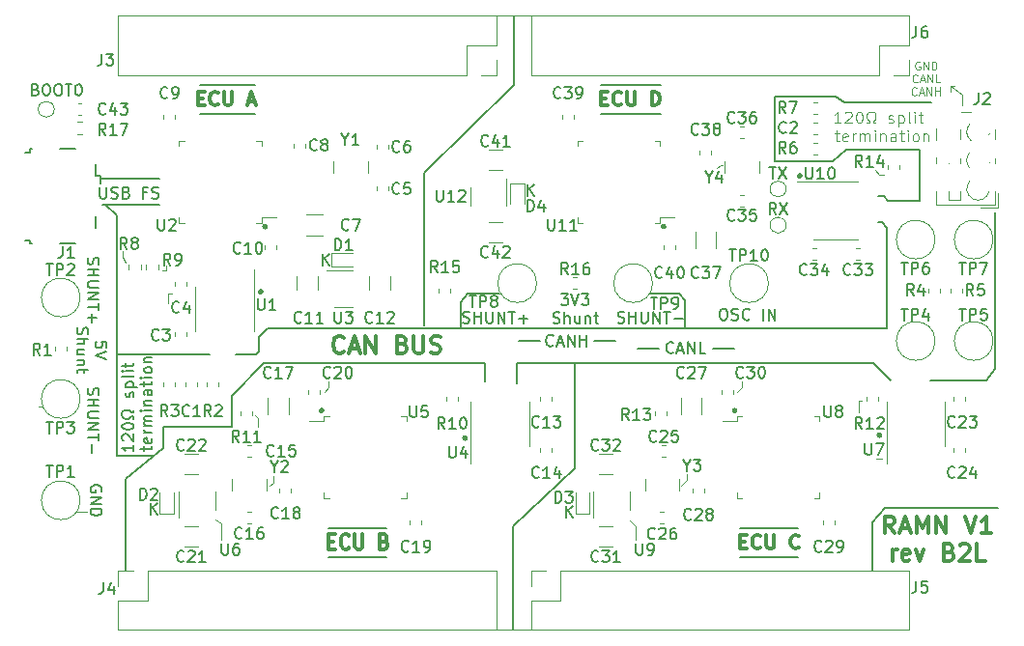
<source format=gto>
G04 #@! TF.GenerationSoftware,KiCad,Pcbnew,7.0.9*
G04 #@! TF.CreationDate,2024-12-23T13:01:37-05:00*
G04 #@! TF.ProjectId,ramn,72616d6e-2e6b-4696-9361-645f70636258,rev?*
G04 #@! TF.SameCoordinates,Original*
G04 #@! TF.FileFunction,Legend,Top*
G04 #@! TF.FilePolarity,Positive*
%FSLAX46Y46*%
G04 Gerber Fmt 4.6, Leading zero omitted, Abs format (unit mm)*
G04 Created by KiCad (PCBNEW 7.0.9) date 2024-12-23 13:01:37*
%MOMM*%
%LPD*%
G01*
G04 APERTURE LIST*
%ADD10C,0.120000*%
%ADD11C,0.500000*%
%ADD12C,0.150000*%
%ADD13C,0.200000*%
%ADD14C,0.300000*%
%ADD15C,0.125000*%
%ADD16C,0.100000*%
G04 APERTURE END LIST*
D10*
X67310000Y-75819000D02*
X67310000Y-75311000D01*
X66929000Y-76200000D02*
X67310000Y-75819000D01*
X103505000Y-75819000D02*
X103505000Y-75311000D01*
X103124000Y-76200000D02*
X103505000Y-75819000D01*
X115316000Y-82042000D02*
X115824000Y-82042000D01*
X113792000Y-76962000D02*
X113792000Y-77978000D01*
X114046000Y-76962000D02*
X113792000Y-76962000D01*
X115570000Y-57150000D02*
X115189000Y-56769000D01*
X115951000Y-57150000D02*
X115570000Y-57150000D01*
X53086000Y-65151000D02*
X53086000Y-65532000D01*
X101625400Y-56311800D02*
X101828600Y-56311800D01*
X101346000Y-56591200D02*
X101625400Y-56311800D01*
D11*
X108585001Y-57277000D02*
G75*
G03*
X108585001Y-57277000I-1J0D01*
G01*
X115570001Y-80010000D02*
G75*
G03*
X115570001Y-80010000I-1J0D01*
G01*
X79248001Y-80264000D02*
G75*
G03*
X79248001Y-80264000I-1J0D01*
G01*
X61341001Y-67437000D02*
G75*
G03*
X61341001Y-67437000I-1J0D01*
G01*
X61722001Y-61722000D02*
G75*
G03*
X61722001Y-61722000I-1J0D01*
G01*
X96647001Y-61722000D02*
G75*
G03*
X96647001Y-61722000I-1J0D01*
G01*
X102870001Y-77851000D02*
G75*
G03*
X102870001Y-77851000I-1J0D01*
G01*
X66675001Y-77851000D02*
G75*
G03*
X66675001Y-77851000I-1J0D01*
G01*
D10*
X98679000Y-83947000D02*
X98552000Y-84074000D01*
X98679000Y-83439000D02*
X98679000Y-83947000D01*
X98552000Y-84074000D02*
X98171000Y-84455000D01*
X61087000Y-78486000D02*
X61087000Y-79248000D01*
X60833000Y-78232000D02*
X61087000Y-78486000D01*
X62484000Y-84201000D02*
X62103000Y-84455000D01*
X62484000Y-83566000D02*
X62484000Y-84201000D01*
D12*
X88130095Y-87195819D02*
X88130095Y-86195819D01*
X88701523Y-87195819D02*
X88272952Y-86624390D01*
X88701523Y-86195819D02*
X88130095Y-86767247D01*
X84701095Y-59001819D02*
X84701095Y-58001819D01*
X85272523Y-59001819D02*
X84843952Y-58430390D01*
X85272523Y-58001819D02*
X84701095Y-58573247D01*
X66794095Y-65097819D02*
X66794095Y-64097819D01*
X67365523Y-65097819D02*
X66936952Y-64526390D01*
X67365523Y-64097819D02*
X66794095Y-64669247D01*
X51681095Y-86941819D02*
X51681095Y-85941819D01*
X52252523Y-86941819D02*
X51823952Y-86370390D01*
X52252523Y-85941819D02*
X51681095Y-86513247D01*
D10*
X53213000Y-67564000D02*
X53594000Y-67564000D01*
X53213000Y-67564000D02*
X53213000Y-68453000D01*
X53086000Y-65532000D02*
X52705000Y-65532000D01*
X49276000Y-64389000D02*
X49530000Y-64897000D01*
X49276000Y-64389000D02*
X49276000Y-63881000D01*
X94234000Y-88011000D02*
X93726000Y-87503000D01*
X94234000Y-89154000D02*
X94234000Y-88011000D01*
X57912000Y-87757000D02*
X57404000Y-87376000D01*
X57912000Y-89154000D02*
X57912000Y-87757000D01*
D13*
X61214000Y-71374000D02*
X61976000Y-70612000D01*
X125730000Y-74168000D02*
X125730000Y-60452000D01*
X119126000Y-59436000D02*
X119126000Y-54991000D01*
X60960000Y-72898000D02*
X59182000Y-72898000D01*
X111760000Y-50292000D02*
X112522000Y-50800000D01*
X106426000Y-50292000D02*
X111760000Y-50292000D01*
X115951000Y-59055000D02*
X116332000Y-59436000D01*
X61214000Y-72644000D02*
X60960000Y-72898000D01*
X48768000Y-60706000D02*
X47752000Y-59817000D01*
X100965000Y-72390000D02*
X102870000Y-72390000D01*
D12*
X97504380Y-72749580D02*
X97456761Y-72797200D01*
X97456761Y-72797200D02*
X97313904Y-72844819D01*
X97313904Y-72844819D02*
X97218666Y-72844819D01*
X97218666Y-72844819D02*
X97075809Y-72797200D01*
X97075809Y-72797200D02*
X96980571Y-72701961D01*
X96980571Y-72701961D02*
X96932952Y-72606723D01*
X96932952Y-72606723D02*
X96885333Y-72416247D01*
X96885333Y-72416247D02*
X96885333Y-72273390D01*
X96885333Y-72273390D02*
X96932952Y-72082914D01*
X96932952Y-72082914D02*
X96980571Y-71987676D01*
X96980571Y-71987676D02*
X97075809Y-71892438D01*
X97075809Y-71892438D02*
X97218666Y-71844819D01*
X97218666Y-71844819D02*
X97313904Y-71844819D01*
X97313904Y-71844819D02*
X97456761Y-71892438D01*
X97456761Y-71892438D02*
X97504380Y-71940057D01*
X97885333Y-72559104D02*
X98361523Y-72559104D01*
X97790095Y-72844819D02*
X98123428Y-71844819D01*
X98123428Y-71844819D02*
X98456761Y-72844819D01*
X98790095Y-72844819D02*
X98790095Y-71844819D01*
X98790095Y-71844819D02*
X99361523Y-72844819D01*
X99361523Y-72844819D02*
X99361523Y-71844819D01*
X100313904Y-72844819D02*
X99837714Y-72844819D01*
X99837714Y-72844819D02*
X99837714Y-71844819D01*
D13*
X94361000Y-72390000D02*
X96266000Y-72390000D01*
X90551000Y-71755000D02*
X92456000Y-71755000D01*
X75692000Y-57023000D02*
X83566000Y-49276000D01*
X108458000Y-90678000D02*
X103378000Y-90678000D01*
D14*
X103375143Y-89318971D02*
X103775143Y-89318971D01*
X103946571Y-89947542D02*
X103375143Y-89947542D01*
X103375143Y-89947542D02*
X103375143Y-88747542D01*
X103375143Y-88747542D02*
X103946571Y-88747542D01*
X105146571Y-89833257D02*
X105089428Y-89890400D01*
X105089428Y-89890400D02*
X104918000Y-89947542D01*
X104918000Y-89947542D02*
X104803714Y-89947542D01*
X104803714Y-89947542D02*
X104632285Y-89890400D01*
X104632285Y-89890400D02*
X104518000Y-89776114D01*
X104518000Y-89776114D02*
X104460857Y-89661828D01*
X104460857Y-89661828D02*
X104403714Y-89433257D01*
X104403714Y-89433257D02*
X104403714Y-89261828D01*
X104403714Y-89261828D02*
X104460857Y-89033257D01*
X104460857Y-89033257D02*
X104518000Y-88918971D01*
X104518000Y-88918971D02*
X104632285Y-88804685D01*
X104632285Y-88804685D02*
X104803714Y-88747542D01*
X104803714Y-88747542D02*
X104918000Y-88747542D01*
X104918000Y-88747542D02*
X105089428Y-88804685D01*
X105089428Y-88804685D02*
X105146571Y-88861828D01*
X105660857Y-88747542D02*
X105660857Y-89718971D01*
X105660857Y-89718971D02*
X105718000Y-89833257D01*
X105718000Y-89833257D02*
X105775143Y-89890400D01*
X105775143Y-89890400D02*
X105889428Y-89947542D01*
X105889428Y-89947542D02*
X106118000Y-89947542D01*
X106118000Y-89947542D02*
X106232285Y-89890400D01*
X106232285Y-89890400D02*
X106289428Y-89833257D01*
X106289428Y-89833257D02*
X106346571Y-89718971D01*
X106346571Y-89718971D02*
X106346571Y-88747542D01*
X108518000Y-89833257D02*
X108460857Y-89890400D01*
X108460857Y-89890400D02*
X108289429Y-89947542D01*
X108289429Y-89947542D02*
X108175143Y-89947542D01*
X108175143Y-89947542D02*
X108003714Y-89890400D01*
X108003714Y-89890400D02*
X107889429Y-89776114D01*
X107889429Y-89776114D02*
X107832286Y-89661828D01*
X107832286Y-89661828D02*
X107775143Y-89433257D01*
X107775143Y-89433257D02*
X107775143Y-89261828D01*
X107775143Y-89261828D02*
X107832286Y-89033257D01*
X107832286Y-89033257D02*
X107889429Y-88918971D01*
X107889429Y-88918971D02*
X108003714Y-88804685D01*
X108003714Y-88804685D02*
X108175143Y-88747542D01*
X108175143Y-88747542D02*
X108289429Y-88747542D01*
X108289429Y-88747542D02*
X108460857Y-88804685D01*
X108460857Y-88804685D02*
X108518000Y-88861828D01*
D13*
X103378000Y-88138000D02*
X108458000Y-88138000D01*
D14*
X116900000Y-88624828D02*
X116400000Y-87910542D01*
X116042857Y-88624828D02*
X116042857Y-87124828D01*
X116042857Y-87124828D02*
X116614286Y-87124828D01*
X116614286Y-87124828D02*
X116757143Y-87196257D01*
X116757143Y-87196257D02*
X116828572Y-87267685D01*
X116828572Y-87267685D02*
X116900000Y-87410542D01*
X116900000Y-87410542D02*
X116900000Y-87624828D01*
X116900000Y-87624828D02*
X116828572Y-87767685D01*
X116828572Y-87767685D02*
X116757143Y-87839114D01*
X116757143Y-87839114D02*
X116614286Y-87910542D01*
X116614286Y-87910542D02*
X116042857Y-87910542D01*
X117471429Y-88196257D02*
X118185715Y-88196257D01*
X117328572Y-88624828D02*
X117828572Y-87124828D01*
X117828572Y-87124828D02*
X118328572Y-88624828D01*
X118828571Y-88624828D02*
X118828571Y-87124828D01*
X118828571Y-87124828D02*
X119328571Y-88196257D01*
X119328571Y-88196257D02*
X119828571Y-87124828D01*
X119828571Y-87124828D02*
X119828571Y-88624828D01*
X120542857Y-88624828D02*
X120542857Y-87124828D01*
X120542857Y-87124828D02*
X121400000Y-88624828D01*
X121400000Y-88624828D02*
X121400000Y-87124828D01*
X123042858Y-87124828D02*
X123542858Y-88624828D01*
X123542858Y-88624828D02*
X124042858Y-87124828D01*
X125328572Y-88624828D02*
X124471429Y-88624828D01*
X124900000Y-88624828D02*
X124900000Y-87124828D01*
X124900000Y-87124828D02*
X124757143Y-87339114D01*
X124757143Y-87339114D02*
X124614286Y-87481971D01*
X124614286Y-87481971D02*
X124471429Y-87553400D01*
X116685714Y-91039828D02*
X116685714Y-90039828D01*
X116685714Y-90325542D02*
X116757143Y-90182685D01*
X116757143Y-90182685D02*
X116828572Y-90111257D01*
X116828572Y-90111257D02*
X116971429Y-90039828D01*
X116971429Y-90039828D02*
X117114286Y-90039828D01*
X118185714Y-90968400D02*
X118042857Y-91039828D01*
X118042857Y-91039828D02*
X117757143Y-91039828D01*
X117757143Y-91039828D02*
X117614285Y-90968400D01*
X117614285Y-90968400D02*
X117542857Y-90825542D01*
X117542857Y-90825542D02*
X117542857Y-90254114D01*
X117542857Y-90254114D02*
X117614285Y-90111257D01*
X117614285Y-90111257D02*
X117757143Y-90039828D01*
X117757143Y-90039828D02*
X118042857Y-90039828D01*
X118042857Y-90039828D02*
X118185714Y-90111257D01*
X118185714Y-90111257D02*
X118257143Y-90254114D01*
X118257143Y-90254114D02*
X118257143Y-90396971D01*
X118257143Y-90396971D02*
X117542857Y-90539828D01*
X118757142Y-90039828D02*
X119114285Y-91039828D01*
X119114285Y-91039828D02*
X119471428Y-90039828D01*
X121685713Y-90254114D02*
X121899999Y-90325542D01*
X121899999Y-90325542D02*
X121971428Y-90396971D01*
X121971428Y-90396971D02*
X122042856Y-90539828D01*
X122042856Y-90539828D02*
X122042856Y-90754114D01*
X122042856Y-90754114D02*
X121971428Y-90896971D01*
X121971428Y-90896971D02*
X121899999Y-90968400D01*
X121899999Y-90968400D02*
X121757142Y-91039828D01*
X121757142Y-91039828D02*
X121185713Y-91039828D01*
X121185713Y-91039828D02*
X121185713Y-89539828D01*
X121185713Y-89539828D02*
X121685713Y-89539828D01*
X121685713Y-89539828D02*
X121828571Y-89611257D01*
X121828571Y-89611257D02*
X121899999Y-89682685D01*
X121899999Y-89682685D02*
X121971428Y-89825542D01*
X121971428Y-89825542D02*
X121971428Y-89968400D01*
X121971428Y-89968400D02*
X121899999Y-90111257D01*
X121899999Y-90111257D02*
X121828571Y-90182685D01*
X121828571Y-90182685D02*
X121685713Y-90254114D01*
X121685713Y-90254114D02*
X121185713Y-90254114D01*
X122614285Y-89682685D02*
X122685713Y-89611257D01*
X122685713Y-89611257D02*
X122828571Y-89539828D01*
X122828571Y-89539828D02*
X123185713Y-89539828D01*
X123185713Y-89539828D02*
X123328571Y-89611257D01*
X123328571Y-89611257D02*
X123399999Y-89682685D01*
X123399999Y-89682685D02*
X123471428Y-89825542D01*
X123471428Y-89825542D02*
X123471428Y-89968400D01*
X123471428Y-89968400D02*
X123399999Y-90182685D01*
X123399999Y-90182685D02*
X122542856Y-91039828D01*
X122542856Y-91039828D02*
X123471428Y-91039828D01*
X124828570Y-91039828D02*
X124114284Y-91039828D01*
X124114284Y-91039828D02*
X124114284Y-89539828D01*
D10*
X121793000Y-49403000D02*
X122174000Y-49403000D01*
X121793000Y-49911000D02*
X121793000Y-49403000D01*
X121793000Y-49403000D02*
X121793000Y-49911000D01*
X122809000Y-50165000D02*
X121793000Y-49403000D01*
X122809000Y-51054000D02*
X122809000Y-50165000D01*
D13*
X83947000Y-71755000D02*
X85852000Y-71755000D01*
X115951000Y-59055000D02*
X115443000Y-59055000D01*
X115824000Y-61341000D02*
X115443000Y-61341000D01*
X116205000Y-61849000D02*
X115824000Y-61341000D01*
X116586000Y-75184000D02*
X115062000Y-73660000D01*
X125730000Y-74168000D02*
X124968000Y-75184000D01*
X88900000Y-73660000D02*
X115062000Y-73660000D01*
X83820000Y-73660000D02*
X88900000Y-73660000D01*
X83820000Y-75438000D02*
X83820000Y-73660000D01*
X81026000Y-73660000D02*
X81026000Y-75311000D01*
X114935000Y-87630000D02*
X114935000Y-91821000D01*
X116078000Y-86360000D02*
X114935000Y-87630000D01*
X116078000Y-86360000D02*
X125984000Y-86360000D01*
X116332000Y-59436000D02*
X119126000Y-59436000D01*
X96393000Y-49276000D02*
X91186000Y-49276000D01*
X91186000Y-51816000D02*
X96393000Y-51816000D01*
D14*
X91183143Y-50456971D02*
X91583143Y-50456971D01*
X91754571Y-51085542D02*
X91183143Y-51085542D01*
X91183143Y-51085542D02*
X91183143Y-49885542D01*
X91183143Y-49885542D02*
X91754571Y-49885542D01*
X92954571Y-50971257D02*
X92897428Y-51028400D01*
X92897428Y-51028400D02*
X92726000Y-51085542D01*
X92726000Y-51085542D02*
X92611714Y-51085542D01*
X92611714Y-51085542D02*
X92440285Y-51028400D01*
X92440285Y-51028400D02*
X92326000Y-50914114D01*
X92326000Y-50914114D02*
X92268857Y-50799828D01*
X92268857Y-50799828D02*
X92211714Y-50571257D01*
X92211714Y-50571257D02*
X92211714Y-50399828D01*
X92211714Y-50399828D02*
X92268857Y-50171257D01*
X92268857Y-50171257D02*
X92326000Y-50056971D01*
X92326000Y-50056971D02*
X92440285Y-49942685D01*
X92440285Y-49942685D02*
X92611714Y-49885542D01*
X92611714Y-49885542D02*
X92726000Y-49885542D01*
X92726000Y-49885542D02*
X92897428Y-49942685D01*
X92897428Y-49942685D02*
X92954571Y-49999828D01*
X93468857Y-49885542D02*
X93468857Y-50856971D01*
X93468857Y-50856971D02*
X93526000Y-50971257D01*
X93526000Y-50971257D02*
X93583143Y-51028400D01*
X93583143Y-51028400D02*
X93697428Y-51085542D01*
X93697428Y-51085542D02*
X93926000Y-51085542D01*
X93926000Y-51085542D02*
X94040285Y-51028400D01*
X94040285Y-51028400D02*
X94097428Y-50971257D01*
X94097428Y-50971257D02*
X94154571Y-50856971D01*
X94154571Y-50856971D02*
X94154571Y-49885542D01*
X95640286Y-51085542D02*
X95640286Y-49885542D01*
X95640286Y-49885542D02*
X95926000Y-49885542D01*
X95926000Y-49885542D02*
X96097429Y-49942685D01*
X96097429Y-49942685D02*
X96211714Y-50056971D01*
X96211714Y-50056971D02*
X96268857Y-50171257D01*
X96268857Y-50171257D02*
X96326000Y-50399828D01*
X96326000Y-50399828D02*
X96326000Y-50571257D01*
X96326000Y-50571257D02*
X96268857Y-50799828D01*
X96268857Y-50799828D02*
X96211714Y-50914114D01*
X96211714Y-50914114D02*
X96097429Y-51028400D01*
X96097429Y-51028400D02*
X95926000Y-51085542D01*
X95926000Y-51085542D02*
X95640286Y-51085542D01*
D13*
X60833000Y-51816000D02*
X56007000Y-51816000D01*
X56007000Y-49276000D02*
X60833000Y-49276000D01*
D14*
X55835857Y-50456971D02*
X56235857Y-50456971D01*
X56407285Y-51085542D02*
X55835857Y-51085542D01*
X55835857Y-51085542D02*
X55835857Y-49885542D01*
X55835857Y-49885542D02*
X56407285Y-49885542D01*
X57607285Y-50971257D02*
X57550142Y-51028400D01*
X57550142Y-51028400D02*
X57378714Y-51085542D01*
X57378714Y-51085542D02*
X57264428Y-51085542D01*
X57264428Y-51085542D02*
X57092999Y-51028400D01*
X57092999Y-51028400D02*
X56978714Y-50914114D01*
X56978714Y-50914114D02*
X56921571Y-50799828D01*
X56921571Y-50799828D02*
X56864428Y-50571257D01*
X56864428Y-50571257D02*
X56864428Y-50399828D01*
X56864428Y-50399828D02*
X56921571Y-50171257D01*
X56921571Y-50171257D02*
X56978714Y-50056971D01*
X56978714Y-50056971D02*
X57092999Y-49942685D01*
X57092999Y-49942685D02*
X57264428Y-49885542D01*
X57264428Y-49885542D02*
X57378714Y-49885542D01*
X57378714Y-49885542D02*
X57550142Y-49942685D01*
X57550142Y-49942685D02*
X57607285Y-49999828D01*
X58121571Y-49885542D02*
X58121571Y-50856971D01*
X58121571Y-50856971D02*
X58178714Y-50971257D01*
X58178714Y-50971257D02*
X58235857Y-51028400D01*
X58235857Y-51028400D02*
X58350142Y-51085542D01*
X58350142Y-51085542D02*
X58578714Y-51085542D01*
X58578714Y-51085542D02*
X58692999Y-51028400D01*
X58692999Y-51028400D02*
X58750142Y-50971257D01*
X58750142Y-50971257D02*
X58807285Y-50856971D01*
X58807285Y-50856971D02*
X58807285Y-49885542D01*
X60235857Y-50742685D02*
X60807286Y-50742685D01*
X60121571Y-51085542D02*
X60521571Y-49885542D01*
X60521571Y-49885542D02*
X60921571Y-51085542D01*
D13*
X98552000Y-68199000D02*
X98552000Y-70485000D01*
X98044000Y-67564000D02*
X98552000Y-68199000D01*
X95504000Y-67564000D02*
X98044000Y-67564000D01*
X78867000Y-68326000D02*
X78867000Y-70485000D01*
X79502000Y-67564000D02*
X78867000Y-68326000D01*
D10*
X45085000Y-86741000D02*
X46101000Y-86741000D01*
D12*
X47360561Y-84963095D02*
X47408180Y-84867857D01*
X47408180Y-84867857D02*
X47408180Y-84725000D01*
X47408180Y-84725000D02*
X47360561Y-84582143D01*
X47360561Y-84582143D02*
X47265323Y-84486905D01*
X47265323Y-84486905D02*
X47170085Y-84439286D01*
X47170085Y-84439286D02*
X46979609Y-84391667D01*
X46979609Y-84391667D02*
X46836752Y-84391667D01*
X46836752Y-84391667D02*
X46646276Y-84439286D01*
X46646276Y-84439286D02*
X46551038Y-84486905D01*
X46551038Y-84486905D02*
X46455800Y-84582143D01*
X46455800Y-84582143D02*
X46408180Y-84725000D01*
X46408180Y-84725000D02*
X46408180Y-84820238D01*
X46408180Y-84820238D02*
X46455800Y-84963095D01*
X46455800Y-84963095D02*
X46503419Y-85010714D01*
X46503419Y-85010714D02*
X46836752Y-85010714D01*
X46836752Y-85010714D02*
X46836752Y-84820238D01*
X46408180Y-85439286D02*
X47408180Y-85439286D01*
X47408180Y-85439286D02*
X46408180Y-86010714D01*
X46408180Y-86010714D02*
X47408180Y-86010714D01*
X46408180Y-86486905D02*
X47408180Y-86486905D01*
X47408180Y-86486905D02*
X47408180Y-86725000D01*
X47408180Y-86725000D02*
X47360561Y-86867857D01*
X47360561Y-86867857D02*
X47265323Y-86963095D01*
X47265323Y-86963095D02*
X47170085Y-87010714D01*
X47170085Y-87010714D02*
X46979609Y-87058333D01*
X46979609Y-87058333D02*
X46836752Y-87058333D01*
X46836752Y-87058333D02*
X46646276Y-87010714D01*
X46646276Y-87010714D02*
X46551038Y-86963095D01*
X46551038Y-86963095D02*
X46455800Y-86867857D01*
X46455800Y-86867857D02*
X46408180Y-86725000D01*
X46408180Y-86725000D02*
X46408180Y-86486905D01*
D13*
X48768000Y-72898000D02*
X56896000Y-72898000D01*
X48768000Y-81788000D02*
X48768000Y-60706000D01*
X51943000Y-81788000D02*
X48768000Y-81788000D01*
D10*
X83439000Y-97028000D02*
X84963000Y-97028000D01*
X83439000Y-97028000D02*
X82042000Y-97028000D01*
D13*
X52832000Y-81153000D02*
X52832000Y-79248000D01*
X49530000Y-83820000D02*
X52832000Y-81153000D01*
X49530000Y-91821000D02*
X49530000Y-83820000D01*
X82296000Y-67564000D02*
X79502000Y-67564000D01*
D12*
X46201800Y-75882857D02*
X46154180Y-76025714D01*
X46154180Y-76025714D02*
X46154180Y-76263809D01*
X46154180Y-76263809D02*
X46201800Y-76359047D01*
X46201800Y-76359047D02*
X46249419Y-76406666D01*
X46249419Y-76406666D02*
X46344657Y-76454285D01*
X46344657Y-76454285D02*
X46439895Y-76454285D01*
X46439895Y-76454285D02*
X46535133Y-76406666D01*
X46535133Y-76406666D02*
X46582752Y-76359047D01*
X46582752Y-76359047D02*
X46630371Y-76263809D01*
X46630371Y-76263809D02*
X46677990Y-76073333D01*
X46677990Y-76073333D02*
X46725609Y-75978095D01*
X46725609Y-75978095D02*
X46773228Y-75930476D01*
X46773228Y-75930476D02*
X46868466Y-75882857D01*
X46868466Y-75882857D02*
X46963704Y-75882857D01*
X46963704Y-75882857D02*
X47058942Y-75930476D01*
X47058942Y-75930476D02*
X47106561Y-75978095D01*
X47106561Y-75978095D02*
X47154180Y-76073333D01*
X47154180Y-76073333D02*
X47154180Y-76311428D01*
X47154180Y-76311428D02*
X47106561Y-76454285D01*
X46154180Y-76882857D02*
X47154180Y-76882857D01*
X46677990Y-76882857D02*
X46677990Y-77454285D01*
X46154180Y-77454285D02*
X47154180Y-77454285D01*
X47154180Y-77930476D02*
X46344657Y-77930476D01*
X46344657Y-77930476D02*
X46249419Y-77978095D01*
X46249419Y-77978095D02*
X46201800Y-78025714D01*
X46201800Y-78025714D02*
X46154180Y-78120952D01*
X46154180Y-78120952D02*
X46154180Y-78311428D01*
X46154180Y-78311428D02*
X46201800Y-78406666D01*
X46201800Y-78406666D02*
X46249419Y-78454285D01*
X46249419Y-78454285D02*
X46344657Y-78501904D01*
X46344657Y-78501904D02*
X47154180Y-78501904D01*
X46154180Y-78978095D02*
X47154180Y-78978095D01*
X47154180Y-78978095D02*
X46154180Y-79549523D01*
X46154180Y-79549523D02*
X47154180Y-79549523D01*
X47154180Y-79882857D02*
X47154180Y-80454285D01*
X46154180Y-80168571D02*
X47154180Y-80168571D01*
X46535133Y-80787619D02*
X46535133Y-81549524D01*
X46201800Y-64452857D02*
X46154180Y-64595714D01*
X46154180Y-64595714D02*
X46154180Y-64833809D01*
X46154180Y-64833809D02*
X46201800Y-64929047D01*
X46201800Y-64929047D02*
X46249419Y-64976666D01*
X46249419Y-64976666D02*
X46344657Y-65024285D01*
X46344657Y-65024285D02*
X46439895Y-65024285D01*
X46439895Y-65024285D02*
X46535133Y-64976666D01*
X46535133Y-64976666D02*
X46582752Y-64929047D01*
X46582752Y-64929047D02*
X46630371Y-64833809D01*
X46630371Y-64833809D02*
X46677990Y-64643333D01*
X46677990Y-64643333D02*
X46725609Y-64548095D01*
X46725609Y-64548095D02*
X46773228Y-64500476D01*
X46773228Y-64500476D02*
X46868466Y-64452857D01*
X46868466Y-64452857D02*
X46963704Y-64452857D01*
X46963704Y-64452857D02*
X47058942Y-64500476D01*
X47058942Y-64500476D02*
X47106561Y-64548095D01*
X47106561Y-64548095D02*
X47154180Y-64643333D01*
X47154180Y-64643333D02*
X47154180Y-64881428D01*
X47154180Y-64881428D02*
X47106561Y-65024285D01*
X46154180Y-65452857D02*
X47154180Y-65452857D01*
X46677990Y-65452857D02*
X46677990Y-66024285D01*
X46154180Y-66024285D02*
X47154180Y-66024285D01*
X47154180Y-66500476D02*
X46344657Y-66500476D01*
X46344657Y-66500476D02*
X46249419Y-66548095D01*
X46249419Y-66548095D02*
X46201800Y-66595714D01*
X46201800Y-66595714D02*
X46154180Y-66690952D01*
X46154180Y-66690952D02*
X46154180Y-66881428D01*
X46154180Y-66881428D02*
X46201800Y-66976666D01*
X46201800Y-66976666D02*
X46249419Y-67024285D01*
X46249419Y-67024285D02*
X46344657Y-67071904D01*
X46344657Y-67071904D02*
X47154180Y-67071904D01*
X46154180Y-67548095D02*
X47154180Y-67548095D01*
X47154180Y-67548095D02*
X46154180Y-68119523D01*
X46154180Y-68119523D02*
X47154180Y-68119523D01*
X47154180Y-68452857D02*
X47154180Y-69024285D01*
X46154180Y-68738571D02*
X47154180Y-68738571D01*
X46535133Y-69357619D02*
X46535133Y-70119524D01*
X46154180Y-69738571D02*
X46916085Y-69738571D01*
D10*
X41910000Y-77470000D02*
X42164000Y-77470000D01*
D12*
X47832180Y-72326523D02*
X47832180Y-71850333D01*
X47832180Y-71850333D02*
X47355990Y-71802714D01*
X47355990Y-71802714D02*
X47403609Y-71850333D01*
X47403609Y-71850333D02*
X47451228Y-71945571D01*
X47451228Y-71945571D02*
X47451228Y-72183666D01*
X47451228Y-72183666D02*
X47403609Y-72278904D01*
X47403609Y-72278904D02*
X47355990Y-72326523D01*
X47355990Y-72326523D02*
X47260752Y-72374142D01*
X47260752Y-72374142D02*
X47022657Y-72374142D01*
X47022657Y-72374142D02*
X46927419Y-72326523D01*
X46927419Y-72326523D02*
X46879800Y-72278904D01*
X46879800Y-72278904D02*
X46832180Y-72183666D01*
X46832180Y-72183666D02*
X46832180Y-71945571D01*
X46832180Y-71945571D02*
X46879800Y-71850333D01*
X46879800Y-71850333D02*
X46927419Y-71802714D01*
X47832180Y-72659857D02*
X46832180Y-72993190D01*
X46832180Y-72993190D02*
X47832180Y-73326523D01*
X45269800Y-70588428D02*
X45222180Y-70731285D01*
X45222180Y-70731285D02*
X45222180Y-70969380D01*
X45222180Y-70969380D02*
X45269800Y-71064618D01*
X45269800Y-71064618D02*
X45317419Y-71112237D01*
X45317419Y-71112237D02*
X45412657Y-71159856D01*
X45412657Y-71159856D02*
X45507895Y-71159856D01*
X45507895Y-71159856D02*
X45603133Y-71112237D01*
X45603133Y-71112237D02*
X45650752Y-71064618D01*
X45650752Y-71064618D02*
X45698371Y-70969380D01*
X45698371Y-70969380D02*
X45745990Y-70778904D01*
X45745990Y-70778904D02*
X45793609Y-70683666D01*
X45793609Y-70683666D02*
X45841228Y-70636047D01*
X45841228Y-70636047D02*
X45936466Y-70588428D01*
X45936466Y-70588428D02*
X46031704Y-70588428D01*
X46031704Y-70588428D02*
X46126942Y-70636047D01*
X46126942Y-70636047D02*
X46174561Y-70683666D01*
X46174561Y-70683666D02*
X46222180Y-70778904D01*
X46222180Y-70778904D02*
X46222180Y-71016999D01*
X46222180Y-71016999D02*
X46174561Y-71159856D01*
X45222180Y-71588428D02*
X46222180Y-71588428D01*
X45222180Y-72016999D02*
X45745990Y-72016999D01*
X45745990Y-72016999D02*
X45841228Y-71969380D01*
X45841228Y-71969380D02*
X45888847Y-71874142D01*
X45888847Y-71874142D02*
X45888847Y-71731285D01*
X45888847Y-71731285D02*
X45841228Y-71636047D01*
X45841228Y-71636047D02*
X45793609Y-71588428D01*
X45888847Y-72921761D02*
X45222180Y-72921761D01*
X45888847Y-72493190D02*
X45365038Y-72493190D01*
X45365038Y-72493190D02*
X45269800Y-72540809D01*
X45269800Y-72540809D02*
X45222180Y-72636047D01*
X45222180Y-72636047D02*
X45222180Y-72778904D01*
X45222180Y-72778904D02*
X45269800Y-72874142D01*
X45269800Y-72874142D02*
X45317419Y-72921761D01*
X45888847Y-73397952D02*
X45222180Y-73397952D01*
X45793609Y-73397952D02*
X45841228Y-73445571D01*
X45841228Y-73445571D02*
X45888847Y-73540809D01*
X45888847Y-73540809D02*
X45888847Y-73683666D01*
X45888847Y-73683666D02*
X45841228Y-73778904D01*
X45841228Y-73778904D02*
X45745990Y-73826523D01*
X45745990Y-73826523D02*
X45222180Y-73826523D01*
X45888847Y-74159857D02*
X45888847Y-74540809D01*
X46222180Y-74302714D02*
X45365038Y-74302714D01*
X45365038Y-74302714D02*
X45269800Y-74350333D01*
X45269800Y-74350333D02*
X45222180Y-74445571D01*
X45222180Y-74445571D02*
X45222180Y-74540809D01*
X87661905Y-67610819D02*
X88280952Y-67610819D01*
X88280952Y-67610819D02*
X87947619Y-67991771D01*
X87947619Y-67991771D02*
X88090476Y-67991771D01*
X88090476Y-67991771D02*
X88185714Y-68039390D01*
X88185714Y-68039390D02*
X88233333Y-68087009D01*
X88233333Y-68087009D02*
X88280952Y-68182247D01*
X88280952Y-68182247D02*
X88280952Y-68420342D01*
X88280952Y-68420342D02*
X88233333Y-68515580D01*
X88233333Y-68515580D02*
X88185714Y-68563200D01*
X88185714Y-68563200D02*
X88090476Y-68610819D01*
X88090476Y-68610819D02*
X87804762Y-68610819D01*
X87804762Y-68610819D02*
X87709524Y-68563200D01*
X87709524Y-68563200D02*
X87661905Y-68515580D01*
X88566667Y-67610819D02*
X88900000Y-68610819D01*
X88900000Y-68610819D02*
X89233333Y-67610819D01*
X89471429Y-67610819D02*
X90090476Y-67610819D01*
X90090476Y-67610819D02*
X89757143Y-67991771D01*
X89757143Y-67991771D02*
X89900000Y-67991771D01*
X89900000Y-67991771D02*
X89995238Y-68039390D01*
X89995238Y-68039390D02*
X90042857Y-68087009D01*
X90042857Y-68087009D02*
X90090476Y-68182247D01*
X90090476Y-68182247D02*
X90090476Y-68420342D01*
X90090476Y-68420342D02*
X90042857Y-68515580D01*
X90042857Y-68515580D02*
X89995238Y-68563200D01*
X89995238Y-68563200D02*
X89900000Y-68610819D01*
X89900000Y-68610819D02*
X89614286Y-68610819D01*
X89614286Y-68610819D02*
X89519048Y-68563200D01*
X89519048Y-68563200D02*
X89471429Y-68515580D01*
X86971428Y-70173200D02*
X87114285Y-70220819D01*
X87114285Y-70220819D02*
X87352380Y-70220819D01*
X87352380Y-70220819D02*
X87447618Y-70173200D01*
X87447618Y-70173200D02*
X87495237Y-70125580D01*
X87495237Y-70125580D02*
X87542856Y-70030342D01*
X87542856Y-70030342D02*
X87542856Y-69935104D01*
X87542856Y-69935104D02*
X87495237Y-69839866D01*
X87495237Y-69839866D02*
X87447618Y-69792247D01*
X87447618Y-69792247D02*
X87352380Y-69744628D01*
X87352380Y-69744628D02*
X87161904Y-69697009D01*
X87161904Y-69697009D02*
X87066666Y-69649390D01*
X87066666Y-69649390D02*
X87019047Y-69601771D01*
X87019047Y-69601771D02*
X86971428Y-69506533D01*
X86971428Y-69506533D02*
X86971428Y-69411295D01*
X86971428Y-69411295D02*
X87019047Y-69316057D01*
X87019047Y-69316057D02*
X87066666Y-69268438D01*
X87066666Y-69268438D02*
X87161904Y-69220819D01*
X87161904Y-69220819D02*
X87399999Y-69220819D01*
X87399999Y-69220819D02*
X87542856Y-69268438D01*
X87971428Y-70220819D02*
X87971428Y-69220819D01*
X88399999Y-70220819D02*
X88399999Y-69697009D01*
X88399999Y-69697009D02*
X88352380Y-69601771D01*
X88352380Y-69601771D02*
X88257142Y-69554152D01*
X88257142Y-69554152D02*
X88114285Y-69554152D01*
X88114285Y-69554152D02*
X88019047Y-69601771D01*
X88019047Y-69601771D02*
X87971428Y-69649390D01*
X89304761Y-69554152D02*
X89304761Y-70220819D01*
X88876190Y-69554152D02*
X88876190Y-70077961D01*
X88876190Y-70077961D02*
X88923809Y-70173200D01*
X88923809Y-70173200D02*
X89019047Y-70220819D01*
X89019047Y-70220819D02*
X89161904Y-70220819D01*
X89161904Y-70220819D02*
X89257142Y-70173200D01*
X89257142Y-70173200D02*
X89304761Y-70125580D01*
X89780952Y-69554152D02*
X89780952Y-70220819D01*
X89780952Y-69649390D02*
X89828571Y-69601771D01*
X89828571Y-69601771D02*
X89923809Y-69554152D01*
X89923809Y-69554152D02*
X90066666Y-69554152D01*
X90066666Y-69554152D02*
X90161904Y-69601771D01*
X90161904Y-69601771D02*
X90209523Y-69697009D01*
X90209523Y-69697009D02*
X90209523Y-70220819D01*
X90542857Y-69554152D02*
X90923809Y-69554152D01*
X90685714Y-69220819D02*
X90685714Y-70077961D01*
X90685714Y-70077961D02*
X90733333Y-70173200D01*
X90733333Y-70173200D02*
X90828571Y-70220819D01*
X90828571Y-70220819D02*
X90923809Y-70220819D01*
X79057857Y-70130200D02*
X79200714Y-70177819D01*
X79200714Y-70177819D02*
X79438809Y-70177819D01*
X79438809Y-70177819D02*
X79534047Y-70130200D01*
X79534047Y-70130200D02*
X79581666Y-70082580D01*
X79581666Y-70082580D02*
X79629285Y-69987342D01*
X79629285Y-69987342D02*
X79629285Y-69892104D01*
X79629285Y-69892104D02*
X79581666Y-69796866D01*
X79581666Y-69796866D02*
X79534047Y-69749247D01*
X79534047Y-69749247D02*
X79438809Y-69701628D01*
X79438809Y-69701628D02*
X79248333Y-69654009D01*
X79248333Y-69654009D02*
X79153095Y-69606390D01*
X79153095Y-69606390D02*
X79105476Y-69558771D01*
X79105476Y-69558771D02*
X79057857Y-69463533D01*
X79057857Y-69463533D02*
X79057857Y-69368295D01*
X79057857Y-69368295D02*
X79105476Y-69273057D01*
X79105476Y-69273057D02*
X79153095Y-69225438D01*
X79153095Y-69225438D02*
X79248333Y-69177819D01*
X79248333Y-69177819D02*
X79486428Y-69177819D01*
X79486428Y-69177819D02*
X79629285Y-69225438D01*
X80057857Y-70177819D02*
X80057857Y-69177819D01*
X80057857Y-69654009D02*
X80629285Y-69654009D01*
X80629285Y-70177819D02*
X80629285Y-69177819D01*
X81105476Y-69177819D02*
X81105476Y-69987342D01*
X81105476Y-69987342D02*
X81153095Y-70082580D01*
X81153095Y-70082580D02*
X81200714Y-70130200D01*
X81200714Y-70130200D02*
X81295952Y-70177819D01*
X81295952Y-70177819D02*
X81486428Y-70177819D01*
X81486428Y-70177819D02*
X81581666Y-70130200D01*
X81581666Y-70130200D02*
X81629285Y-70082580D01*
X81629285Y-70082580D02*
X81676904Y-69987342D01*
X81676904Y-69987342D02*
X81676904Y-69177819D01*
X82153095Y-70177819D02*
X82153095Y-69177819D01*
X82153095Y-69177819D02*
X82724523Y-70177819D01*
X82724523Y-70177819D02*
X82724523Y-69177819D01*
X83057857Y-69177819D02*
X83629285Y-69177819D01*
X83343571Y-70177819D02*
X83343571Y-69177819D01*
X83962619Y-69796866D02*
X84724524Y-69796866D01*
X84343571Y-70177819D02*
X84343571Y-69415914D01*
X92646857Y-70130200D02*
X92789714Y-70177819D01*
X92789714Y-70177819D02*
X93027809Y-70177819D01*
X93027809Y-70177819D02*
X93123047Y-70130200D01*
X93123047Y-70130200D02*
X93170666Y-70082580D01*
X93170666Y-70082580D02*
X93218285Y-69987342D01*
X93218285Y-69987342D02*
X93218285Y-69892104D01*
X93218285Y-69892104D02*
X93170666Y-69796866D01*
X93170666Y-69796866D02*
X93123047Y-69749247D01*
X93123047Y-69749247D02*
X93027809Y-69701628D01*
X93027809Y-69701628D02*
X92837333Y-69654009D01*
X92837333Y-69654009D02*
X92742095Y-69606390D01*
X92742095Y-69606390D02*
X92694476Y-69558771D01*
X92694476Y-69558771D02*
X92646857Y-69463533D01*
X92646857Y-69463533D02*
X92646857Y-69368295D01*
X92646857Y-69368295D02*
X92694476Y-69273057D01*
X92694476Y-69273057D02*
X92742095Y-69225438D01*
X92742095Y-69225438D02*
X92837333Y-69177819D01*
X92837333Y-69177819D02*
X93075428Y-69177819D01*
X93075428Y-69177819D02*
X93218285Y-69225438D01*
X93646857Y-70177819D02*
X93646857Y-69177819D01*
X93646857Y-69654009D02*
X94218285Y-69654009D01*
X94218285Y-70177819D02*
X94218285Y-69177819D01*
X94694476Y-69177819D02*
X94694476Y-69987342D01*
X94694476Y-69987342D02*
X94742095Y-70082580D01*
X94742095Y-70082580D02*
X94789714Y-70130200D01*
X94789714Y-70130200D02*
X94884952Y-70177819D01*
X94884952Y-70177819D02*
X95075428Y-70177819D01*
X95075428Y-70177819D02*
X95170666Y-70130200D01*
X95170666Y-70130200D02*
X95218285Y-70082580D01*
X95218285Y-70082580D02*
X95265904Y-69987342D01*
X95265904Y-69987342D02*
X95265904Y-69177819D01*
X95742095Y-70177819D02*
X95742095Y-69177819D01*
X95742095Y-69177819D02*
X96313523Y-70177819D01*
X96313523Y-70177819D02*
X96313523Y-69177819D01*
X96646857Y-69177819D02*
X97218285Y-69177819D01*
X96932571Y-70177819D02*
X96932571Y-69177819D01*
X97551619Y-69796866D02*
X98313524Y-69796866D01*
X101798714Y-68923819D02*
X101989190Y-68923819D01*
X101989190Y-68923819D02*
X102084428Y-68971438D01*
X102084428Y-68971438D02*
X102179666Y-69066676D01*
X102179666Y-69066676D02*
X102227285Y-69257152D01*
X102227285Y-69257152D02*
X102227285Y-69590485D01*
X102227285Y-69590485D02*
X102179666Y-69780961D01*
X102179666Y-69780961D02*
X102084428Y-69876200D01*
X102084428Y-69876200D02*
X101989190Y-69923819D01*
X101989190Y-69923819D02*
X101798714Y-69923819D01*
X101798714Y-69923819D02*
X101703476Y-69876200D01*
X101703476Y-69876200D02*
X101608238Y-69780961D01*
X101608238Y-69780961D02*
X101560619Y-69590485D01*
X101560619Y-69590485D02*
X101560619Y-69257152D01*
X101560619Y-69257152D02*
X101608238Y-69066676D01*
X101608238Y-69066676D02*
X101703476Y-68971438D01*
X101703476Y-68971438D02*
X101798714Y-68923819D01*
X102608238Y-69876200D02*
X102751095Y-69923819D01*
X102751095Y-69923819D02*
X102989190Y-69923819D01*
X102989190Y-69923819D02*
X103084428Y-69876200D01*
X103084428Y-69876200D02*
X103132047Y-69828580D01*
X103132047Y-69828580D02*
X103179666Y-69733342D01*
X103179666Y-69733342D02*
X103179666Y-69638104D01*
X103179666Y-69638104D02*
X103132047Y-69542866D01*
X103132047Y-69542866D02*
X103084428Y-69495247D01*
X103084428Y-69495247D02*
X102989190Y-69447628D01*
X102989190Y-69447628D02*
X102798714Y-69400009D01*
X102798714Y-69400009D02*
X102703476Y-69352390D01*
X102703476Y-69352390D02*
X102655857Y-69304771D01*
X102655857Y-69304771D02*
X102608238Y-69209533D01*
X102608238Y-69209533D02*
X102608238Y-69114295D01*
X102608238Y-69114295D02*
X102655857Y-69019057D01*
X102655857Y-69019057D02*
X102703476Y-68971438D01*
X102703476Y-68971438D02*
X102798714Y-68923819D01*
X102798714Y-68923819D02*
X103036809Y-68923819D01*
X103036809Y-68923819D02*
X103179666Y-68971438D01*
X104179666Y-69828580D02*
X104132047Y-69876200D01*
X104132047Y-69876200D02*
X103989190Y-69923819D01*
X103989190Y-69923819D02*
X103893952Y-69923819D01*
X103893952Y-69923819D02*
X103751095Y-69876200D01*
X103751095Y-69876200D02*
X103655857Y-69780961D01*
X103655857Y-69780961D02*
X103608238Y-69685723D01*
X103608238Y-69685723D02*
X103560619Y-69495247D01*
X103560619Y-69495247D02*
X103560619Y-69352390D01*
X103560619Y-69352390D02*
X103608238Y-69161914D01*
X103608238Y-69161914D02*
X103655857Y-69066676D01*
X103655857Y-69066676D02*
X103751095Y-68971438D01*
X103751095Y-68971438D02*
X103893952Y-68923819D01*
X103893952Y-68923819D02*
X103989190Y-68923819D01*
X103989190Y-68923819D02*
X104132047Y-68971438D01*
X104132047Y-68971438D02*
X104179666Y-69019057D01*
X105370143Y-69923819D02*
X105370143Y-68923819D01*
X105846333Y-69923819D02*
X105846333Y-68923819D01*
X105846333Y-68923819D02*
X106417761Y-69923819D01*
X106417761Y-69923819D02*
X106417761Y-68923819D01*
D15*
X119100667Y-47291666D02*
X119034000Y-47258333D01*
X119034000Y-47258333D02*
X118934000Y-47258333D01*
X118934000Y-47258333D02*
X118834000Y-47291666D01*
X118834000Y-47291666D02*
X118767334Y-47358333D01*
X118767334Y-47358333D02*
X118734000Y-47425000D01*
X118734000Y-47425000D02*
X118700667Y-47558333D01*
X118700667Y-47558333D02*
X118700667Y-47658333D01*
X118700667Y-47658333D02*
X118734000Y-47791666D01*
X118734000Y-47791666D02*
X118767334Y-47858333D01*
X118767334Y-47858333D02*
X118834000Y-47925000D01*
X118834000Y-47925000D02*
X118934000Y-47958333D01*
X118934000Y-47958333D02*
X119000667Y-47958333D01*
X119000667Y-47958333D02*
X119100667Y-47925000D01*
X119100667Y-47925000D02*
X119134000Y-47891666D01*
X119134000Y-47891666D02*
X119134000Y-47658333D01*
X119134000Y-47658333D02*
X119000667Y-47658333D01*
X119434000Y-47958333D02*
X119434000Y-47258333D01*
X119434000Y-47258333D02*
X119834000Y-47958333D01*
X119834000Y-47958333D02*
X119834000Y-47258333D01*
X120167333Y-47958333D02*
X120167333Y-47258333D01*
X120167333Y-47258333D02*
X120334000Y-47258333D01*
X120334000Y-47258333D02*
X120434000Y-47291666D01*
X120434000Y-47291666D02*
X120500667Y-47358333D01*
X120500667Y-47358333D02*
X120534000Y-47425000D01*
X120534000Y-47425000D02*
X120567333Y-47558333D01*
X120567333Y-47558333D02*
X120567333Y-47658333D01*
X120567333Y-47658333D02*
X120534000Y-47791666D01*
X120534000Y-47791666D02*
X120500667Y-47858333D01*
X120500667Y-47858333D02*
X120434000Y-47925000D01*
X120434000Y-47925000D02*
X120334000Y-47958333D01*
X120334000Y-47958333D02*
X120167333Y-47958333D01*
X118900666Y-49018666D02*
X118867333Y-49052000D01*
X118867333Y-49052000D02*
X118767333Y-49085333D01*
X118767333Y-49085333D02*
X118700666Y-49085333D01*
X118700666Y-49085333D02*
X118600666Y-49052000D01*
X118600666Y-49052000D02*
X118534000Y-48985333D01*
X118534000Y-48985333D02*
X118500666Y-48918666D01*
X118500666Y-48918666D02*
X118467333Y-48785333D01*
X118467333Y-48785333D02*
X118467333Y-48685333D01*
X118467333Y-48685333D02*
X118500666Y-48552000D01*
X118500666Y-48552000D02*
X118534000Y-48485333D01*
X118534000Y-48485333D02*
X118600666Y-48418666D01*
X118600666Y-48418666D02*
X118700666Y-48385333D01*
X118700666Y-48385333D02*
X118767333Y-48385333D01*
X118767333Y-48385333D02*
X118867333Y-48418666D01*
X118867333Y-48418666D02*
X118900666Y-48452000D01*
X119167333Y-48885333D02*
X119500666Y-48885333D01*
X119100666Y-49085333D02*
X119334000Y-48385333D01*
X119334000Y-48385333D02*
X119567333Y-49085333D01*
X119800666Y-49085333D02*
X119800666Y-48385333D01*
X119800666Y-48385333D02*
X120200666Y-49085333D01*
X120200666Y-49085333D02*
X120200666Y-48385333D01*
X120867333Y-49085333D02*
X120533999Y-49085333D01*
X120533999Y-49085333D02*
X120533999Y-48385333D01*
X118817333Y-50145666D02*
X118784000Y-50179000D01*
X118784000Y-50179000D02*
X118684000Y-50212333D01*
X118684000Y-50212333D02*
X118617333Y-50212333D01*
X118617333Y-50212333D02*
X118517333Y-50179000D01*
X118517333Y-50179000D02*
X118450667Y-50112333D01*
X118450667Y-50112333D02*
X118417333Y-50045666D01*
X118417333Y-50045666D02*
X118384000Y-49912333D01*
X118384000Y-49912333D02*
X118384000Y-49812333D01*
X118384000Y-49812333D02*
X118417333Y-49679000D01*
X118417333Y-49679000D02*
X118450667Y-49612333D01*
X118450667Y-49612333D02*
X118517333Y-49545666D01*
X118517333Y-49545666D02*
X118617333Y-49512333D01*
X118617333Y-49512333D02*
X118684000Y-49512333D01*
X118684000Y-49512333D02*
X118784000Y-49545666D01*
X118784000Y-49545666D02*
X118817333Y-49579000D01*
X119084000Y-50012333D02*
X119417333Y-50012333D01*
X119017333Y-50212333D02*
X119250667Y-49512333D01*
X119250667Y-49512333D02*
X119484000Y-50212333D01*
X119717333Y-50212333D02*
X119717333Y-49512333D01*
X119717333Y-49512333D02*
X120117333Y-50212333D01*
X120117333Y-50212333D02*
X120117333Y-49512333D01*
X120450666Y-50212333D02*
X120450666Y-49512333D01*
X120450666Y-49845666D02*
X120850666Y-49845666D01*
X120850666Y-50212333D02*
X120850666Y-49512333D01*
D12*
X86971333Y-72114580D02*
X86923714Y-72162200D01*
X86923714Y-72162200D02*
X86780857Y-72209819D01*
X86780857Y-72209819D02*
X86685619Y-72209819D01*
X86685619Y-72209819D02*
X86542762Y-72162200D01*
X86542762Y-72162200D02*
X86447524Y-72066961D01*
X86447524Y-72066961D02*
X86399905Y-71971723D01*
X86399905Y-71971723D02*
X86352286Y-71781247D01*
X86352286Y-71781247D02*
X86352286Y-71638390D01*
X86352286Y-71638390D02*
X86399905Y-71447914D01*
X86399905Y-71447914D02*
X86447524Y-71352676D01*
X86447524Y-71352676D02*
X86542762Y-71257438D01*
X86542762Y-71257438D02*
X86685619Y-71209819D01*
X86685619Y-71209819D02*
X86780857Y-71209819D01*
X86780857Y-71209819D02*
X86923714Y-71257438D01*
X86923714Y-71257438D02*
X86971333Y-71305057D01*
X87352286Y-71924104D02*
X87828476Y-71924104D01*
X87257048Y-72209819D02*
X87590381Y-71209819D01*
X87590381Y-71209819D02*
X87923714Y-72209819D01*
X88257048Y-72209819D02*
X88257048Y-71209819D01*
X88257048Y-71209819D02*
X88828476Y-72209819D01*
X88828476Y-72209819D02*
X88828476Y-71209819D01*
X89304667Y-72209819D02*
X89304667Y-71209819D01*
X89304667Y-71686009D02*
X89876095Y-71686009D01*
X89876095Y-72209819D02*
X89876095Y-71209819D01*
D14*
X68604285Y-72671471D02*
X68532857Y-72742900D01*
X68532857Y-72742900D02*
X68318571Y-72814328D01*
X68318571Y-72814328D02*
X68175714Y-72814328D01*
X68175714Y-72814328D02*
X67961428Y-72742900D01*
X67961428Y-72742900D02*
X67818571Y-72600042D01*
X67818571Y-72600042D02*
X67747142Y-72457185D01*
X67747142Y-72457185D02*
X67675714Y-72171471D01*
X67675714Y-72171471D02*
X67675714Y-71957185D01*
X67675714Y-71957185D02*
X67747142Y-71671471D01*
X67747142Y-71671471D02*
X67818571Y-71528614D01*
X67818571Y-71528614D02*
X67961428Y-71385757D01*
X67961428Y-71385757D02*
X68175714Y-71314328D01*
X68175714Y-71314328D02*
X68318571Y-71314328D01*
X68318571Y-71314328D02*
X68532857Y-71385757D01*
X68532857Y-71385757D02*
X68604285Y-71457185D01*
X69175714Y-72385757D02*
X69890000Y-72385757D01*
X69032857Y-72814328D02*
X69532857Y-71314328D01*
X69532857Y-71314328D02*
X70032857Y-72814328D01*
X70532856Y-72814328D02*
X70532856Y-71314328D01*
X70532856Y-71314328D02*
X71389999Y-72814328D01*
X71389999Y-72814328D02*
X71389999Y-71314328D01*
X73747142Y-72028614D02*
X73961428Y-72100042D01*
X73961428Y-72100042D02*
X74032857Y-72171471D01*
X74032857Y-72171471D02*
X74104285Y-72314328D01*
X74104285Y-72314328D02*
X74104285Y-72528614D01*
X74104285Y-72528614D02*
X74032857Y-72671471D01*
X74032857Y-72671471D02*
X73961428Y-72742900D01*
X73961428Y-72742900D02*
X73818571Y-72814328D01*
X73818571Y-72814328D02*
X73247142Y-72814328D01*
X73247142Y-72814328D02*
X73247142Y-71314328D01*
X73247142Y-71314328D02*
X73747142Y-71314328D01*
X73747142Y-71314328D02*
X73890000Y-71385757D01*
X73890000Y-71385757D02*
X73961428Y-71457185D01*
X73961428Y-71457185D02*
X74032857Y-71600042D01*
X74032857Y-71600042D02*
X74032857Y-71742900D01*
X74032857Y-71742900D02*
X73961428Y-71885757D01*
X73961428Y-71885757D02*
X73890000Y-71957185D01*
X73890000Y-71957185D02*
X73747142Y-72028614D01*
X73747142Y-72028614D02*
X73247142Y-72028614D01*
X74747142Y-71314328D02*
X74747142Y-72528614D01*
X74747142Y-72528614D02*
X74818571Y-72671471D01*
X74818571Y-72671471D02*
X74890000Y-72742900D01*
X74890000Y-72742900D02*
X75032857Y-72814328D01*
X75032857Y-72814328D02*
X75318571Y-72814328D01*
X75318571Y-72814328D02*
X75461428Y-72742900D01*
X75461428Y-72742900D02*
X75532857Y-72671471D01*
X75532857Y-72671471D02*
X75604285Y-72528614D01*
X75604285Y-72528614D02*
X75604285Y-71314328D01*
X76247143Y-72742900D02*
X76461429Y-72814328D01*
X76461429Y-72814328D02*
X76818571Y-72814328D01*
X76818571Y-72814328D02*
X76961429Y-72742900D01*
X76961429Y-72742900D02*
X77032857Y-72671471D01*
X77032857Y-72671471D02*
X77104286Y-72528614D01*
X77104286Y-72528614D02*
X77104286Y-72385757D01*
X77104286Y-72385757D02*
X77032857Y-72242900D01*
X77032857Y-72242900D02*
X76961429Y-72171471D01*
X76961429Y-72171471D02*
X76818571Y-72100042D01*
X76818571Y-72100042D02*
X76532857Y-72028614D01*
X76532857Y-72028614D02*
X76390000Y-71957185D01*
X76390000Y-71957185D02*
X76318571Y-71885757D01*
X76318571Y-71885757D02*
X76247143Y-71742900D01*
X76247143Y-71742900D02*
X76247143Y-71600042D01*
X76247143Y-71600042D02*
X76318571Y-71457185D01*
X76318571Y-71457185D02*
X76390000Y-71385757D01*
X76390000Y-71385757D02*
X76532857Y-71314328D01*
X76532857Y-71314328D02*
X76890000Y-71314328D01*
X76890000Y-71314328D02*
X77104286Y-71385757D01*
D12*
X47236381Y-58255819D02*
X47236381Y-59065342D01*
X47236381Y-59065342D02*
X47284000Y-59160580D01*
X47284000Y-59160580D02*
X47331619Y-59208200D01*
X47331619Y-59208200D02*
X47426857Y-59255819D01*
X47426857Y-59255819D02*
X47617333Y-59255819D01*
X47617333Y-59255819D02*
X47712571Y-59208200D01*
X47712571Y-59208200D02*
X47760190Y-59160580D01*
X47760190Y-59160580D02*
X47807809Y-59065342D01*
X47807809Y-59065342D02*
X47807809Y-58255819D01*
X48236381Y-59208200D02*
X48379238Y-59255819D01*
X48379238Y-59255819D02*
X48617333Y-59255819D01*
X48617333Y-59255819D02*
X48712571Y-59208200D01*
X48712571Y-59208200D02*
X48760190Y-59160580D01*
X48760190Y-59160580D02*
X48807809Y-59065342D01*
X48807809Y-59065342D02*
X48807809Y-58970104D01*
X48807809Y-58970104D02*
X48760190Y-58874866D01*
X48760190Y-58874866D02*
X48712571Y-58827247D01*
X48712571Y-58827247D02*
X48617333Y-58779628D01*
X48617333Y-58779628D02*
X48426857Y-58732009D01*
X48426857Y-58732009D02*
X48331619Y-58684390D01*
X48331619Y-58684390D02*
X48284000Y-58636771D01*
X48284000Y-58636771D02*
X48236381Y-58541533D01*
X48236381Y-58541533D02*
X48236381Y-58446295D01*
X48236381Y-58446295D02*
X48284000Y-58351057D01*
X48284000Y-58351057D02*
X48331619Y-58303438D01*
X48331619Y-58303438D02*
X48426857Y-58255819D01*
X48426857Y-58255819D02*
X48664952Y-58255819D01*
X48664952Y-58255819D02*
X48807809Y-58303438D01*
X49569714Y-58732009D02*
X49712571Y-58779628D01*
X49712571Y-58779628D02*
X49760190Y-58827247D01*
X49760190Y-58827247D02*
X49807809Y-58922485D01*
X49807809Y-58922485D02*
X49807809Y-59065342D01*
X49807809Y-59065342D02*
X49760190Y-59160580D01*
X49760190Y-59160580D02*
X49712571Y-59208200D01*
X49712571Y-59208200D02*
X49617333Y-59255819D01*
X49617333Y-59255819D02*
X49236381Y-59255819D01*
X49236381Y-59255819D02*
X49236381Y-58255819D01*
X49236381Y-58255819D02*
X49569714Y-58255819D01*
X49569714Y-58255819D02*
X49664952Y-58303438D01*
X49664952Y-58303438D02*
X49712571Y-58351057D01*
X49712571Y-58351057D02*
X49760190Y-58446295D01*
X49760190Y-58446295D02*
X49760190Y-58541533D01*
X49760190Y-58541533D02*
X49712571Y-58636771D01*
X49712571Y-58636771D02*
X49664952Y-58684390D01*
X49664952Y-58684390D02*
X49569714Y-58732009D01*
X49569714Y-58732009D02*
X49236381Y-58732009D01*
X51331619Y-58732009D02*
X50998286Y-58732009D01*
X50998286Y-59255819D02*
X50998286Y-58255819D01*
X50998286Y-58255819D02*
X51474476Y-58255819D01*
X51807810Y-59208200D02*
X51950667Y-59255819D01*
X51950667Y-59255819D02*
X52188762Y-59255819D01*
X52188762Y-59255819D02*
X52284000Y-59208200D01*
X52284000Y-59208200D02*
X52331619Y-59160580D01*
X52331619Y-59160580D02*
X52379238Y-59065342D01*
X52379238Y-59065342D02*
X52379238Y-58970104D01*
X52379238Y-58970104D02*
X52331619Y-58874866D01*
X52331619Y-58874866D02*
X52284000Y-58827247D01*
X52284000Y-58827247D02*
X52188762Y-58779628D01*
X52188762Y-58779628D02*
X51998286Y-58732009D01*
X51998286Y-58732009D02*
X51903048Y-58684390D01*
X51903048Y-58684390D02*
X51855429Y-58636771D01*
X51855429Y-58636771D02*
X51807810Y-58541533D01*
X51807810Y-58541533D02*
X51807810Y-58446295D01*
X51807810Y-58446295D02*
X51855429Y-58351057D01*
X51855429Y-58351057D02*
X51903048Y-58303438D01*
X51903048Y-58303438D02*
X51998286Y-58255819D01*
X51998286Y-58255819D02*
X52236381Y-58255819D01*
X52236381Y-58255819D02*
X52379238Y-58303438D01*
D13*
X52451000Y-59817000D02*
X47498000Y-59817000D01*
X52451000Y-57531000D02*
X47371000Y-57531000D01*
X72390000Y-90678000D02*
X67310000Y-90678000D01*
X67310000Y-88138000D02*
X72390000Y-88138000D01*
D14*
X67307143Y-89312852D02*
X67707143Y-89312852D01*
X67878571Y-89993804D02*
X67307143Y-89993804D01*
X67307143Y-89993804D02*
X67307143Y-88693804D01*
X67307143Y-88693804D02*
X67878571Y-88693804D01*
X69078571Y-89869995D02*
X69021428Y-89931900D01*
X69021428Y-89931900D02*
X68850000Y-89993804D01*
X68850000Y-89993804D02*
X68735714Y-89993804D01*
X68735714Y-89993804D02*
X68564285Y-89931900D01*
X68564285Y-89931900D02*
X68450000Y-89808090D01*
X68450000Y-89808090D02*
X68392857Y-89684280D01*
X68392857Y-89684280D02*
X68335714Y-89436661D01*
X68335714Y-89436661D02*
X68335714Y-89250947D01*
X68335714Y-89250947D02*
X68392857Y-89003328D01*
X68392857Y-89003328D02*
X68450000Y-88879519D01*
X68450000Y-88879519D02*
X68564285Y-88755709D01*
X68564285Y-88755709D02*
X68735714Y-88693804D01*
X68735714Y-88693804D02*
X68850000Y-88693804D01*
X68850000Y-88693804D02*
X69021428Y-88755709D01*
X69021428Y-88755709D02*
X69078571Y-88817614D01*
X69592857Y-88693804D02*
X69592857Y-89746185D01*
X69592857Y-89746185D02*
X69650000Y-89869995D01*
X69650000Y-89869995D02*
X69707143Y-89931900D01*
X69707143Y-89931900D02*
X69821428Y-89993804D01*
X69821428Y-89993804D02*
X70050000Y-89993804D01*
X70050000Y-89993804D02*
X70164285Y-89931900D01*
X70164285Y-89931900D02*
X70221428Y-89869995D01*
X70221428Y-89869995D02*
X70278571Y-89746185D01*
X70278571Y-89746185D02*
X70278571Y-88693804D01*
X72164286Y-89312852D02*
X72335714Y-89374757D01*
X72335714Y-89374757D02*
X72392857Y-89436661D01*
X72392857Y-89436661D02*
X72450000Y-89560471D01*
X72450000Y-89560471D02*
X72450000Y-89746185D01*
X72450000Y-89746185D02*
X72392857Y-89869995D01*
X72392857Y-89869995D02*
X72335714Y-89931900D01*
X72335714Y-89931900D02*
X72221429Y-89993804D01*
X72221429Y-89993804D02*
X71764286Y-89993804D01*
X71764286Y-89993804D02*
X71764286Y-88693804D01*
X71764286Y-88693804D02*
X72164286Y-88693804D01*
X72164286Y-88693804D02*
X72278572Y-88755709D01*
X72278572Y-88755709D02*
X72335714Y-88817614D01*
X72335714Y-88817614D02*
X72392857Y-88941423D01*
X72392857Y-88941423D02*
X72392857Y-89065233D01*
X72392857Y-89065233D02*
X72335714Y-89189042D01*
X72335714Y-89189042D02*
X72278572Y-89250947D01*
X72278572Y-89250947D02*
X72164286Y-89312852D01*
X72164286Y-89312852D02*
X71764286Y-89312852D01*
D15*
X112181142Y-52635519D02*
X111609714Y-52635519D01*
X111895428Y-52635519D02*
X111895428Y-51635519D01*
X111895428Y-51635519D02*
X111800190Y-51778376D01*
X111800190Y-51778376D02*
X111704952Y-51873614D01*
X111704952Y-51873614D02*
X111609714Y-51921233D01*
X112562095Y-51730757D02*
X112609714Y-51683138D01*
X112609714Y-51683138D02*
X112704952Y-51635519D01*
X112704952Y-51635519D02*
X112943047Y-51635519D01*
X112943047Y-51635519D02*
X113038285Y-51683138D01*
X113038285Y-51683138D02*
X113085904Y-51730757D01*
X113085904Y-51730757D02*
X113133523Y-51825995D01*
X113133523Y-51825995D02*
X113133523Y-51921233D01*
X113133523Y-51921233D02*
X113085904Y-52064090D01*
X113085904Y-52064090D02*
X112514476Y-52635519D01*
X112514476Y-52635519D02*
X113133523Y-52635519D01*
X113752571Y-51635519D02*
X113847809Y-51635519D01*
X113847809Y-51635519D02*
X113943047Y-51683138D01*
X113943047Y-51683138D02*
X113990666Y-51730757D01*
X113990666Y-51730757D02*
X114038285Y-51825995D01*
X114038285Y-51825995D02*
X114085904Y-52016471D01*
X114085904Y-52016471D02*
X114085904Y-52254566D01*
X114085904Y-52254566D02*
X114038285Y-52445042D01*
X114038285Y-52445042D02*
X113990666Y-52540280D01*
X113990666Y-52540280D02*
X113943047Y-52587900D01*
X113943047Y-52587900D02*
X113847809Y-52635519D01*
X113847809Y-52635519D02*
X113752571Y-52635519D01*
X113752571Y-52635519D02*
X113657333Y-52587900D01*
X113657333Y-52587900D02*
X113609714Y-52540280D01*
X113609714Y-52540280D02*
X113562095Y-52445042D01*
X113562095Y-52445042D02*
X113514476Y-52254566D01*
X113514476Y-52254566D02*
X113514476Y-52016471D01*
X113514476Y-52016471D02*
X113562095Y-51825995D01*
X113562095Y-51825995D02*
X113609714Y-51730757D01*
X113609714Y-51730757D02*
X113657333Y-51683138D01*
X113657333Y-51683138D02*
X113752571Y-51635519D01*
X114466857Y-52635519D02*
X114704952Y-52635519D01*
X114704952Y-52635519D02*
X114704952Y-52445042D01*
X114704952Y-52445042D02*
X114609714Y-52397423D01*
X114609714Y-52397423D02*
X114514476Y-52302185D01*
X114514476Y-52302185D02*
X114466857Y-52159328D01*
X114466857Y-52159328D02*
X114466857Y-51921233D01*
X114466857Y-51921233D02*
X114514476Y-51778376D01*
X114514476Y-51778376D02*
X114609714Y-51683138D01*
X114609714Y-51683138D02*
X114752571Y-51635519D01*
X114752571Y-51635519D02*
X114943047Y-51635519D01*
X114943047Y-51635519D02*
X115085904Y-51683138D01*
X115085904Y-51683138D02*
X115181142Y-51778376D01*
X115181142Y-51778376D02*
X115228761Y-51921233D01*
X115228761Y-51921233D02*
X115228761Y-52159328D01*
X115228761Y-52159328D02*
X115181142Y-52302185D01*
X115181142Y-52302185D02*
X115085904Y-52397423D01*
X115085904Y-52397423D02*
X114990666Y-52445042D01*
X114990666Y-52445042D02*
X114990666Y-52635519D01*
X114990666Y-52635519D02*
X115228761Y-52635519D01*
X116371619Y-52587900D02*
X116466857Y-52635519D01*
X116466857Y-52635519D02*
X116657333Y-52635519D01*
X116657333Y-52635519D02*
X116752571Y-52587900D01*
X116752571Y-52587900D02*
X116800190Y-52492661D01*
X116800190Y-52492661D02*
X116800190Y-52445042D01*
X116800190Y-52445042D02*
X116752571Y-52349804D01*
X116752571Y-52349804D02*
X116657333Y-52302185D01*
X116657333Y-52302185D02*
X116514476Y-52302185D01*
X116514476Y-52302185D02*
X116419238Y-52254566D01*
X116419238Y-52254566D02*
X116371619Y-52159328D01*
X116371619Y-52159328D02*
X116371619Y-52111709D01*
X116371619Y-52111709D02*
X116419238Y-52016471D01*
X116419238Y-52016471D02*
X116514476Y-51968852D01*
X116514476Y-51968852D02*
X116657333Y-51968852D01*
X116657333Y-51968852D02*
X116752571Y-52016471D01*
X117228762Y-51968852D02*
X117228762Y-52968852D01*
X117228762Y-52016471D02*
X117324000Y-51968852D01*
X117324000Y-51968852D02*
X117514476Y-51968852D01*
X117514476Y-51968852D02*
X117609714Y-52016471D01*
X117609714Y-52016471D02*
X117657333Y-52064090D01*
X117657333Y-52064090D02*
X117704952Y-52159328D01*
X117704952Y-52159328D02*
X117704952Y-52445042D01*
X117704952Y-52445042D02*
X117657333Y-52540280D01*
X117657333Y-52540280D02*
X117609714Y-52587900D01*
X117609714Y-52587900D02*
X117514476Y-52635519D01*
X117514476Y-52635519D02*
X117324000Y-52635519D01*
X117324000Y-52635519D02*
X117228762Y-52587900D01*
X118276381Y-52635519D02*
X118181143Y-52587900D01*
X118181143Y-52587900D02*
X118133524Y-52492661D01*
X118133524Y-52492661D02*
X118133524Y-51635519D01*
X118657334Y-52635519D02*
X118657334Y-51968852D01*
X118657334Y-51635519D02*
X118609715Y-51683138D01*
X118609715Y-51683138D02*
X118657334Y-51730757D01*
X118657334Y-51730757D02*
X118704953Y-51683138D01*
X118704953Y-51683138D02*
X118657334Y-51635519D01*
X118657334Y-51635519D02*
X118657334Y-51730757D01*
X118990667Y-51968852D02*
X119371619Y-51968852D01*
X119133524Y-51635519D02*
X119133524Y-52492661D01*
X119133524Y-52492661D02*
X119181143Y-52587900D01*
X119181143Y-52587900D02*
X119276381Y-52635519D01*
X119276381Y-52635519D02*
X119371619Y-52635519D01*
X111657333Y-53578852D02*
X112038285Y-53578852D01*
X111800190Y-53245519D02*
X111800190Y-54102661D01*
X111800190Y-54102661D02*
X111847809Y-54197900D01*
X111847809Y-54197900D02*
X111943047Y-54245519D01*
X111943047Y-54245519D02*
X112038285Y-54245519D01*
X112752571Y-54197900D02*
X112657333Y-54245519D01*
X112657333Y-54245519D02*
X112466857Y-54245519D01*
X112466857Y-54245519D02*
X112371619Y-54197900D01*
X112371619Y-54197900D02*
X112324000Y-54102661D01*
X112324000Y-54102661D02*
X112324000Y-53721709D01*
X112324000Y-53721709D02*
X112371619Y-53626471D01*
X112371619Y-53626471D02*
X112466857Y-53578852D01*
X112466857Y-53578852D02*
X112657333Y-53578852D01*
X112657333Y-53578852D02*
X112752571Y-53626471D01*
X112752571Y-53626471D02*
X112800190Y-53721709D01*
X112800190Y-53721709D02*
X112800190Y-53816947D01*
X112800190Y-53816947D02*
X112324000Y-53912185D01*
X113228762Y-54245519D02*
X113228762Y-53578852D01*
X113228762Y-53769328D02*
X113276381Y-53674090D01*
X113276381Y-53674090D02*
X113324000Y-53626471D01*
X113324000Y-53626471D02*
X113419238Y-53578852D01*
X113419238Y-53578852D02*
X113514476Y-53578852D01*
X113847810Y-54245519D02*
X113847810Y-53578852D01*
X113847810Y-53674090D02*
X113895429Y-53626471D01*
X113895429Y-53626471D02*
X113990667Y-53578852D01*
X113990667Y-53578852D02*
X114133524Y-53578852D01*
X114133524Y-53578852D02*
X114228762Y-53626471D01*
X114228762Y-53626471D02*
X114276381Y-53721709D01*
X114276381Y-53721709D02*
X114276381Y-54245519D01*
X114276381Y-53721709D02*
X114324000Y-53626471D01*
X114324000Y-53626471D02*
X114419238Y-53578852D01*
X114419238Y-53578852D02*
X114562095Y-53578852D01*
X114562095Y-53578852D02*
X114657334Y-53626471D01*
X114657334Y-53626471D02*
X114704953Y-53721709D01*
X114704953Y-53721709D02*
X114704953Y-54245519D01*
X115181143Y-54245519D02*
X115181143Y-53578852D01*
X115181143Y-53245519D02*
X115133524Y-53293138D01*
X115133524Y-53293138D02*
X115181143Y-53340757D01*
X115181143Y-53340757D02*
X115228762Y-53293138D01*
X115228762Y-53293138D02*
X115181143Y-53245519D01*
X115181143Y-53245519D02*
X115181143Y-53340757D01*
X115657333Y-53578852D02*
X115657333Y-54245519D01*
X115657333Y-53674090D02*
X115704952Y-53626471D01*
X115704952Y-53626471D02*
X115800190Y-53578852D01*
X115800190Y-53578852D02*
X115943047Y-53578852D01*
X115943047Y-53578852D02*
X116038285Y-53626471D01*
X116038285Y-53626471D02*
X116085904Y-53721709D01*
X116085904Y-53721709D02*
X116085904Y-54245519D01*
X116990666Y-54245519D02*
X116990666Y-53721709D01*
X116990666Y-53721709D02*
X116943047Y-53626471D01*
X116943047Y-53626471D02*
X116847809Y-53578852D01*
X116847809Y-53578852D02*
X116657333Y-53578852D01*
X116657333Y-53578852D02*
X116562095Y-53626471D01*
X116990666Y-54197900D02*
X116895428Y-54245519D01*
X116895428Y-54245519D02*
X116657333Y-54245519D01*
X116657333Y-54245519D02*
X116562095Y-54197900D01*
X116562095Y-54197900D02*
X116514476Y-54102661D01*
X116514476Y-54102661D02*
X116514476Y-54007423D01*
X116514476Y-54007423D02*
X116562095Y-53912185D01*
X116562095Y-53912185D02*
X116657333Y-53864566D01*
X116657333Y-53864566D02*
X116895428Y-53864566D01*
X116895428Y-53864566D02*
X116990666Y-53816947D01*
X117324000Y-53578852D02*
X117704952Y-53578852D01*
X117466857Y-53245519D02*
X117466857Y-54102661D01*
X117466857Y-54102661D02*
X117514476Y-54197900D01*
X117514476Y-54197900D02*
X117609714Y-54245519D01*
X117609714Y-54245519D02*
X117704952Y-54245519D01*
X118038286Y-54245519D02*
X118038286Y-53578852D01*
X118038286Y-53245519D02*
X117990667Y-53293138D01*
X117990667Y-53293138D02*
X118038286Y-53340757D01*
X118038286Y-53340757D02*
X118085905Y-53293138D01*
X118085905Y-53293138D02*
X118038286Y-53245519D01*
X118038286Y-53245519D02*
X118038286Y-53340757D01*
X118657333Y-54245519D02*
X118562095Y-54197900D01*
X118562095Y-54197900D02*
X118514476Y-54150280D01*
X118514476Y-54150280D02*
X118466857Y-54055042D01*
X118466857Y-54055042D02*
X118466857Y-53769328D01*
X118466857Y-53769328D02*
X118514476Y-53674090D01*
X118514476Y-53674090D02*
X118562095Y-53626471D01*
X118562095Y-53626471D02*
X118657333Y-53578852D01*
X118657333Y-53578852D02*
X118800190Y-53578852D01*
X118800190Y-53578852D02*
X118895428Y-53626471D01*
X118895428Y-53626471D02*
X118943047Y-53674090D01*
X118943047Y-53674090D02*
X118990666Y-53769328D01*
X118990666Y-53769328D02*
X118990666Y-54055042D01*
X118990666Y-54055042D02*
X118943047Y-54150280D01*
X118943047Y-54150280D02*
X118895428Y-54197900D01*
X118895428Y-54197900D02*
X118800190Y-54245519D01*
X118800190Y-54245519D02*
X118657333Y-54245519D01*
X119419238Y-53578852D02*
X119419238Y-54245519D01*
X119419238Y-53674090D02*
X119466857Y-53626471D01*
X119466857Y-53626471D02*
X119562095Y-53578852D01*
X119562095Y-53578852D02*
X119704952Y-53578852D01*
X119704952Y-53578852D02*
X119800190Y-53626471D01*
X119800190Y-53626471D02*
X119847809Y-53721709D01*
X119847809Y-53721709D02*
X119847809Y-54245519D01*
D12*
X50195819Y-80858857D02*
X50195819Y-81430285D01*
X50195819Y-81144571D02*
X49195819Y-81144571D01*
X49195819Y-81144571D02*
X49338676Y-81239809D01*
X49338676Y-81239809D02*
X49433914Y-81335047D01*
X49433914Y-81335047D02*
X49481533Y-81430285D01*
X49291057Y-80477904D02*
X49243438Y-80430285D01*
X49243438Y-80430285D02*
X49195819Y-80335047D01*
X49195819Y-80335047D02*
X49195819Y-80096952D01*
X49195819Y-80096952D02*
X49243438Y-80001714D01*
X49243438Y-80001714D02*
X49291057Y-79954095D01*
X49291057Y-79954095D02*
X49386295Y-79906476D01*
X49386295Y-79906476D02*
X49481533Y-79906476D01*
X49481533Y-79906476D02*
X49624390Y-79954095D01*
X49624390Y-79954095D02*
X50195819Y-80525523D01*
X50195819Y-80525523D02*
X50195819Y-79906476D01*
X49195819Y-79287428D02*
X49195819Y-79192190D01*
X49195819Y-79192190D02*
X49243438Y-79096952D01*
X49243438Y-79096952D02*
X49291057Y-79049333D01*
X49291057Y-79049333D02*
X49386295Y-79001714D01*
X49386295Y-79001714D02*
X49576771Y-78954095D01*
X49576771Y-78954095D02*
X49814866Y-78954095D01*
X49814866Y-78954095D02*
X50005342Y-79001714D01*
X50005342Y-79001714D02*
X50100580Y-79049333D01*
X50100580Y-79049333D02*
X50148200Y-79096952D01*
X50148200Y-79096952D02*
X50195819Y-79192190D01*
X50195819Y-79192190D02*
X50195819Y-79287428D01*
X50195819Y-79287428D02*
X50148200Y-79382666D01*
X50148200Y-79382666D02*
X50100580Y-79430285D01*
X50100580Y-79430285D02*
X50005342Y-79477904D01*
X50005342Y-79477904D02*
X49814866Y-79525523D01*
X49814866Y-79525523D02*
X49576771Y-79525523D01*
X49576771Y-79525523D02*
X49386295Y-79477904D01*
X49386295Y-79477904D02*
X49291057Y-79430285D01*
X49291057Y-79430285D02*
X49243438Y-79382666D01*
X49243438Y-79382666D02*
X49195819Y-79287428D01*
X50195819Y-78573142D02*
X50195819Y-78335047D01*
X50195819Y-78335047D02*
X50005342Y-78335047D01*
X50005342Y-78335047D02*
X49957723Y-78430285D01*
X49957723Y-78430285D02*
X49862485Y-78525523D01*
X49862485Y-78525523D02*
X49719628Y-78573142D01*
X49719628Y-78573142D02*
X49481533Y-78573142D01*
X49481533Y-78573142D02*
X49338676Y-78525523D01*
X49338676Y-78525523D02*
X49243438Y-78430285D01*
X49243438Y-78430285D02*
X49195819Y-78287428D01*
X49195819Y-78287428D02*
X49195819Y-78096952D01*
X49195819Y-78096952D02*
X49243438Y-77954095D01*
X49243438Y-77954095D02*
X49338676Y-77858857D01*
X49338676Y-77858857D02*
X49481533Y-77811238D01*
X49481533Y-77811238D02*
X49719628Y-77811238D01*
X49719628Y-77811238D02*
X49862485Y-77858857D01*
X49862485Y-77858857D02*
X49957723Y-77954095D01*
X49957723Y-77954095D02*
X50005342Y-78049333D01*
X50005342Y-78049333D02*
X50195819Y-78049333D01*
X50195819Y-78049333D02*
X50195819Y-77811238D01*
X50148200Y-76668380D02*
X50195819Y-76573142D01*
X50195819Y-76573142D02*
X50195819Y-76382666D01*
X50195819Y-76382666D02*
X50148200Y-76287428D01*
X50148200Y-76287428D02*
X50052961Y-76239809D01*
X50052961Y-76239809D02*
X50005342Y-76239809D01*
X50005342Y-76239809D02*
X49910104Y-76287428D01*
X49910104Y-76287428D02*
X49862485Y-76382666D01*
X49862485Y-76382666D02*
X49862485Y-76525523D01*
X49862485Y-76525523D02*
X49814866Y-76620761D01*
X49814866Y-76620761D02*
X49719628Y-76668380D01*
X49719628Y-76668380D02*
X49672009Y-76668380D01*
X49672009Y-76668380D02*
X49576771Y-76620761D01*
X49576771Y-76620761D02*
X49529152Y-76525523D01*
X49529152Y-76525523D02*
X49529152Y-76382666D01*
X49529152Y-76382666D02*
X49576771Y-76287428D01*
X49529152Y-75811237D02*
X50529152Y-75811237D01*
X49576771Y-75811237D02*
X49529152Y-75715999D01*
X49529152Y-75715999D02*
X49529152Y-75525523D01*
X49529152Y-75525523D02*
X49576771Y-75430285D01*
X49576771Y-75430285D02*
X49624390Y-75382666D01*
X49624390Y-75382666D02*
X49719628Y-75335047D01*
X49719628Y-75335047D02*
X50005342Y-75335047D01*
X50005342Y-75335047D02*
X50100580Y-75382666D01*
X50100580Y-75382666D02*
X50148200Y-75430285D01*
X50148200Y-75430285D02*
X50195819Y-75525523D01*
X50195819Y-75525523D02*
X50195819Y-75715999D01*
X50195819Y-75715999D02*
X50148200Y-75811237D01*
X50195819Y-74763618D02*
X50148200Y-74858856D01*
X50148200Y-74858856D02*
X50052961Y-74906475D01*
X50052961Y-74906475D02*
X49195819Y-74906475D01*
X50195819Y-74382665D02*
X49529152Y-74382665D01*
X49195819Y-74382665D02*
X49243438Y-74430284D01*
X49243438Y-74430284D02*
X49291057Y-74382665D01*
X49291057Y-74382665D02*
X49243438Y-74335046D01*
X49243438Y-74335046D02*
X49195819Y-74382665D01*
X49195819Y-74382665D02*
X49291057Y-74382665D01*
X49529152Y-74049332D02*
X49529152Y-73668380D01*
X49195819Y-73906475D02*
X50052961Y-73906475D01*
X50052961Y-73906475D02*
X50148200Y-73858856D01*
X50148200Y-73858856D02*
X50195819Y-73763618D01*
X50195819Y-73763618D02*
X50195819Y-73668380D01*
X51139152Y-81382666D02*
X51139152Y-81001714D01*
X50805819Y-81239809D02*
X51662961Y-81239809D01*
X51662961Y-81239809D02*
X51758200Y-81192190D01*
X51758200Y-81192190D02*
X51805819Y-81096952D01*
X51805819Y-81096952D02*
X51805819Y-81001714D01*
X51758200Y-80287428D02*
X51805819Y-80382666D01*
X51805819Y-80382666D02*
X51805819Y-80573142D01*
X51805819Y-80573142D02*
X51758200Y-80668380D01*
X51758200Y-80668380D02*
X51662961Y-80715999D01*
X51662961Y-80715999D02*
X51282009Y-80715999D01*
X51282009Y-80715999D02*
X51186771Y-80668380D01*
X51186771Y-80668380D02*
X51139152Y-80573142D01*
X51139152Y-80573142D02*
X51139152Y-80382666D01*
X51139152Y-80382666D02*
X51186771Y-80287428D01*
X51186771Y-80287428D02*
X51282009Y-80239809D01*
X51282009Y-80239809D02*
X51377247Y-80239809D01*
X51377247Y-80239809D02*
X51472485Y-80715999D01*
X51805819Y-79811237D02*
X51139152Y-79811237D01*
X51329628Y-79811237D02*
X51234390Y-79763618D01*
X51234390Y-79763618D02*
X51186771Y-79715999D01*
X51186771Y-79715999D02*
X51139152Y-79620761D01*
X51139152Y-79620761D02*
X51139152Y-79525523D01*
X51805819Y-79192189D02*
X51139152Y-79192189D01*
X51234390Y-79192189D02*
X51186771Y-79144570D01*
X51186771Y-79144570D02*
X51139152Y-79049332D01*
X51139152Y-79049332D02*
X51139152Y-78906475D01*
X51139152Y-78906475D02*
X51186771Y-78811237D01*
X51186771Y-78811237D02*
X51282009Y-78763618D01*
X51282009Y-78763618D02*
X51805819Y-78763618D01*
X51282009Y-78763618D02*
X51186771Y-78715999D01*
X51186771Y-78715999D02*
X51139152Y-78620761D01*
X51139152Y-78620761D02*
X51139152Y-78477904D01*
X51139152Y-78477904D02*
X51186771Y-78382665D01*
X51186771Y-78382665D02*
X51282009Y-78335046D01*
X51282009Y-78335046D02*
X51805819Y-78335046D01*
X51805819Y-77858856D02*
X51139152Y-77858856D01*
X50805819Y-77858856D02*
X50853438Y-77906475D01*
X50853438Y-77906475D02*
X50901057Y-77858856D01*
X50901057Y-77858856D02*
X50853438Y-77811237D01*
X50853438Y-77811237D02*
X50805819Y-77858856D01*
X50805819Y-77858856D02*
X50901057Y-77858856D01*
X51139152Y-77382666D02*
X51805819Y-77382666D01*
X51234390Y-77382666D02*
X51186771Y-77335047D01*
X51186771Y-77335047D02*
X51139152Y-77239809D01*
X51139152Y-77239809D02*
X51139152Y-77096952D01*
X51139152Y-77096952D02*
X51186771Y-77001714D01*
X51186771Y-77001714D02*
X51282009Y-76954095D01*
X51282009Y-76954095D02*
X51805819Y-76954095D01*
X51805819Y-76049333D02*
X51282009Y-76049333D01*
X51282009Y-76049333D02*
X51186771Y-76096952D01*
X51186771Y-76096952D02*
X51139152Y-76192190D01*
X51139152Y-76192190D02*
X51139152Y-76382666D01*
X51139152Y-76382666D02*
X51186771Y-76477904D01*
X51758200Y-76049333D02*
X51805819Y-76144571D01*
X51805819Y-76144571D02*
X51805819Y-76382666D01*
X51805819Y-76382666D02*
X51758200Y-76477904D01*
X51758200Y-76477904D02*
X51662961Y-76525523D01*
X51662961Y-76525523D02*
X51567723Y-76525523D01*
X51567723Y-76525523D02*
X51472485Y-76477904D01*
X51472485Y-76477904D02*
X51424866Y-76382666D01*
X51424866Y-76382666D02*
X51424866Y-76144571D01*
X51424866Y-76144571D02*
X51377247Y-76049333D01*
X51139152Y-75715999D02*
X51139152Y-75335047D01*
X50805819Y-75573142D02*
X51662961Y-75573142D01*
X51662961Y-75573142D02*
X51758200Y-75525523D01*
X51758200Y-75525523D02*
X51805819Y-75430285D01*
X51805819Y-75430285D02*
X51805819Y-75335047D01*
X51805819Y-75001713D02*
X51139152Y-75001713D01*
X50805819Y-75001713D02*
X50853438Y-75049332D01*
X50853438Y-75049332D02*
X50901057Y-75001713D01*
X50901057Y-75001713D02*
X50853438Y-74954094D01*
X50853438Y-74954094D02*
X50805819Y-75001713D01*
X50805819Y-75001713D02*
X50901057Y-75001713D01*
X51805819Y-74382666D02*
X51758200Y-74477904D01*
X51758200Y-74477904D02*
X51710580Y-74525523D01*
X51710580Y-74525523D02*
X51615342Y-74573142D01*
X51615342Y-74573142D02*
X51329628Y-74573142D01*
X51329628Y-74573142D02*
X51234390Y-74525523D01*
X51234390Y-74525523D02*
X51186771Y-74477904D01*
X51186771Y-74477904D02*
X51139152Y-74382666D01*
X51139152Y-74382666D02*
X51139152Y-74239809D01*
X51139152Y-74239809D02*
X51186771Y-74144571D01*
X51186771Y-74144571D02*
X51234390Y-74096952D01*
X51234390Y-74096952D02*
X51329628Y-74049333D01*
X51329628Y-74049333D02*
X51615342Y-74049333D01*
X51615342Y-74049333D02*
X51710580Y-74096952D01*
X51710580Y-74096952D02*
X51758200Y-74144571D01*
X51758200Y-74144571D02*
X51805819Y-74239809D01*
X51805819Y-74239809D02*
X51805819Y-74382666D01*
X51139152Y-73620761D02*
X51805819Y-73620761D01*
X51234390Y-73620761D02*
X51186771Y-73573142D01*
X51186771Y-73573142D02*
X51139152Y-73477904D01*
X51139152Y-73477904D02*
X51139152Y-73335047D01*
X51139152Y-73335047D02*
X51186771Y-73239809D01*
X51186771Y-73239809D02*
X51282009Y-73192190D01*
X51282009Y-73192190D02*
X51805819Y-73192190D01*
D13*
X106426000Y-50292000D02*
X106426000Y-56007000D01*
X120142000Y-50800000D02*
X112522000Y-50800000D01*
X111506000Y-56007000D02*
X112649000Y-54991000D01*
X106426000Y-56007000D02*
X111506000Y-56007000D01*
D10*
X81975000Y-43247000D02*
X85030000Y-43247000D01*
D13*
X83566000Y-49276000D02*
X83566000Y-43307000D01*
X75692000Y-70358000D02*
X75692000Y-57023000D01*
X58801000Y-79248000D02*
X52832000Y-79248000D01*
X58801000Y-76581000D02*
X58801000Y-79248000D01*
X61595000Y-73660000D02*
X58801000Y-76581000D01*
X88900000Y-82931000D02*
X88900000Y-73660000D01*
X83439000Y-88011000D02*
X88900000Y-82931000D01*
X83439000Y-97028000D02*
X83439000Y-88011000D01*
X112649000Y-54991000D02*
X119126000Y-54991000D01*
X120015000Y-75184000D02*
X124968000Y-75184000D01*
X116205000Y-70612000D02*
X116205000Y-61849000D01*
X61214000Y-71374000D02*
X61214000Y-72644000D01*
X81026000Y-73660000D02*
X61595000Y-73660000D01*
X61976000Y-70612000D02*
X116205000Y-70612000D01*
D12*
X47744142Y-53667819D02*
X47410809Y-53191628D01*
X47172714Y-53667819D02*
X47172714Y-52667819D01*
X47172714Y-52667819D02*
X47553666Y-52667819D01*
X47553666Y-52667819D02*
X47648904Y-52715438D01*
X47648904Y-52715438D02*
X47696523Y-52763057D01*
X47696523Y-52763057D02*
X47744142Y-52858295D01*
X47744142Y-52858295D02*
X47744142Y-53001152D01*
X47744142Y-53001152D02*
X47696523Y-53096390D01*
X47696523Y-53096390D02*
X47648904Y-53144009D01*
X47648904Y-53144009D02*
X47553666Y-53191628D01*
X47553666Y-53191628D02*
X47172714Y-53191628D01*
X48696523Y-53667819D02*
X48125095Y-53667819D01*
X48410809Y-53667819D02*
X48410809Y-52667819D01*
X48410809Y-52667819D02*
X48315571Y-52810676D01*
X48315571Y-52810676D02*
X48220333Y-52905914D01*
X48220333Y-52905914D02*
X48125095Y-52953533D01*
X49029857Y-52667819D02*
X49696523Y-52667819D01*
X49696523Y-52667819D02*
X49267952Y-53667819D01*
X47744142Y-51794580D02*
X47696523Y-51842200D01*
X47696523Y-51842200D02*
X47553666Y-51889819D01*
X47553666Y-51889819D02*
X47458428Y-51889819D01*
X47458428Y-51889819D02*
X47315571Y-51842200D01*
X47315571Y-51842200D02*
X47220333Y-51746961D01*
X47220333Y-51746961D02*
X47172714Y-51651723D01*
X47172714Y-51651723D02*
X47125095Y-51461247D01*
X47125095Y-51461247D02*
X47125095Y-51318390D01*
X47125095Y-51318390D02*
X47172714Y-51127914D01*
X47172714Y-51127914D02*
X47220333Y-51032676D01*
X47220333Y-51032676D02*
X47315571Y-50937438D01*
X47315571Y-50937438D02*
X47458428Y-50889819D01*
X47458428Y-50889819D02*
X47553666Y-50889819D01*
X47553666Y-50889819D02*
X47696523Y-50937438D01*
X47696523Y-50937438D02*
X47744142Y-50985057D01*
X48601285Y-51223152D02*
X48601285Y-51889819D01*
X48363190Y-50842200D02*
X48125095Y-51556485D01*
X48125095Y-51556485D02*
X48744142Y-51556485D01*
X49029857Y-50889819D02*
X49648904Y-50889819D01*
X49648904Y-50889819D02*
X49315571Y-51270771D01*
X49315571Y-51270771D02*
X49458428Y-51270771D01*
X49458428Y-51270771D02*
X49553666Y-51318390D01*
X49553666Y-51318390D02*
X49601285Y-51366009D01*
X49601285Y-51366009D02*
X49648904Y-51461247D01*
X49648904Y-51461247D02*
X49648904Y-51699342D01*
X49648904Y-51699342D02*
X49601285Y-51794580D01*
X49601285Y-51794580D02*
X49553666Y-51842200D01*
X49553666Y-51842200D02*
X49458428Y-51889819D01*
X49458428Y-51889819D02*
X49172714Y-51889819D01*
X49172714Y-51889819D02*
X49077476Y-51842200D01*
X49077476Y-51842200D02*
X49029857Y-51794580D01*
X84732905Y-60398819D02*
X84732905Y-59398819D01*
X84732905Y-59398819D02*
X84971000Y-59398819D01*
X84971000Y-59398819D02*
X85113857Y-59446438D01*
X85113857Y-59446438D02*
X85209095Y-59541676D01*
X85209095Y-59541676D02*
X85256714Y-59636914D01*
X85256714Y-59636914D02*
X85304333Y-59827390D01*
X85304333Y-59827390D02*
X85304333Y-59970247D01*
X85304333Y-59970247D02*
X85256714Y-60160723D01*
X85256714Y-60160723D02*
X85209095Y-60255961D01*
X85209095Y-60255961D02*
X85113857Y-60351200D01*
X85113857Y-60351200D02*
X84971000Y-60398819D01*
X84971000Y-60398819D02*
X84732905Y-60398819D01*
X86161476Y-59732152D02*
X86161476Y-60398819D01*
X85923381Y-59351200D02*
X85685286Y-60065485D01*
X85685286Y-60065485D02*
X86304333Y-60065485D01*
X87145905Y-85925819D02*
X87145905Y-84925819D01*
X87145905Y-84925819D02*
X87384000Y-84925819D01*
X87384000Y-84925819D02*
X87526857Y-84973438D01*
X87526857Y-84973438D02*
X87622095Y-85068676D01*
X87622095Y-85068676D02*
X87669714Y-85163914D01*
X87669714Y-85163914D02*
X87717333Y-85354390D01*
X87717333Y-85354390D02*
X87717333Y-85497247D01*
X87717333Y-85497247D02*
X87669714Y-85687723D01*
X87669714Y-85687723D02*
X87622095Y-85782961D01*
X87622095Y-85782961D02*
X87526857Y-85878200D01*
X87526857Y-85878200D02*
X87384000Y-85925819D01*
X87384000Y-85925819D02*
X87145905Y-85925819D01*
X88050667Y-84925819D02*
X88669714Y-84925819D01*
X88669714Y-84925819D02*
X88336381Y-85306771D01*
X88336381Y-85306771D02*
X88479238Y-85306771D01*
X88479238Y-85306771D02*
X88574476Y-85354390D01*
X88574476Y-85354390D02*
X88622095Y-85402009D01*
X88622095Y-85402009D02*
X88669714Y-85497247D01*
X88669714Y-85497247D02*
X88669714Y-85735342D01*
X88669714Y-85735342D02*
X88622095Y-85830580D01*
X88622095Y-85830580D02*
X88574476Y-85878200D01*
X88574476Y-85878200D02*
X88479238Y-85925819D01*
X88479238Y-85925819D02*
X88193524Y-85925819D01*
X88193524Y-85925819D02*
X88098286Y-85878200D01*
X88098286Y-85878200D02*
X88050667Y-85830580D01*
X50760405Y-85671819D02*
X50760405Y-84671819D01*
X50760405Y-84671819D02*
X50998500Y-84671819D01*
X50998500Y-84671819D02*
X51141357Y-84719438D01*
X51141357Y-84719438D02*
X51236595Y-84814676D01*
X51236595Y-84814676D02*
X51284214Y-84909914D01*
X51284214Y-84909914D02*
X51331833Y-85100390D01*
X51331833Y-85100390D02*
X51331833Y-85243247D01*
X51331833Y-85243247D02*
X51284214Y-85433723D01*
X51284214Y-85433723D02*
X51236595Y-85528961D01*
X51236595Y-85528961D02*
X51141357Y-85624200D01*
X51141357Y-85624200D02*
X50998500Y-85671819D01*
X50998500Y-85671819D02*
X50760405Y-85671819D01*
X51712786Y-84767057D02*
X51760405Y-84719438D01*
X51760405Y-84719438D02*
X51855643Y-84671819D01*
X51855643Y-84671819D02*
X52093738Y-84671819D01*
X52093738Y-84671819D02*
X52188976Y-84719438D01*
X52188976Y-84719438D02*
X52236595Y-84767057D01*
X52236595Y-84767057D02*
X52284214Y-84862295D01*
X52284214Y-84862295D02*
X52284214Y-84957533D01*
X52284214Y-84957533D02*
X52236595Y-85100390D01*
X52236595Y-85100390D02*
X51665167Y-85671819D01*
X51665167Y-85671819D02*
X52284214Y-85671819D01*
X67841905Y-63797819D02*
X67841905Y-62797819D01*
X67841905Y-62797819D02*
X68080000Y-62797819D01*
X68080000Y-62797819D02*
X68222857Y-62845438D01*
X68222857Y-62845438D02*
X68318095Y-62940676D01*
X68318095Y-62940676D02*
X68365714Y-63035914D01*
X68365714Y-63035914D02*
X68413333Y-63226390D01*
X68413333Y-63226390D02*
X68413333Y-63369247D01*
X68413333Y-63369247D02*
X68365714Y-63559723D01*
X68365714Y-63559723D02*
X68318095Y-63654961D01*
X68318095Y-63654961D02*
X68222857Y-63750200D01*
X68222857Y-63750200D02*
X68080000Y-63797819D01*
X68080000Y-63797819D02*
X67841905Y-63797819D01*
X69365714Y-63797819D02*
X68794286Y-63797819D01*
X69080000Y-63797819D02*
X69080000Y-62797819D01*
X69080000Y-62797819D02*
X68984762Y-62940676D01*
X68984762Y-62940676D02*
X68889524Y-63035914D01*
X68889524Y-63035914D02*
X68794286Y-63083533D01*
X99687142Y-66145580D02*
X99639523Y-66193200D01*
X99639523Y-66193200D02*
X99496666Y-66240819D01*
X99496666Y-66240819D02*
X99401428Y-66240819D01*
X99401428Y-66240819D02*
X99258571Y-66193200D01*
X99258571Y-66193200D02*
X99163333Y-66097961D01*
X99163333Y-66097961D02*
X99115714Y-66002723D01*
X99115714Y-66002723D02*
X99068095Y-65812247D01*
X99068095Y-65812247D02*
X99068095Y-65669390D01*
X99068095Y-65669390D02*
X99115714Y-65478914D01*
X99115714Y-65478914D02*
X99163333Y-65383676D01*
X99163333Y-65383676D02*
X99258571Y-65288438D01*
X99258571Y-65288438D02*
X99401428Y-65240819D01*
X99401428Y-65240819D02*
X99496666Y-65240819D01*
X99496666Y-65240819D02*
X99639523Y-65288438D01*
X99639523Y-65288438D02*
X99687142Y-65336057D01*
X100020476Y-65240819D02*
X100639523Y-65240819D01*
X100639523Y-65240819D02*
X100306190Y-65621771D01*
X100306190Y-65621771D02*
X100449047Y-65621771D01*
X100449047Y-65621771D02*
X100544285Y-65669390D01*
X100544285Y-65669390D02*
X100591904Y-65717009D01*
X100591904Y-65717009D02*
X100639523Y-65812247D01*
X100639523Y-65812247D02*
X100639523Y-66050342D01*
X100639523Y-66050342D02*
X100591904Y-66145580D01*
X100591904Y-66145580D02*
X100544285Y-66193200D01*
X100544285Y-66193200D02*
X100449047Y-66240819D01*
X100449047Y-66240819D02*
X100163333Y-66240819D01*
X100163333Y-66240819D02*
X100068095Y-66193200D01*
X100068095Y-66193200D02*
X100020476Y-66145580D01*
X100972857Y-65240819D02*
X101639523Y-65240819D01*
X101639523Y-65240819D02*
X101210952Y-66240819D01*
X98417142Y-74908580D02*
X98369523Y-74956200D01*
X98369523Y-74956200D02*
X98226666Y-75003819D01*
X98226666Y-75003819D02*
X98131428Y-75003819D01*
X98131428Y-75003819D02*
X97988571Y-74956200D01*
X97988571Y-74956200D02*
X97893333Y-74860961D01*
X97893333Y-74860961D02*
X97845714Y-74765723D01*
X97845714Y-74765723D02*
X97798095Y-74575247D01*
X97798095Y-74575247D02*
X97798095Y-74432390D01*
X97798095Y-74432390D02*
X97845714Y-74241914D01*
X97845714Y-74241914D02*
X97893333Y-74146676D01*
X97893333Y-74146676D02*
X97988571Y-74051438D01*
X97988571Y-74051438D02*
X98131428Y-74003819D01*
X98131428Y-74003819D02*
X98226666Y-74003819D01*
X98226666Y-74003819D02*
X98369523Y-74051438D01*
X98369523Y-74051438D02*
X98417142Y-74099057D01*
X98798095Y-74099057D02*
X98845714Y-74051438D01*
X98845714Y-74051438D02*
X98940952Y-74003819D01*
X98940952Y-74003819D02*
X99179047Y-74003819D01*
X99179047Y-74003819D02*
X99274285Y-74051438D01*
X99274285Y-74051438D02*
X99321904Y-74099057D01*
X99321904Y-74099057D02*
X99369523Y-74194295D01*
X99369523Y-74194295D02*
X99369523Y-74289533D01*
X99369523Y-74289533D02*
X99321904Y-74432390D01*
X99321904Y-74432390D02*
X98750476Y-75003819D01*
X98750476Y-75003819D02*
X99369523Y-75003819D01*
X99702857Y-74003819D02*
X100369523Y-74003819D01*
X100369523Y-74003819D02*
X99940952Y-75003819D01*
X62222142Y-74908580D02*
X62174523Y-74956200D01*
X62174523Y-74956200D02*
X62031666Y-75003819D01*
X62031666Y-75003819D02*
X61936428Y-75003819D01*
X61936428Y-75003819D02*
X61793571Y-74956200D01*
X61793571Y-74956200D02*
X61698333Y-74860961D01*
X61698333Y-74860961D02*
X61650714Y-74765723D01*
X61650714Y-74765723D02*
X61603095Y-74575247D01*
X61603095Y-74575247D02*
X61603095Y-74432390D01*
X61603095Y-74432390D02*
X61650714Y-74241914D01*
X61650714Y-74241914D02*
X61698333Y-74146676D01*
X61698333Y-74146676D02*
X61793571Y-74051438D01*
X61793571Y-74051438D02*
X61936428Y-74003819D01*
X61936428Y-74003819D02*
X62031666Y-74003819D01*
X62031666Y-74003819D02*
X62174523Y-74051438D01*
X62174523Y-74051438D02*
X62222142Y-74099057D01*
X63174523Y-75003819D02*
X62603095Y-75003819D01*
X62888809Y-75003819D02*
X62888809Y-74003819D01*
X62888809Y-74003819D02*
X62793571Y-74146676D01*
X62793571Y-74146676D02*
X62698333Y-74241914D01*
X62698333Y-74241914D02*
X62603095Y-74289533D01*
X63507857Y-74003819D02*
X64174523Y-74003819D01*
X64174523Y-74003819D02*
X63745952Y-75003819D01*
X69048333Y-61954580D02*
X69000714Y-62002200D01*
X69000714Y-62002200D02*
X68857857Y-62049819D01*
X68857857Y-62049819D02*
X68762619Y-62049819D01*
X68762619Y-62049819D02*
X68619762Y-62002200D01*
X68619762Y-62002200D02*
X68524524Y-61906961D01*
X68524524Y-61906961D02*
X68476905Y-61811723D01*
X68476905Y-61811723D02*
X68429286Y-61621247D01*
X68429286Y-61621247D02*
X68429286Y-61478390D01*
X68429286Y-61478390D02*
X68476905Y-61287914D01*
X68476905Y-61287914D02*
X68524524Y-61192676D01*
X68524524Y-61192676D02*
X68619762Y-61097438D01*
X68619762Y-61097438D02*
X68762619Y-61049819D01*
X68762619Y-61049819D02*
X68857857Y-61049819D01*
X68857857Y-61049819D02*
X69000714Y-61097438D01*
X69000714Y-61097438D02*
X69048333Y-61145057D01*
X69381667Y-61049819D02*
X70048333Y-61049819D01*
X70048333Y-61049819D02*
X69619762Y-62049819D01*
X49617333Y-63700819D02*
X49284000Y-63224628D01*
X49045905Y-63700819D02*
X49045905Y-62700819D01*
X49045905Y-62700819D02*
X49426857Y-62700819D01*
X49426857Y-62700819D02*
X49522095Y-62748438D01*
X49522095Y-62748438D02*
X49569714Y-62796057D01*
X49569714Y-62796057D02*
X49617333Y-62891295D01*
X49617333Y-62891295D02*
X49617333Y-63034152D01*
X49617333Y-63034152D02*
X49569714Y-63129390D01*
X49569714Y-63129390D02*
X49522095Y-63177009D01*
X49522095Y-63177009D02*
X49426857Y-63224628D01*
X49426857Y-63224628D02*
X49045905Y-63224628D01*
X50188762Y-63129390D02*
X50093524Y-63081771D01*
X50093524Y-63081771D02*
X50045905Y-63034152D01*
X50045905Y-63034152D02*
X49998286Y-62938914D01*
X49998286Y-62938914D02*
X49998286Y-62891295D01*
X49998286Y-62891295D02*
X50045905Y-62796057D01*
X50045905Y-62796057D02*
X50093524Y-62748438D01*
X50093524Y-62748438D02*
X50188762Y-62700819D01*
X50188762Y-62700819D02*
X50379238Y-62700819D01*
X50379238Y-62700819D02*
X50474476Y-62748438D01*
X50474476Y-62748438D02*
X50522095Y-62796057D01*
X50522095Y-62796057D02*
X50569714Y-62891295D01*
X50569714Y-62891295D02*
X50569714Y-62938914D01*
X50569714Y-62938914D02*
X50522095Y-63034152D01*
X50522095Y-63034152D02*
X50474476Y-63081771D01*
X50474476Y-63081771D02*
X50379238Y-63129390D01*
X50379238Y-63129390D02*
X50188762Y-63129390D01*
X50188762Y-63129390D02*
X50093524Y-63177009D01*
X50093524Y-63177009D02*
X50045905Y-63224628D01*
X50045905Y-63224628D02*
X49998286Y-63319866D01*
X49998286Y-63319866D02*
X49998286Y-63510342D01*
X49998286Y-63510342D02*
X50045905Y-63605580D01*
X50045905Y-63605580D02*
X50093524Y-63653200D01*
X50093524Y-63653200D02*
X50188762Y-63700819D01*
X50188762Y-63700819D02*
X50379238Y-63700819D01*
X50379238Y-63700819D02*
X50474476Y-63653200D01*
X50474476Y-63653200D02*
X50522095Y-63605580D01*
X50522095Y-63605580D02*
X50569714Y-63510342D01*
X50569714Y-63510342D02*
X50569714Y-63319866D01*
X50569714Y-63319866D02*
X50522095Y-63224628D01*
X50522095Y-63224628D02*
X50474476Y-63177009D01*
X50474476Y-63177009D02*
X50379238Y-63129390D01*
X53427333Y-65097819D02*
X53094000Y-64621628D01*
X52855905Y-65097819D02*
X52855905Y-64097819D01*
X52855905Y-64097819D02*
X53236857Y-64097819D01*
X53236857Y-64097819D02*
X53332095Y-64145438D01*
X53332095Y-64145438D02*
X53379714Y-64193057D01*
X53379714Y-64193057D02*
X53427333Y-64288295D01*
X53427333Y-64288295D02*
X53427333Y-64431152D01*
X53427333Y-64431152D02*
X53379714Y-64526390D01*
X53379714Y-64526390D02*
X53332095Y-64574009D01*
X53332095Y-64574009D02*
X53236857Y-64621628D01*
X53236857Y-64621628D02*
X52855905Y-64621628D01*
X53903524Y-65097819D02*
X54094000Y-65097819D01*
X54094000Y-65097819D02*
X54189238Y-65050200D01*
X54189238Y-65050200D02*
X54236857Y-65002580D01*
X54236857Y-65002580D02*
X54332095Y-64859723D01*
X54332095Y-64859723D02*
X54379714Y-64669247D01*
X54379714Y-64669247D02*
X54379714Y-64288295D01*
X54379714Y-64288295D02*
X54332095Y-64193057D01*
X54332095Y-64193057D02*
X54284476Y-64145438D01*
X54284476Y-64145438D02*
X54189238Y-64097819D01*
X54189238Y-64097819D02*
X53998762Y-64097819D01*
X53998762Y-64097819D02*
X53903524Y-64145438D01*
X53903524Y-64145438D02*
X53855905Y-64193057D01*
X53855905Y-64193057D02*
X53808286Y-64288295D01*
X53808286Y-64288295D02*
X53808286Y-64526390D01*
X53808286Y-64526390D02*
X53855905Y-64621628D01*
X53855905Y-64621628D02*
X53903524Y-64669247D01*
X53903524Y-64669247D02*
X53998762Y-64716866D01*
X53998762Y-64716866D02*
X54189238Y-64716866D01*
X54189238Y-64716866D02*
X54284476Y-64669247D01*
X54284476Y-64669247D02*
X54332095Y-64621628D01*
X54332095Y-64621628D02*
X54379714Y-64526390D01*
X124253666Y-50000819D02*
X124253666Y-50715104D01*
X124253666Y-50715104D02*
X124206047Y-50857961D01*
X124206047Y-50857961D02*
X124110809Y-50953200D01*
X124110809Y-50953200D02*
X123967952Y-51000819D01*
X123967952Y-51000819D02*
X123872714Y-51000819D01*
X124682238Y-50096057D02*
X124729857Y-50048438D01*
X124729857Y-50048438D02*
X124825095Y-50000819D01*
X124825095Y-50000819D02*
X125063190Y-50000819D01*
X125063190Y-50000819D02*
X125158428Y-50048438D01*
X125158428Y-50048438D02*
X125206047Y-50096057D01*
X125206047Y-50096057D02*
X125253666Y-50191295D01*
X125253666Y-50191295D02*
X125253666Y-50286533D01*
X125253666Y-50286533D02*
X125206047Y-50429390D01*
X125206047Y-50429390D02*
X124634619Y-51000819D01*
X124634619Y-51000819D02*
X125253666Y-51000819D01*
X76827142Y-65732819D02*
X76493809Y-65256628D01*
X76255714Y-65732819D02*
X76255714Y-64732819D01*
X76255714Y-64732819D02*
X76636666Y-64732819D01*
X76636666Y-64732819D02*
X76731904Y-64780438D01*
X76731904Y-64780438D02*
X76779523Y-64828057D01*
X76779523Y-64828057D02*
X76827142Y-64923295D01*
X76827142Y-64923295D02*
X76827142Y-65066152D01*
X76827142Y-65066152D02*
X76779523Y-65161390D01*
X76779523Y-65161390D02*
X76731904Y-65209009D01*
X76731904Y-65209009D02*
X76636666Y-65256628D01*
X76636666Y-65256628D02*
X76255714Y-65256628D01*
X77779523Y-65732819D02*
X77208095Y-65732819D01*
X77493809Y-65732819D02*
X77493809Y-64732819D01*
X77493809Y-64732819D02*
X77398571Y-64875676D01*
X77398571Y-64875676D02*
X77303333Y-64970914D01*
X77303333Y-64970914D02*
X77208095Y-65018533D01*
X78684285Y-64732819D02*
X78208095Y-64732819D01*
X78208095Y-64732819D02*
X78160476Y-65209009D01*
X78160476Y-65209009D02*
X78208095Y-65161390D01*
X78208095Y-65161390D02*
X78303333Y-65113771D01*
X78303333Y-65113771D02*
X78541428Y-65113771D01*
X78541428Y-65113771D02*
X78636666Y-65161390D01*
X78636666Y-65161390D02*
X78684285Y-65209009D01*
X78684285Y-65209009D02*
X78731904Y-65304247D01*
X78731904Y-65304247D02*
X78731904Y-65542342D01*
X78731904Y-65542342D02*
X78684285Y-65637580D01*
X78684285Y-65637580D02*
X78636666Y-65685200D01*
X78636666Y-65685200D02*
X78541428Y-65732819D01*
X78541428Y-65732819D02*
X78303333Y-65732819D01*
X78303333Y-65732819D02*
X78208095Y-65685200D01*
X78208095Y-65685200D02*
X78160476Y-65637580D01*
X93591142Y-78686819D02*
X93257809Y-78210628D01*
X93019714Y-78686819D02*
X93019714Y-77686819D01*
X93019714Y-77686819D02*
X93400666Y-77686819D01*
X93400666Y-77686819D02*
X93495904Y-77734438D01*
X93495904Y-77734438D02*
X93543523Y-77782057D01*
X93543523Y-77782057D02*
X93591142Y-77877295D01*
X93591142Y-77877295D02*
X93591142Y-78020152D01*
X93591142Y-78020152D02*
X93543523Y-78115390D01*
X93543523Y-78115390D02*
X93495904Y-78163009D01*
X93495904Y-78163009D02*
X93400666Y-78210628D01*
X93400666Y-78210628D02*
X93019714Y-78210628D01*
X94543523Y-78686819D02*
X93972095Y-78686819D01*
X94257809Y-78686819D02*
X94257809Y-77686819D01*
X94257809Y-77686819D02*
X94162571Y-77829676D01*
X94162571Y-77829676D02*
X94067333Y-77924914D01*
X94067333Y-77924914D02*
X93972095Y-77972533D01*
X94876857Y-77686819D02*
X95495904Y-77686819D01*
X95495904Y-77686819D02*
X95162571Y-78067771D01*
X95162571Y-78067771D02*
X95305428Y-78067771D01*
X95305428Y-78067771D02*
X95400666Y-78115390D01*
X95400666Y-78115390D02*
X95448285Y-78163009D01*
X95448285Y-78163009D02*
X95495904Y-78258247D01*
X95495904Y-78258247D02*
X95495904Y-78496342D01*
X95495904Y-78496342D02*
X95448285Y-78591580D01*
X95448285Y-78591580D02*
X95400666Y-78639200D01*
X95400666Y-78639200D02*
X95305428Y-78686819D01*
X95305428Y-78686819D02*
X95019714Y-78686819D01*
X95019714Y-78686819D02*
X94924476Y-78639200D01*
X94924476Y-78639200D02*
X94876857Y-78591580D01*
X59428142Y-80591819D02*
X59094809Y-80115628D01*
X58856714Y-80591819D02*
X58856714Y-79591819D01*
X58856714Y-79591819D02*
X59237666Y-79591819D01*
X59237666Y-79591819D02*
X59332904Y-79639438D01*
X59332904Y-79639438D02*
X59380523Y-79687057D01*
X59380523Y-79687057D02*
X59428142Y-79782295D01*
X59428142Y-79782295D02*
X59428142Y-79925152D01*
X59428142Y-79925152D02*
X59380523Y-80020390D01*
X59380523Y-80020390D02*
X59332904Y-80068009D01*
X59332904Y-80068009D02*
X59237666Y-80115628D01*
X59237666Y-80115628D02*
X58856714Y-80115628D01*
X60380523Y-80591819D02*
X59809095Y-80591819D01*
X60094809Y-80591819D02*
X60094809Y-79591819D01*
X60094809Y-79591819D02*
X59999571Y-79734676D01*
X59999571Y-79734676D02*
X59904333Y-79829914D01*
X59904333Y-79829914D02*
X59809095Y-79877533D01*
X61332904Y-80591819D02*
X60761476Y-80591819D01*
X61047190Y-80591819D02*
X61047190Y-79591819D01*
X61047190Y-79591819D02*
X60951952Y-79734676D01*
X60951952Y-79734676D02*
X60856714Y-79829914D01*
X60856714Y-79829914D02*
X60761476Y-79877533D01*
X74287142Y-90148580D02*
X74239523Y-90196200D01*
X74239523Y-90196200D02*
X74096666Y-90243819D01*
X74096666Y-90243819D02*
X74001428Y-90243819D01*
X74001428Y-90243819D02*
X73858571Y-90196200D01*
X73858571Y-90196200D02*
X73763333Y-90100961D01*
X73763333Y-90100961D02*
X73715714Y-90005723D01*
X73715714Y-90005723D02*
X73668095Y-89815247D01*
X73668095Y-89815247D02*
X73668095Y-89672390D01*
X73668095Y-89672390D02*
X73715714Y-89481914D01*
X73715714Y-89481914D02*
X73763333Y-89386676D01*
X73763333Y-89386676D02*
X73858571Y-89291438D01*
X73858571Y-89291438D02*
X74001428Y-89243819D01*
X74001428Y-89243819D02*
X74096666Y-89243819D01*
X74096666Y-89243819D02*
X74239523Y-89291438D01*
X74239523Y-89291438D02*
X74287142Y-89339057D01*
X75239523Y-90243819D02*
X74668095Y-90243819D01*
X74953809Y-90243819D02*
X74953809Y-89243819D01*
X74953809Y-89243819D02*
X74858571Y-89386676D01*
X74858571Y-89386676D02*
X74763333Y-89481914D01*
X74763333Y-89481914D02*
X74668095Y-89529533D01*
X75715714Y-90243819D02*
X75906190Y-90243819D01*
X75906190Y-90243819D02*
X76001428Y-90196200D01*
X76001428Y-90196200D02*
X76049047Y-90148580D01*
X76049047Y-90148580D02*
X76144285Y-90005723D01*
X76144285Y-90005723D02*
X76191904Y-89815247D01*
X76191904Y-89815247D02*
X76191904Y-89434295D01*
X76191904Y-89434295D02*
X76144285Y-89339057D01*
X76144285Y-89339057D02*
X76096666Y-89291438D01*
X76096666Y-89291438D02*
X76001428Y-89243819D01*
X76001428Y-89243819D02*
X75810952Y-89243819D01*
X75810952Y-89243819D02*
X75715714Y-89291438D01*
X75715714Y-89291438D02*
X75668095Y-89339057D01*
X75668095Y-89339057D02*
X75620476Y-89434295D01*
X75620476Y-89434295D02*
X75620476Y-89672390D01*
X75620476Y-89672390D02*
X75668095Y-89767628D01*
X75668095Y-89767628D02*
X75715714Y-89815247D01*
X75715714Y-89815247D02*
X75810952Y-89862866D01*
X75810952Y-89862866D02*
X76001428Y-89862866D01*
X76001428Y-89862866D02*
X76096666Y-89815247D01*
X76096666Y-89815247D02*
X76144285Y-89767628D01*
X76144285Y-89767628D02*
X76191904Y-89672390D01*
X74422095Y-77432819D02*
X74422095Y-78242342D01*
X74422095Y-78242342D02*
X74469714Y-78337580D01*
X74469714Y-78337580D02*
X74517333Y-78385200D01*
X74517333Y-78385200D02*
X74612571Y-78432819D01*
X74612571Y-78432819D02*
X74803047Y-78432819D01*
X74803047Y-78432819D02*
X74898285Y-78385200D01*
X74898285Y-78385200D02*
X74945904Y-78337580D01*
X74945904Y-78337580D02*
X74993523Y-78242342D01*
X74993523Y-78242342D02*
X74993523Y-77432819D01*
X75945904Y-77432819D02*
X75469714Y-77432819D01*
X75469714Y-77432819D02*
X75422095Y-77909009D01*
X75422095Y-77909009D02*
X75469714Y-77861390D01*
X75469714Y-77861390D02*
X75564952Y-77813771D01*
X75564952Y-77813771D02*
X75803047Y-77813771D01*
X75803047Y-77813771D02*
X75898285Y-77861390D01*
X75898285Y-77861390D02*
X75945904Y-77909009D01*
X75945904Y-77909009D02*
X75993523Y-78004247D01*
X75993523Y-78004247D02*
X75993523Y-78242342D01*
X75993523Y-78242342D02*
X75945904Y-78337580D01*
X75945904Y-78337580D02*
X75898285Y-78385200D01*
X75898285Y-78385200D02*
X75803047Y-78432819D01*
X75803047Y-78432819D02*
X75564952Y-78432819D01*
X75564952Y-78432819D02*
X75469714Y-78385200D01*
X75469714Y-78385200D02*
X75422095Y-78337580D01*
X42553095Y-82639819D02*
X43124523Y-82639819D01*
X42838809Y-83639819D02*
X42838809Y-82639819D01*
X43457857Y-83639819D02*
X43457857Y-82639819D01*
X43457857Y-82639819D02*
X43838809Y-82639819D01*
X43838809Y-82639819D02*
X43934047Y-82687438D01*
X43934047Y-82687438D02*
X43981666Y-82735057D01*
X43981666Y-82735057D02*
X44029285Y-82830295D01*
X44029285Y-82830295D02*
X44029285Y-82973152D01*
X44029285Y-82973152D02*
X43981666Y-83068390D01*
X43981666Y-83068390D02*
X43934047Y-83116009D01*
X43934047Y-83116009D02*
X43838809Y-83163628D01*
X43838809Y-83163628D02*
X43457857Y-83163628D01*
X44981666Y-83639819D02*
X44410238Y-83639819D01*
X44695952Y-83639819D02*
X44695952Y-82639819D01*
X44695952Y-82639819D02*
X44600714Y-82782676D01*
X44600714Y-82782676D02*
X44505476Y-82877914D01*
X44505476Y-82877914D02*
X44410238Y-82925533D01*
X118792666Y-92799819D02*
X118792666Y-93514104D01*
X118792666Y-93514104D02*
X118745047Y-93656961D01*
X118745047Y-93656961D02*
X118649809Y-93752200D01*
X118649809Y-93752200D02*
X118506952Y-93799819D01*
X118506952Y-93799819D02*
X118411714Y-93799819D01*
X119745047Y-92799819D02*
X119268857Y-92799819D01*
X119268857Y-92799819D02*
X119221238Y-93276009D01*
X119221238Y-93276009D02*
X119268857Y-93228390D01*
X119268857Y-93228390D02*
X119364095Y-93180771D01*
X119364095Y-93180771D02*
X119602190Y-93180771D01*
X119602190Y-93180771D02*
X119697428Y-93228390D01*
X119697428Y-93228390D02*
X119745047Y-93276009D01*
X119745047Y-93276009D02*
X119792666Y-93371247D01*
X119792666Y-93371247D02*
X119792666Y-93609342D01*
X119792666Y-93609342D02*
X119745047Y-93704580D01*
X119745047Y-93704580D02*
X119697428Y-93752200D01*
X119697428Y-93752200D02*
X119602190Y-93799819D01*
X119602190Y-93799819D02*
X119364095Y-93799819D01*
X119364095Y-93799819D02*
X119268857Y-93752200D01*
X119268857Y-93752200D02*
X119221238Y-93704580D01*
X47545666Y-92926819D02*
X47545666Y-93641104D01*
X47545666Y-93641104D02*
X47498047Y-93783961D01*
X47498047Y-93783961D02*
X47402809Y-93879200D01*
X47402809Y-93879200D02*
X47259952Y-93926819D01*
X47259952Y-93926819D02*
X47164714Y-93926819D01*
X48450428Y-93260152D02*
X48450428Y-93926819D01*
X48212333Y-92879200D02*
X47974238Y-93593485D01*
X47974238Y-93593485D02*
X48593285Y-93593485D01*
X118792666Y-44158819D02*
X118792666Y-44873104D01*
X118792666Y-44873104D02*
X118745047Y-45015961D01*
X118745047Y-45015961D02*
X118649809Y-45111200D01*
X118649809Y-45111200D02*
X118506952Y-45158819D01*
X118506952Y-45158819D02*
X118411714Y-45158819D01*
X119697428Y-44158819D02*
X119506952Y-44158819D01*
X119506952Y-44158819D02*
X119411714Y-44206438D01*
X119411714Y-44206438D02*
X119364095Y-44254057D01*
X119364095Y-44254057D02*
X119268857Y-44396914D01*
X119268857Y-44396914D02*
X119221238Y-44587390D01*
X119221238Y-44587390D02*
X119221238Y-44968342D01*
X119221238Y-44968342D02*
X119268857Y-45063580D01*
X119268857Y-45063580D02*
X119316476Y-45111200D01*
X119316476Y-45111200D02*
X119411714Y-45158819D01*
X119411714Y-45158819D02*
X119602190Y-45158819D01*
X119602190Y-45158819D02*
X119697428Y-45111200D01*
X119697428Y-45111200D02*
X119745047Y-45063580D01*
X119745047Y-45063580D02*
X119792666Y-44968342D01*
X119792666Y-44968342D02*
X119792666Y-44730247D01*
X119792666Y-44730247D02*
X119745047Y-44635009D01*
X119745047Y-44635009D02*
X119697428Y-44587390D01*
X119697428Y-44587390D02*
X119602190Y-44539771D01*
X119602190Y-44539771D02*
X119411714Y-44539771D01*
X119411714Y-44539771D02*
X119316476Y-44587390D01*
X119316476Y-44587390D02*
X119268857Y-44635009D01*
X119268857Y-44635009D02*
X119221238Y-44730247D01*
X47418666Y-46571819D02*
X47418666Y-47286104D01*
X47418666Y-47286104D02*
X47371047Y-47428961D01*
X47371047Y-47428961D02*
X47275809Y-47524200D01*
X47275809Y-47524200D02*
X47132952Y-47571819D01*
X47132952Y-47571819D02*
X47037714Y-47571819D01*
X47799619Y-46571819D02*
X48418666Y-46571819D01*
X48418666Y-46571819D02*
X48085333Y-46952771D01*
X48085333Y-46952771D02*
X48228190Y-46952771D01*
X48228190Y-46952771D02*
X48323428Y-47000390D01*
X48323428Y-47000390D02*
X48371047Y-47048009D01*
X48371047Y-47048009D02*
X48418666Y-47143247D01*
X48418666Y-47143247D02*
X48418666Y-47381342D01*
X48418666Y-47381342D02*
X48371047Y-47476580D01*
X48371047Y-47476580D02*
X48323428Y-47524200D01*
X48323428Y-47524200D02*
X48228190Y-47571819D01*
X48228190Y-47571819D02*
X47942476Y-47571819D01*
X47942476Y-47571819D02*
X47847238Y-47524200D01*
X47847238Y-47524200D02*
X47799619Y-47476580D01*
X100615809Y-57382628D02*
X100615809Y-57858819D01*
X100282476Y-56858819D02*
X100615809Y-57382628D01*
X100615809Y-57382628D02*
X100949142Y-56858819D01*
X101711047Y-57192152D02*
X101711047Y-57858819D01*
X101472952Y-56811200D02*
X101234857Y-57525485D01*
X101234857Y-57525485D02*
X101853904Y-57525485D01*
X98710809Y-82655628D02*
X98710809Y-83131819D01*
X98377476Y-82131819D02*
X98710809Y-82655628D01*
X98710809Y-82655628D02*
X99044142Y-82131819D01*
X99282238Y-82131819D02*
X99901285Y-82131819D01*
X99901285Y-82131819D02*
X99567952Y-82512771D01*
X99567952Y-82512771D02*
X99710809Y-82512771D01*
X99710809Y-82512771D02*
X99806047Y-82560390D01*
X99806047Y-82560390D02*
X99853666Y-82608009D01*
X99853666Y-82608009D02*
X99901285Y-82703247D01*
X99901285Y-82703247D02*
X99901285Y-82941342D01*
X99901285Y-82941342D02*
X99853666Y-83036580D01*
X99853666Y-83036580D02*
X99806047Y-83084200D01*
X99806047Y-83084200D02*
X99710809Y-83131819D01*
X99710809Y-83131819D02*
X99425095Y-83131819D01*
X99425095Y-83131819D02*
X99329857Y-83084200D01*
X99329857Y-83084200D02*
X99282238Y-83036580D01*
X62515809Y-82782628D02*
X62515809Y-83258819D01*
X62182476Y-82258819D02*
X62515809Y-82782628D01*
X62515809Y-82782628D02*
X62849142Y-82258819D01*
X63134857Y-82354057D02*
X63182476Y-82306438D01*
X63182476Y-82306438D02*
X63277714Y-82258819D01*
X63277714Y-82258819D02*
X63515809Y-82258819D01*
X63515809Y-82258819D02*
X63611047Y-82306438D01*
X63611047Y-82306438D02*
X63658666Y-82354057D01*
X63658666Y-82354057D02*
X63706285Y-82449295D01*
X63706285Y-82449295D02*
X63706285Y-82544533D01*
X63706285Y-82544533D02*
X63658666Y-82687390D01*
X63658666Y-82687390D02*
X63087238Y-83258819D01*
X63087238Y-83258819D02*
X63706285Y-83258819D01*
X68738809Y-54080628D02*
X68738809Y-54556819D01*
X68405476Y-53556819D02*
X68738809Y-54080628D01*
X68738809Y-54080628D02*
X69072142Y-53556819D01*
X69929285Y-54556819D02*
X69357857Y-54556819D01*
X69643571Y-54556819D02*
X69643571Y-53556819D01*
X69643571Y-53556819D02*
X69548333Y-53699676D01*
X69548333Y-53699676D02*
X69453095Y-53794914D01*
X69453095Y-53794914D02*
X69357857Y-53842533D01*
X106513333Y-60652819D02*
X106180000Y-60176628D01*
X105941905Y-60652819D02*
X105941905Y-59652819D01*
X105941905Y-59652819D02*
X106322857Y-59652819D01*
X106322857Y-59652819D02*
X106418095Y-59700438D01*
X106418095Y-59700438D02*
X106465714Y-59748057D01*
X106465714Y-59748057D02*
X106513333Y-59843295D01*
X106513333Y-59843295D02*
X106513333Y-59986152D01*
X106513333Y-59986152D02*
X106465714Y-60081390D01*
X106465714Y-60081390D02*
X106418095Y-60129009D01*
X106418095Y-60129009D02*
X106322857Y-60176628D01*
X106322857Y-60176628D02*
X105941905Y-60176628D01*
X106846667Y-59652819D02*
X107513333Y-60652819D01*
X107513333Y-59652819D02*
X106846667Y-60652819D01*
X105918095Y-56477819D02*
X106489523Y-56477819D01*
X106203809Y-57477819D02*
X106203809Y-56477819D01*
X106727619Y-56477819D02*
X107394285Y-57477819D01*
X107394285Y-56477819D02*
X106727619Y-57477819D01*
X110744095Y-77432819D02*
X110744095Y-78242342D01*
X110744095Y-78242342D02*
X110791714Y-78337580D01*
X110791714Y-78337580D02*
X110839333Y-78385200D01*
X110839333Y-78385200D02*
X110934571Y-78432819D01*
X110934571Y-78432819D02*
X111125047Y-78432819D01*
X111125047Y-78432819D02*
X111220285Y-78385200D01*
X111220285Y-78385200D02*
X111267904Y-78337580D01*
X111267904Y-78337580D02*
X111315523Y-78242342D01*
X111315523Y-78242342D02*
X111315523Y-77432819D01*
X111934571Y-77861390D02*
X111839333Y-77813771D01*
X111839333Y-77813771D02*
X111791714Y-77766152D01*
X111791714Y-77766152D02*
X111744095Y-77670914D01*
X111744095Y-77670914D02*
X111744095Y-77623295D01*
X111744095Y-77623295D02*
X111791714Y-77528057D01*
X111791714Y-77528057D02*
X111839333Y-77480438D01*
X111839333Y-77480438D02*
X111934571Y-77432819D01*
X111934571Y-77432819D02*
X112125047Y-77432819D01*
X112125047Y-77432819D02*
X112220285Y-77480438D01*
X112220285Y-77480438D02*
X112267904Y-77528057D01*
X112267904Y-77528057D02*
X112315523Y-77623295D01*
X112315523Y-77623295D02*
X112315523Y-77670914D01*
X112315523Y-77670914D02*
X112267904Y-77766152D01*
X112267904Y-77766152D02*
X112220285Y-77813771D01*
X112220285Y-77813771D02*
X112125047Y-77861390D01*
X112125047Y-77861390D02*
X111934571Y-77861390D01*
X111934571Y-77861390D02*
X111839333Y-77909009D01*
X111839333Y-77909009D02*
X111791714Y-77956628D01*
X111791714Y-77956628D02*
X111744095Y-78051866D01*
X111744095Y-78051866D02*
X111744095Y-78242342D01*
X111744095Y-78242342D02*
X111791714Y-78337580D01*
X111791714Y-78337580D02*
X111839333Y-78385200D01*
X111839333Y-78385200D02*
X111934571Y-78432819D01*
X111934571Y-78432819D02*
X112125047Y-78432819D01*
X112125047Y-78432819D02*
X112220285Y-78385200D01*
X112220285Y-78385200D02*
X112267904Y-78337580D01*
X112267904Y-78337580D02*
X112315523Y-78242342D01*
X112315523Y-78242342D02*
X112315523Y-78051866D01*
X112315523Y-78051866D02*
X112267904Y-77956628D01*
X112267904Y-77956628D02*
X112220285Y-77909009D01*
X112220285Y-77909009D02*
X112125047Y-77861390D01*
X61087095Y-68034819D02*
X61087095Y-68844342D01*
X61087095Y-68844342D02*
X61134714Y-68939580D01*
X61134714Y-68939580D02*
X61182333Y-68987200D01*
X61182333Y-68987200D02*
X61277571Y-69034819D01*
X61277571Y-69034819D02*
X61468047Y-69034819D01*
X61468047Y-69034819D02*
X61563285Y-68987200D01*
X61563285Y-68987200D02*
X61610904Y-68939580D01*
X61610904Y-68939580D02*
X61658523Y-68844342D01*
X61658523Y-68844342D02*
X61658523Y-68034819D01*
X62658523Y-69034819D02*
X62087095Y-69034819D01*
X62372809Y-69034819D02*
X62372809Y-68034819D01*
X62372809Y-68034819D02*
X62277571Y-68177676D01*
X62277571Y-68177676D02*
X62182333Y-68272914D01*
X62182333Y-68272914D02*
X62087095Y-68320533D01*
X52324095Y-61049819D02*
X52324095Y-61859342D01*
X52324095Y-61859342D02*
X52371714Y-61954580D01*
X52371714Y-61954580D02*
X52419333Y-62002200D01*
X52419333Y-62002200D02*
X52514571Y-62049819D01*
X52514571Y-62049819D02*
X52705047Y-62049819D01*
X52705047Y-62049819D02*
X52800285Y-62002200D01*
X52800285Y-62002200D02*
X52847904Y-61954580D01*
X52847904Y-61954580D02*
X52895523Y-61859342D01*
X52895523Y-61859342D02*
X52895523Y-61049819D01*
X53324095Y-61145057D02*
X53371714Y-61097438D01*
X53371714Y-61097438D02*
X53466952Y-61049819D01*
X53466952Y-61049819D02*
X53705047Y-61049819D01*
X53705047Y-61049819D02*
X53800285Y-61097438D01*
X53800285Y-61097438D02*
X53847904Y-61145057D01*
X53847904Y-61145057D02*
X53895523Y-61240295D01*
X53895523Y-61240295D02*
X53895523Y-61335533D01*
X53895523Y-61335533D02*
X53847904Y-61478390D01*
X53847904Y-61478390D02*
X53276476Y-62049819D01*
X53276476Y-62049819D02*
X53895523Y-62049819D01*
X102401905Y-63716819D02*
X102973333Y-63716819D01*
X102687619Y-64716819D02*
X102687619Y-63716819D01*
X103306667Y-64716819D02*
X103306667Y-63716819D01*
X103306667Y-63716819D02*
X103687619Y-63716819D01*
X103687619Y-63716819D02*
X103782857Y-63764438D01*
X103782857Y-63764438D02*
X103830476Y-63812057D01*
X103830476Y-63812057D02*
X103878095Y-63907295D01*
X103878095Y-63907295D02*
X103878095Y-64050152D01*
X103878095Y-64050152D02*
X103830476Y-64145390D01*
X103830476Y-64145390D02*
X103782857Y-64193009D01*
X103782857Y-64193009D02*
X103687619Y-64240628D01*
X103687619Y-64240628D02*
X103306667Y-64240628D01*
X104830476Y-64716819D02*
X104259048Y-64716819D01*
X104544762Y-64716819D02*
X104544762Y-63716819D01*
X104544762Y-63716819D02*
X104449524Y-63859676D01*
X104449524Y-63859676D02*
X104354286Y-63954914D01*
X104354286Y-63954914D02*
X104259048Y-64002533D01*
X105449524Y-63716819D02*
X105544762Y-63716819D01*
X105544762Y-63716819D02*
X105640000Y-63764438D01*
X105640000Y-63764438D02*
X105687619Y-63812057D01*
X105687619Y-63812057D02*
X105735238Y-63907295D01*
X105735238Y-63907295D02*
X105782857Y-64097771D01*
X105782857Y-64097771D02*
X105782857Y-64335866D01*
X105782857Y-64335866D02*
X105735238Y-64526342D01*
X105735238Y-64526342D02*
X105687619Y-64621580D01*
X105687619Y-64621580D02*
X105640000Y-64669200D01*
X105640000Y-64669200D02*
X105544762Y-64716819D01*
X105544762Y-64716819D02*
X105449524Y-64716819D01*
X105449524Y-64716819D02*
X105354286Y-64669200D01*
X105354286Y-64669200D02*
X105306667Y-64621580D01*
X105306667Y-64621580D02*
X105259048Y-64526342D01*
X105259048Y-64526342D02*
X105211429Y-64335866D01*
X105211429Y-64335866D02*
X105211429Y-64097771D01*
X105211429Y-64097771D02*
X105259048Y-63907295D01*
X105259048Y-63907295D02*
X105306667Y-63812057D01*
X105306667Y-63812057D02*
X105354286Y-63764438D01*
X105354286Y-63764438D02*
X105449524Y-63716819D01*
X122563095Y-64859819D02*
X123134523Y-64859819D01*
X122848809Y-65859819D02*
X122848809Y-64859819D01*
X123467857Y-65859819D02*
X123467857Y-64859819D01*
X123467857Y-64859819D02*
X123848809Y-64859819D01*
X123848809Y-64859819D02*
X123944047Y-64907438D01*
X123944047Y-64907438D02*
X123991666Y-64955057D01*
X123991666Y-64955057D02*
X124039285Y-65050295D01*
X124039285Y-65050295D02*
X124039285Y-65193152D01*
X124039285Y-65193152D02*
X123991666Y-65288390D01*
X123991666Y-65288390D02*
X123944047Y-65336009D01*
X123944047Y-65336009D02*
X123848809Y-65383628D01*
X123848809Y-65383628D02*
X123467857Y-65383628D01*
X124372619Y-64859819D02*
X125039285Y-64859819D01*
X125039285Y-64859819D02*
X124610714Y-65859819D01*
X117483095Y-64859819D02*
X118054523Y-64859819D01*
X117768809Y-65859819D02*
X117768809Y-64859819D01*
X118387857Y-65859819D02*
X118387857Y-64859819D01*
X118387857Y-64859819D02*
X118768809Y-64859819D01*
X118768809Y-64859819D02*
X118864047Y-64907438D01*
X118864047Y-64907438D02*
X118911666Y-64955057D01*
X118911666Y-64955057D02*
X118959285Y-65050295D01*
X118959285Y-65050295D02*
X118959285Y-65193152D01*
X118959285Y-65193152D02*
X118911666Y-65288390D01*
X118911666Y-65288390D02*
X118864047Y-65336009D01*
X118864047Y-65336009D02*
X118768809Y-65383628D01*
X118768809Y-65383628D02*
X118387857Y-65383628D01*
X119816428Y-64859819D02*
X119625952Y-64859819D01*
X119625952Y-64859819D02*
X119530714Y-64907438D01*
X119530714Y-64907438D02*
X119483095Y-64955057D01*
X119483095Y-64955057D02*
X119387857Y-65097914D01*
X119387857Y-65097914D02*
X119340238Y-65288390D01*
X119340238Y-65288390D02*
X119340238Y-65669342D01*
X119340238Y-65669342D02*
X119387857Y-65764580D01*
X119387857Y-65764580D02*
X119435476Y-65812200D01*
X119435476Y-65812200D02*
X119530714Y-65859819D01*
X119530714Y-65859819D02*
X119721190Y-65859819D01*
X119721190Y-65859819D02*
X119816428Y-65812200D01*
X119816428Y-65812200D02*
X119864047Y-65764580D01*
X119864047Y-65764580D02*
X119911666Y-65669342D01*
X119911666Y-65669342D02*
X119911666Y-65431247D01*
X119911666Y-65431247D02*
X119864047Y-65336009D01*
X119864047Y-65336009D02*
X119816428Y-65288390D01*
X119816428Y-65288390D02*
X119721190Y-65240771D01*
X119721190Y-65240771D02*
X119530714Y-65240771D01*
X119530714Y-65240771D02*
X119435476Y-65288390D01*
X119435476Y-65288390D02*
X119387857Y-65336009D01*
X119387857Y-65336009D02*
X119340238Y-65431247D01*
X122563095Y-68923819D02*
X123134523Y-68923819D01*
X122848809Y-69923819D02*
X122848809Y-68923819D01*
X123467857Y-69923819D02*
X123467857Y-68923819D01*
X123467857Y-68923819D02*
X123848809Y-68923819D01*
X123848809Y-68923819D02*
X123944047Y-68971438D01*
X123944047Y-68971438D02*
X123991666Y-69019057D01*
X123991666Y-69019057D02*
X124039285Y-69114295D01*
X124039285Y-69114295D02*
X124039285Y-69257152D01*
X124039285Y-69257152D02*
X123991666Y-69352390D01*
X123991666Y-69352390D02*
X123944047Y-69400009D01*
X123944047Y-69400009D02*
X123848809Y-69447628D01*
X123848809Y-69447628D02*
X123467857Y-69447628D01*
X124944047Y-68923819D02*
X124467857Y-68923819D01*
X124467857Y-68923819D02*
X124420238Y-69400009D01*
X124420238Y-69400009D02*
X124467857Y-69352390D01*
X124467857Y-69352390D02*
X124563095Y-69304771D01*
X124563095Y-69304771D02*
X124801190Y-69304771D01*
X124801190Y-69304771D02*
X124896428Y-69352390D01*
X124896428Y-69352390D02*
X124944047Y-69400009D01*
X124944047Y-69400009D02*
X124991666Y-69495247D01*
X124991666Y-69495247D02*
X124991666Y-69733342D01*
X124991666Y-69733342D02*
X124944047Y-69828580D01*
X124944047Y-69828580D02*
X124896428Y-69876200D01*
X124896428Y-69876200D02*
X124801190Y-69923819D01*
X124801190Y-69923819D02*
X124563095Y-69923819D01*
X124563095Y-69923819D02*
X124467857Y-69876200D01*
X124467857Y-69876200D02*
X124420238Y-69828580D01*
X117483095Y-68923819D02*
X118054523Y-68923819D01*
X117768809Y-69923819D02*
X117768809Y-68923819D01*
X118387857Y-69923819D02*
X118387857Y-68923819D01*
X118387857Y-68923819D02*
X118768809Y-68923819D01*
X118768809Y-68923819D02*
X118864047Y-68971438D01*
X118864047Y-68971438D02*
X118911666Y-69019057D01*
X118911666Y-69019057D02*
X118959285Y-69114295D01*
X118959285Y-69114295D02*
X118959285Y-69257152D01*
X118959285Y-69257152D02*
X118911666Y-69352390D01*
X118911666Y-69352390D02*
X118864047Y-69400009D01*
X118864047Y-69400009D02*
X118768809Y-69447628D01*
X118768809Y-69447628D02*
X118387857Y-69447628D01*
X119816428Y-69257152D02*
X119816428Y-69923819D01*
X119578333Y-68876200D02*
X119340238Y-69590485D01*
X119340238Y-69590485D02*
X119959285Y-69590485D01*
X95512095Y-67907819D02*
X96083523Y-67907819D01*
X95797809Y-68907819D02*
X95797809Y-67907819D01*
X96416857Y-68907819D02*
X96416857Y-67907819D01*
X96416857Y-67907819D02*
X96797809Y-67907819D01*
X96797809Y-67907819D02*
X96893047Y-67955438D01*
X96893047Y-67955438D02*
X96940666Y-68003057D01*
X96940666Y-68003057D02*
X96988285Y-68098295D01*
X96988285Y-68098295D02*
X96988285Y-68241152D01*
X96988285Y-68241152D02*
X96940666Y-68336390D01*
X96940666Y-68336390D02*
X96893047Y-68384009D01*
X96893047Y-68384009D02*
X96797809Y-68431628D01*
X96797809Y-68431628D02*
X96416857Y-68431628D01*
X97464476Y-68907819D02*
X97654952Y-68907819D01*
X97654952Y-68907819D02*
X97750190Y-68860200D01*
X97750190Y-68860200D02*
X97797809Y-68812580D01*
X97797809Y-68812580D02*
X97893047Y-68669723D01*
X97893047Y-68669723D02*
X97940666Y-68479247D01*
X97940666Y-68479247D02*
X97940666Y-68098295D01*
X97940666Y-68098295D02*
X97893047Y-68003057D01*
X97893047Y-68003057D02*
X97845428Y-67955438D01*
X97845428Y-67955438D02*
X97750190Y-67907819D01*
X97750190Y-67907819D02*
X97559714Y-67907819D01*
X97559714Y-67907819D02*
X97464476Y-67955438D01*
X97464476Y-67955438D02*
X97416857Y-68003057D01*
X97416857Y-68003057D02*
X97369238Y-68098295D01*
X97369238Y-68098295D02*
X97369238Y-68336390D01*
X97369238Y-68336390D02*
X97416857Y-68431628D01*
X97416857Y-68431628D02*
X97464476Y-68479247D01*
X97464476Y-68479247D02*
X97559714Y-68526866D01*
X97559714Y-68526866D02*
X97750190Y-68526866D01*
X97750190Y-68526866D02*
X97845428Y-68479247D01*
X97845428Y-68479247D02*
X97893047Y-68431628D01*
X97893047Y-68431628D02*
X97940666Y-68336390D01*
X79637095Y-67780819D02*
X80208523Y-67780819D01*
X79922809Y-68780819D02*
X79922809Y-67780819D01*
X80541857Y-68780819D02*
X80541857Y-67780819D01*
X80541857Y-67780819D02*
X80922809Y-67780819D01*
X80922809Y-67780819D02*
X81018047Y-67828438D01*
X81018047Y-67828438D02*
X81065666Y-67876057D01*
X81065666Y-67876057D02*
X81113285Y-67971295D01*
X81113285Y-67971295D02*
X81113285Y-68114152D01*
X81113285Y-68114152D02*
X81065666Y-68209390D01*
X81065666Y-68209390D02*
X81018047Y-68257009D01*
X81018047Y-68257009D02*
X80922809Y-68304628D01*
X80922809Y-68304628D02*
X80541857Y-68304628D01*
X81684714Y-68209390D02*
X81589476Y-68161771D01*
X81589476Y-68161771D02*
X81541857Y-68114152D01*
X81541857Y-68114152D02*
X81494238Y-68018914D01*
X81494238Y-68018914D02*
X81494238Y-67971295D01*
X81494238Y-67971295D02*
X81541857Y-67876057D01*
X81541857Y-67876057D02*
X81589476Y-67828438D01*
X81589476Y-67828438D02*
X81684714Y-67780819D01*
X81684714Y-67780819D02*
X81875190Y-67780819D01*
X81875190Y-67780819D02*
X81970428Y-67828438D01*
X81970428Y-67828438D02*
X82018047Y-67876057D01*
X82018047Y-67876057D02*
X82065666Y-67971295D01*
X82065666Y-67971295D02*
X82065666Y-68018914D01*
X82065666Y-68018914D02*
X82018047Y-68114152D01*
X82018047Y-68114152D02*
X81970428Y-68161771D01*
X81970428Y-68161771D02*
X81875190Y-68209390D01*
X81875190Y-68209390D02*
X81684714Y-68209390D01*
X81684714Y-68209390D02*
X81589476Y-68257009D01*
X81589476Y-68257009D02*
X81541857Y-68304628D01*
X81541857Y-68304628D02*
X81494238Y-68399866D01*
X81494238Y-68399866D02*
X81494238Y-68590342D01*
X81494238Y-68590342D02*
X81541857Y-68685580D01*
X81541857Y-68685580D02*
X81589476Y-68733200D01*
X81589476Y-68733200D02*
X81684714Y-68780819D01*
X81684714Y-68780819D02*
X81875190Y-68780819D01*
X81875190Y-68780819D02*
X81970428Y-68733200D01*
X81970428Y-68733200D02*
X82018047Y-68685580D01*
X82018047Y-68685580D02*
X82065666Y-68590342D01*
X82065666Y-68590342D02*
X82065666Y-68399866D01*
X82065666Y-68399866D02*
X82018047Y-68304628D01*
X82018047Y-68304628D02*
X81970428Y-68257009D01*
X81970428Y-68257009D02*
X81875190Y-68209390D01*
X42553095Y-78829819D02*
X43124523Y-78829819D01*
X42838809Y-79829819D02*
X42838809Y-78829819D01*
X43457857Y-79829819D02*
X43457857Y-78829819D01*
X43457857Y-78829819D02*
X43838809Y-78829819D01*
X43838809Y-78829819D02*
X43934047Y-78877438D01*
X43934047Y-78877438D02*
X43981666Y-78925057D01*
X43981666Y-78925057D02*
X44029285Y-79020295D01*
X44029285Y-79020295D02*
X44029285Y-79163152D01*
X44029285Y-79163152D02*
X43981666Y-79258390D01*
X43981666Y-79258390D02*
X43934047Y-79306009D01*
X43934047Y-79306009D02*
X43838809Y-79353628D01*
X43838809Y-79353628D02*
X43457857Y-79353628D01*
X44362619Y-78829819D02*
X44981666Y-78829819D01*
X44981666Y-78829819D02*
X44648333Y-79210771D01*
X44648333Y-79210771D02*
X44791190Y-79210771D01*
X44791190Y-79210771D02*
X44886428Y-79258390D01*
X44886428Y-79258390D02*
X44934047Y-79306009D01*
X44934047Y-79306009D02*
X44981666Y-79401247D01*
X44981666Y-79401247D02*
X44981666Y-79639342D01*
X44981666Y-79639342D02*
X44934047Y-79734580D01*
X44934047Y-79734580D02*
X44886428Y-79782200D01*
X44886428Y-79782200D02*
X44791190Y-79829819D01*
X44791190Y-79829819D02*
X44505476Y-79829819D01*
X44505476Y-79829819D02*
X44410238Y-79782200D01*
X44410238Y-79782200D02*
X44362619Y-79734580D01*
X42553095Y-64986819D02*
X43124523Y-64986819D01*
X42838809Y-65986819D02*
X42838809Y-64986819D01*
X43457857Y-65986819D02*
X43457857Y-64986819D01*
X43457857Y-64986819D02*
X43838809Y-64986819D01*
X43838809Y-64986819D02*
X43934047Y-65034438D01*
X43934047Y-65034438D02*
X43981666Y-65082057D01*
X43981666Y-65082057D02*
X44029285Y-65177295D01*
X44029285Y-65177295D02*
X44029285Y-65320152D01*
X44029285Y-65320152D02*
X43981666Y-65415390D01*
X43981666Y-65415390D02*
X43934047Y-65463009D01*
X43934047Y-65463009D02*
X43838809Y-65510628D01*
X43838809Y-65510628D02*
X43457857Y-65510628D01*
X44410238Y-65082057D02*
X44457857Y-65034438D01*
X44457857Y-65034438D02*
X44553095Y-64986819D01*
X44553095Y-64986819D02*
X44791190Y-64986819D01*
X44791190Y-64986819D02*
X44886428Y-65034438D01*
X44886428Y-65034438D02*
X44934047Y-65082057D01*
X44934047Y-65082057D02*
X44981666Y-65177295D01*
X44981666Y-65177295D02*
X44981666Y-65272533D01*
X44981666Y-65272533D02*
X44934047Y-65415390D01*
X44934047Y-65415390D02*
X44362619Y-65986819D01*
X44362619Y-65986819D02*
X44981666Y-65986819D01*
X88257142Y-65910619D02*
X87923809Y-65434428D01*
X87685714Y-65910619D02*
X87685714Y-64910619D01*
X87685714Y-64910619D02*
X88066666Y-64910619D01*
X88066666Y-64910619D02*
X88161904Y-64958238D01*
X88161904Y-64958238D02*
X88209523Y-65005857D01*
X88209523Y-65005857D02*
X88257142Y-65101095D01*
X88257142Y-65101095D02*
X88257142Y-65243952D01*
X88257142Y-65243952D02*
X88209523Y-65339190D01*
X88209523Y-65339190D02*
X88161904Y-65386809D01*
X88161904Y-65386809D02*
X88066666Y-65434428D01*
X88066666Y-65434428D02*
X87685714Y-65434428D01*
X89209523Y-65910619D02*
X88638095Y-65910619D01*
X88923809Y-65910619D02*
X88923809Y-64910619D01*
X88923809Y-64910619D02*
X88828571Y-65053476D01*
X88828571Y-65053476D02*
X88733333Y-65148714D01*
X88733333Y-65148714D02*
X88638095Y-65196333D01*
X90066666Y-64910619D02*
X89876190Y-64910619D01*
X89876190Y-64910619D02*
X89780952Y-64958238D01*
X89780952Y-64958238D02*
X89733333Y-65005857D01*
X89733333Y-65005857D02*
X89638095Y-65148714D01*
X89638095Y-65148714D02*
X89590476Y-65339190D01*
X89590476Y-65339190D02*
X89590476Y-65720142D01*
X89590476Y-65720142D02*
X89638095Y-65815380D01*
X89638095Y-65815380D02*
X89685714Y-65863000D01*
X89685714Y-65863000D02*
X89780952Y-65910619D01*
X89780952Y-65910619D02*
X89971428Y-65910619D01*
X89971428Y-65910619D02*
X90066666Y-65863000D01*
X90066666Y-65863000D02*
X90114285Y-65815380D01*
X90114285Y-65815380D02*
X90161904Y-65720142D01*
X90161904Y-65720142D02*
X90161904Y-65482047D01*
X90161904Y-65482047D02*
X90114285Y-65386809D01*
X90114285Y-65386809D02*
X90066666Y-65339190D01*
X90066666Y-65339190D02*
X89971428Y-65291571D01*
X89971428Y-65291571D02*
X89780952Y-65291571D01*
X89780952Y-65291571D02*
X89685714Y-65339190D01*
X89685714Y-65339190D02*
X89638095Y-65386809D01*
X89638095Y-65386809D02*
X89590476Y-65482047D01*
X76739905Y-58509819D02*
X76739905Y-59319342D01*
X76739905Y-59319342D02*
X76787524Y-59414580D01*
X76787524Y-59414580D02*
X76835143Y-59462200D01*
X76835143Y-59462200D02*
X76930381Y-59509819D01*
X76930381Y-59509819D02*
X77120857Y-59509819D01*
X77120857Y-59509819D02*
X77216095Y-59462200D01*
X77216095Y-59462200D02*
X77263714Y-59414580D01*
X77263714Y-59414580D02*
X77311333Y-59319342D01*
X77311333Y-59319342D02*
X77311333Y-58509819D01*
X78311333Y-59509819D02*
X77739905Y-59509819D01*
X78025619Y-59509819D02*
X78025619Y-58509819D01*
X78025619Y-58509819D02*
X77930381Y-58652676D01*
X77930381Y-58652676D02*
X77835143Y-58747914D01*
X77835143Y-58747914D02*
X77739905Y-58795533D01*
X78692286Y-58605057D02*
X78739905Y-58557438D01*
X78739905Y-58557438D02*
X78835143Y-58509819D01*
X78835143Y-58509819D02*
X79073238Y-58509819D01*
X79073238Y-58509819D02*
X79168476Y-58557438D01*
X79168476Y-58557438D02*
X79216095Y-58605057D01*
X79216095Y-58605057D02*
X79263714Y-58700295D01*
X79263714Y-58700295D02*
X79263714Y-58795533D01*
X79263714Y-58795533D02*
X79216095Y-58938390D01*
X79216095Y-58938390D02*
X78644667Y-59509819D01*
X78644667Y-59509819D02*
X79263714Y-59509819D01*
X86518905Y-61049819D02*
X86518905Y-61859342D01*
X86518905Y-61859342D02*
X86566524Y-61954580D01*
X86566524Y-61954580D02*
X86614143Y-62002200D01*
X86614143Y-62002200D02*
X86709381Y-62049819D01*
X86709381Y-62049819D02*
X86899857Y-62049819D01*
X86899857Y-62049819D02*
X86995095Y-62002200D01*
X86995095Y-62002200D02*
X87042714Y-61954580D01*
X87042714Y-61954580D02*
X87090333Y-61859342D01*
X87090333Y-61859342D02*
X87090333Y-61049819D01*
X88090333Y-62049819D02*
X87518905Y-62049819D01*
X87804619Y-62049819D02*
X87804619Y-61049819D01*
X87804619Y-61049819D02*
X87709381Y-61192676D01*
X87709381Y-61192676D02*
X87614143Y-61287914D01*
X87614143Y-61287914D02*
X87518905Y-61335533D01*
X89042714Y-62049819D02*
X88471286Y-62049819D01*
X88757000Y-62049819D02*
X88757000Y-61049819D01*
X88757000Y-61049819D02*
X88661762Y-61192676D01*
X88661762Y-61192676D02*
X88566524Y-61287914D01*
X88566524Y-61287914D02*
X88471286Y-61335533D01*
X109124905Y-56528619D02*
X109124905Y-57338142D01*
X109124905Y-57338142D02*
X109172524Y-57433380D01*
X109172524Y-57433380D02*
X109220143Y-57481000D01*
X109220143Y-57481000D02*
X109315381Y-57528619D01*
X109315381Y-57528619D02*
X109505857Y-57528619D01*
X109505857Y-57528619D02*
X109601095Y-57481000D01*
X109601095Y-57481000D02*
X109648714Y-57433380D01*
X109648714Y-57433380D02*
X109696333Y-57338142D01*
X109696333Y-57338142D02*
X109696333Y-56528619D01*
X110696333Y-57528619D02*
X110124905Y-57528619D01*
X110410619Y-57528619D02*
X110410619Y-56528619D01*
X110410619Y-56528619D02*
X110315381Y-56671476D01*
X110315381Y-56671476D02*
X110220143Y-56766714D01*
X110220143Y-56766714D02*
X110124905Y-56814333D01*
X111315381Y-56528619D02*
X111410619Y-56528619D01*
X111410619Y-56528619D02*
X111505857Y-56576238D01*
X111505857Y-56576238D02*
X111553476Y-56623857D01*
X111553476Y-56623857D02*
X111601095Y-56719095D01*
X111601095Y-56719095D02*
X111648714Y-56909571D01*
X111648714Y-56909571D02*
X111648714Y-57147666D01*
X111648714Y-57147666D02*
X111601095Y-57338142D01*
X111601095Y-57338142D02*
X111553476Y-57433380D01*
X111553476Y-57433380D02*
X111505857Y-57481000D01*
X111505857Y-57481000D02*
X111410619Y-57528619D01*
X111410619Y-57528619D02*
X111315381Y-57528619D01*
X111315381Y-57528619D02*
X111220143Y-57481000D01*
X111220143Y-57481000D02*
X111172524Y-57433380D01*
X111172524Y-57433380D02*
X111124905Y-57338142D01*
X111124905Y-57338142D02*
X111077286Y-57147666D01*
X111077286Y-57147666D02*
X111077286Y-56909571D01*
X111077286Y-56909571D02*
X111124905Y-56719095D01*
X111124905Y-56719095D02*
X111172524Y-56623857D01*
X111172524Y-56623857D02*
X111220143Y-56576238D01*
X111220143Y-56576238D02*
X111315381Y-56528619D01*
X114038142Y-56461819D02*
X113704809Y-55985628D01*
X113466714Y-56461819D02*
X113466714Y-55461819D01*
X113466714Y-55461819D02*
X113847666Y-55461819D01*
X113847666Y-55461819D02*
X113942904Y-55509438D01*
X113942904Y-55509438D02*
X113990523Y-55557057D01*
X113990523Y-55557057D02*
X114038142Y-55652295D01*
X114038142Y-55652295D02*
X114038142Y-55795152D01*
X114038142Y-55795152D02*
X113990523Y-55890390D01*
X113990523Y-55890390D02*
X113942904Y-55938009D01*
X113942904Y-55938009D02*
X113847666Y-55985628D01*
X113847666Y-55985628D02*
X113466714Y-55985628D01*
X114990523Y-56461819D02*
X114419095Y-56461819D01*
X114704809Y-56461819D02*
X114704809Y-55461819D01*
X114704809Y-55461819D02*
X114609571Y-55604676D01*
X114609571Y-55604676D02*
X114514333Y-55699914D01*
X114514333Y-55699914D02*
X114419095Y-55747533D01*
X115847666Y-55795152D02*
X115847666Y-56461819D01*
X115609571Y-55414200D02*
X115371476Y-56128485D01*
X115371476Y-56128485D02*
X115990523Y-56128485D01*
X81246742Y-64342180D02*
X81199123Y-64389800D01*
X81199123Y-64389800D02*
X81056266Y-64437419D01*
X81056266Y-64437419D02*
X80961028Y-64437419D01*
X80961028Y-64437419D02*
X80818171Y-64389800D01*
X80818171Y-64389800D02*
X80722933Y-64294561D01*
X80722933Y-64294561D02*
X80675314Y-64199323D01*
X80675314Y-64199323D02*
X80627695Y-64008847D01*
X80627695Y-64008847D02*
X80627695Y-63865990D01*
X80627695Y-63865990D02*
X80675314Y-63675514D01*
X80675314Y-63675514D02*
X80722933Y-63580276D01*
X80722933Y-63580276D02*
X80818171Y-63485038D01*
X80818171Y-63485038D02*
X80961028Y-63437419D01*
X80961028Y-63437419D02*
X81056266Y-63437419D01*
X81056266Y-63437419D02*
X81199123Y-63485038D01*
X81199123Y-63485038D02*
X81246742Y-63532657D01*
X82103885Y-63770752D02*
X82103885Y-64437419D01*
X81865790Y-63389800D02*
X81627695Y-64104085D01*
X81627695Y-64104085D02*
X82246742Y-64104085D01*
X82580076Y-63532657D02*
X82627695Y-63485038D01*
X82627695Y-63485038D02*
X82722933Y-63437419D01*
X82722933Y-63437419D02*
X82961028Y-63437419D01*
X82961028Y-63437419D02*
X83056266Y-63485038D01*
X83056266Y-63485038D02*
X83103885Y-63532657D01*
X83103885Y-63532657D02*
X83151504Y-63627895D01*
X83151504Y-63627895D02*
X83151504Y-63723133D01*
X83151504Y-63723133D02*
X83103885Y-63865990D01*
X83103885Y-63865990D02*
X82532457Y-64437419D01*
X82532457Y-64437419D02*
X83151504Y-64437419D01*
X81272142Y-54588580D02*
X81224523Y-54636200D01*
X81224523Y-54636200D02*
X81081666Y-54683819D01*
X81081666Y-54683819D02*
X80986428Y-54683819D01*
X80986428Y-54683819D02*
X80843571Y-54636200D01*
X80843571Y-54636200D02*
X80748333Y-54540961D01*
X80748333Y-54540961D02*
X80700714Y-54445723D01*
X80700714Y-54445723D02*
X80653095Y-54255247D01*
X80653095Y-54255247D02*
X80653095Y-54112390D01*
X80653095Y-54112390D02*
X80700714Y-53921914D01*
X80700714Y-53921914D02*
X80748333Y-53826676D01*
X80748333Y-53826676D02*
X80843571Y-53731438D01*
X80843571Y-53731438D02*
X80986428Y-53683819D01*
X80986428Y-53683819D02*
X81081666Y-53683819D01*
X81081666Y-53683819D02*
X81224523Y-53731438D01*
X81224523Y-53731438D02*
X81272142Y-53779057D01*
X82129285Y-54017152D02*
X82129285Y-54683819D01*
X81891190Y-53636200D02*
X81653095Y-54350485D01*
X81653095Y-54350485D02*
X82272142Y-54350485D01*
X83176904Y-54683819D02*
X82605476Y-54683819D01*
X82891190Y-54683819D02*
X82891190Y-53683819D01*
X82891190Y-53683819D02*
X82795952Y-53826676D01*
X82795952Y-53826676D02*
X82700714Y-53921914D01*
X82700714Y-53921914D02*
X82605476Y-53969533D01*
X96512142Y-66145580D02*
X96464523Y-66193200D01*
X96464523Y-66193200D02*
X96321666Y-66240819D01*
X96321666Y-66240819D02*
X96226428Y-66240819D01*
X96226428Y-66240819D02*
X96083571Y-66193200D01*
X96083571Y-66193200D02*
X95988333Y-66097961D01*
X95988333Y-66097961D02*
X95940714Y-66002723D01*
X95940714Y-66002723D02*
X95893095Y-65812247D01*
X95893095Y-65812247D02*
X95893095Y-65669390D01*
X95893095Y-65669390D02*
X95940714Y-65478914D01*
X95940714Y-65478914D02*
X95988333Y-65383676D01*
X95988333Y-65383676D02*
X96083571Y-65288438D01*
X96083571Y-65288438D02*
X96226428Y-65240819D01*
X96226428Y-65240819D02*
X96321666Y-65240819D01*
X96321666Y-65240819D02*
X96464523Y-65288438D01*
X96464523Y-65288438D02*
X96512142Y-65336057D01*
X97369285Y-65574152D02*
X97369285Y-66240819D01*
X97131190Y-65193200D02*
X96893095Y-65907485D01*
X96893095Y-65907485D02*
X97512142Y-65907485D01*
X98083571Y-65240819D02*
X98178809Y-65240819D01*
X98178809Y-65240819D02*
X98274047Y-65288438D01*
X98274047Y-65288438D02*
X98321666Y-65336057D01*
X98321666Y-65336057D02*
X98369285Y-65431295D01*
X98369285Y-65431295D02*
X98416904Y-65621771D01*
X98416904Y-65621771D02*
X98416904Y-65859866D01*
X98416904Y-65859866D02*
X98369285Y-66050342D01*
X98369285Y-66050342D02*
X98321666Y-66145580D01*
X98321666Y-66145580D02*
X98274047Y-66193200D01*
X98274047Y-66193200D02*
X98178809Y-66240819D01*
X98178809Y-66240819D02*
X98083571Y-66240819D01*
X98083571Y-66240819D02*
X97988333Y-66193200D01*
X97988333Y-66193200D02*
X97940714Y-66145580D01*
X97940714Y-66145580D02*
X97893095Y-66050342D01*
X97893095Y-66050342D02*
X97845476Y-65859866D01*
X97845476Y-65859866D02*
X97845476Y-65621771D01*
X97845476Y-65621771D02*
X97893095Y-65431295D01*
X97893095Y-65431295D02*
X97940714Y-65336057D01*
X97940714Y-65336057D02*
X97988333Y-65288438D01*
X97988333Y-65288438D02*
X98083571Y-65240819D01*
X87622142Y-50397580D02*
X87574523Y-50445200D01*
X87574523Y-50445200D02*
X87431666Y-50492819D01*
X87431666Y-50492819D02*
X87336428Y-50492819D01*
X87336428Y-50492819D02*
X87193571Y-50445200D01*
X87193571Y-50445200D02*
X87098333Y-50349961D01*
X87098333Y-50349961D02*
X87050714Y-50254723D01*
X87050714Y-50254723D02*
X87003095Y-50064247D01*
X87003095Y-50064247D02*
X87003095Y-49921390D01*
X87003095Y-49921390D02*
X87050714Y-49730914D01*
X87050714Y-49730914D02*
X87098333Y-49635676D01*
X87098333Y-49635676D02*
X87193571Y-49540438D01*
X87193571Y-49540438D02*
X87336428Y-49492819D01*
X87336428Y-49492819D02*
X87431666Y-49492819D01*
X87431666Y-49492819D02*
X87574523Y-49540438D01*
X87574523Y-49540438D02*
X87622142Y-49588057D01*
X87955476Y-49492819D02*
X88574523Y-49492819D01*
X88574523Y-49492819D02*
X88241190Y-49873771D01*
X88241190Y-49873771D02*
X88384047Y-49873771D01*
X88384047Y-49873771D02*
X88479285Y-49921390D01*
X88479285Y-49921390D02*
X88526904Y-49969009D01*
X88526904Y-49969009D02*
X88574523Y-50064247D01*
X88574523Y-50064247D02*
X88574523Y-50302342D01*
X88574523Y-50302342D02*
X88526904Y-50397580D01*
X88526904Y-50397580D02*
X88479285Y-50445200D01*
X88479285Y-50445200D02*
X88384047Y-50492819D01*
X88384047Y-50492819D02*
X88098333Y-50492819D01*
X88098333Y-50492819D02*
X88003095Y-50445200D01*
X88003095Y-50445200D02*
X87955476Y-50397580D01*
X89050714Y-50492819D02*
X89241190Y-50492819D01*
X89241190Y-50492819D02*
X89336428Y-50445200D01*
X89336428Y-50445200D02*
X89384047Y-50397580D01*
X89384047Y-50397580D02*
X89479285Y-50254723D01*
X89479285Y-50254723D02*
X89526904Y-50064247D01*
X89526904Y-50064247D02*
X89526904Y-49683295D01*
X89526904Y-49683295D02*
X89479285Y-49588057D01*
X89479285Y-49588057D02*
X89431666Y-49540438D01*
X89431666Y-49540438D02*
X89336428Y-49492819D01*
X89336428Y-49492819D02*
X89145952Y-49492819D01*
X89145952Y-49492819D02*
X89050714Y-49540438D01*
X89050714Y-49540438D02*
X89003095Y-49588057D01*
X89003095Y-49588057D02*
X88955476Y-49683295D01*
X88955476Y-49683295D02*
X88955476Y-49921390D01*
X88955476Y-49921390D02*
X89003095Y-50016628D01*
X89003095Y-50016628D02*
X89050714Y-50064247D01*
X89050714Y-50064247D02*
X89145952Y-50111866D01*
X89145952Y-50111866D02*
X89336428Y-50111866D01*
X89336428Y-50111866D02*
X89431666Y-50064247D01*
X89431666Y-50064247D02*
X89479285Y-50016628D01*
X89479285Y-50016628D02*
X89526904Y-49921390D01*
X99687142Y-53572580D02*
X99639523Y-53620200D01*
X99639523Y-53620200D02*
X99496666Y-53667819D01*
X99496666Y-53667819D02*
X99401428Y-53667819D01*
X99401428Y-53667819D02*
X99258571Y-53620200D01*
X99258571Y-53620200D02*
X99163333Y-53524961D01*
X99163333Y-53524961D02*
X99115714Y-53429723D01*
X99115714Y-53429723D02*
X99068095Y-53239247D01*
X99068095Y-53239247D02*
X99068095Y-53096390D01*
X99068095Y-53096390D02*
X99115714Y-52905914D01*
X99115714Y-52905914D02*
X99163333Y-52810676D01*
X99163333Y-52810676D02*
X99258571Y-52715438D01*
X99258571Y-52715438D02*
X99401428Y-52667819D01*
X99401428Y-52667819D02*
X99496666Y-52667819D01*
X99496666Y-52667819D02*
X99639523Y-52715438D01*
X99639523Y-52715438D02*
X99687142Y-52763057D01*
X100020476Y-52667819D02*
X100639523Y-52667819D01*
X100639523Y-52667819D02*
X100306190Y-53048771D01*
X100306190Y-53048771D02*
X100449047Y-53048771D01*
X100449047Y-53048771D02*
X100544285Y-53096390D01*
X100544285Y-53096390D02*
X100591904Y-53144009D01*
X100591904Y-53144009D02*
X100639523Y-53239247D01*
X100639523Y-53239247D02*
X100639523Y-53477342D01*
X100639523Y-53477342D02*
X100591904Y-53572580D01*
X100591904Y-53572580D02*
X100544285Y-53620200D01*
X100544285Y-53620200D02*
X100449047Y-53667819D01*
X100449047Y-53667819D02*
X100163333Y-53667819D01*
X100163333Y-53667819D02*
X100068095Y-53620200D01*
X100068095Y-53620200D02*
X100020476Y-53572580D01*
X101210952Y-53096390D02*
X101115714Y-53048771D01*
X101115714Y-53048771D02*
X101068095Y-53001152D01*
X101068095Y-53001152D02*
X101020476Y-52905914D01*
X101020476Y-52905914D02*
X101020476Y-52858295D01*
X101020476Y-52858295D02*
X101068095Y-52763057D01*
X101068095Y-52763057D02*
X101115714Y-52715438D01*
X101115714Y-52715438D02*
X101210952Y-52667819D01*
X101210952Y-52667819D02*
X101401428Y-52667819D01*
X101401428Y-52667819D02*
X101496666Y-52715438D01*
X101496666Y-52715438D02*
X101544285Y-52763057D01*
X101544285Y-52763057D02*
X101591904Y-52858295D01*
X101591904Y-52858295D02*
X101591904Y-52905914D01*
X101591904Y-52905914D02*
X101544285Y-53001152D01*
X101544285Y-53001152D02*
X101496666Y-53048771D01*
X101496666Y-53048771D02*
X101401428Y-53096390D01*
X101401428Y-53096390D02*
X101210952Y-53096390D01*
X101210952Y-53096390D02*
X101115714Y-53144009D01*
X101115714Y-53144009D02*
X101068095Y-53191628D01*
X101068095Y-53191628D02*
X101020476Y-53286866D01*
X101020476Y-53286866D02*
X101020476Y-53477342D01*
X101020476Y-53477342D02*
X101068095Y-53572580D01*
X101068095Y-53572580D02*
X101115714Y-53620200D01*
X101115714Y-53620200D02*
X101210952Y-53667819D01*
X101210952Y-53667819D02*
X101401428Y-53667819D01*
X101401428Y-53667819D02*
X101496666Y-53620200D01*
X101496666Y-53620200D02*
X101544285Y-53572580D01*
X101544285Y-53572580D02*
X101591904Y-53477342D01*
X101591904Y-53477342D02*
X101591904Y-53286866D01*
X101591904Y-53286866D02*
X101544285Y-53191628D01*
X101544285Y-53191628D02*
X101496666Y-53144009D01*
X101496666Y-53144009D02*
X101401428Y-53096390D01*
X102862142Y-52556580D02*
X102814523Y-52604200D01*
X102814523Y-52604200D02*
X102671666Y-52651819D01*
X102671666Y-52651819D02*
X102576428Y-52651819D01*
X102576428Y-52651819D02*
X102433571Y-52604200D01*
X102433571Y-52604200D02*
X102338333Y-52508961D01*
X102338333Y-52508961D02*
X102290714Y-52413723D01*
X102290714Y-52413723D02*
X102243095Y-52223247D01*
X102243095Y-52223247D02*
X102243095Y-52080390D01*
X102243095Y-52080390D02*
X102290714Y-51889914D01*
X102290714Y-51889914D02*
X102338333Y-51794676D01*
X102338333Y-51794676D02*
X102433571Y-51699438D01*
X102433571Y-51699438D02*
X102576428Y-51651819D01*
X102576428Y-51651819D02*
X102671666Y-51651819D01*
X102671666Y-51651819D02*
X102814523Y-51699438D01*
X102814523Y-51699438D02*
X102862142Y-51747057D01*
X103195476Y-51651819D02*
X103814523Y-51651819D01*
X103814523Y-51651819D02*
X103481190Y-52032771D01*
X103481190Y-52032771D02*
X103624047Y-52032771D01*
X103624047Y-52032771D02*
X103719285Y-52080390D01*
X103719285Y-52080390D02*
X103766904Y-52128009D01*
X103766904Y-52128009D02*
X103814523Y-52223247D01*
X103814523Y-52223247D02*
X103814523Y-52461342D01*
X103814523Y-52461342D02*
X103766904Y-52556580D01*
X103766904Y-52556580D02*
X103719285Y-52604200D01*
X103719285Y-52604200D02*
X103624047Y-52651819D01*
X103624047Y-52651819D02*
X103338333Y-52651819D01*
X103338333Y-52651819D02*
X103243095Y-52604200D01*
X103243095Y-52604200D02*
X103195476Y-52556580D01*
X104671666Y-51651819D02*
X104481190Y-51651819D01*
X104481190Y-51651819D02*
X104385952Y-51699438D01*
X104385952Y-51699438D02*
X104338333Y-51747057D01*
X104338333Y-51747057D02*
X104243095Y-51889914D01*
X104243095Y-51889914D02*
X104195476Y-52080390D01*
X104195476Y-52080390D02*
X104195476Y-52461342D01*
X104195476Y-52461342D02*
X104243095Y-52556580D01*
X104243095Y-52556580D02*
X104290714Y-52604200D01*
X104290714Y-52604200D02*
X104385952Y-52651819D01*
X104385952Y-52651819D02*
X104576428Y-52651819D01*
X104576428Y-52651819D02*
X104671666Y-52604200D01*
X104671666Y-52604200D02*
X104719285Y-52556580D01*
X104719285Y-52556580D02*
X104766904Y-52461342D01*
X104766904Y-52461342D02*
X104766904Y-52223247D01*
X104766904Y-52223247D02*
X104719285Y-52128009D01*
X104719285Y-52128009D02*
X104671666Y-52080390D01*
X104671666Y-52080390D02*
X104576428Y-52032771D01*
X104576428Y-52032771D02*
X104385952Y-52032771D01*
X104385952Y-52032771D02*
X104290714Y-52080390D01*
X104290714Y-52080390D02*
X104243095Y-52128009D01*
X104243095Y-52128009D02*
X104195476Y-52223247D01*
X102862142Y-61116380D02*
X102814523Y-61164000D01*
X102814523Y-61164000D02*
X102671666Y-61211619D01*
X102671666Y-61211619D02*
X102576428Y-61211619D01*
X102576428Y-61211619D02*
X102433571Y-61164000D01*
X102433571Y-61164000D02*
X102338333Y-61068761D01*
X102338333Y-61068761D02*
X102290714Y-60973523D01*
X102290714Y-60973523D02*
X102243095Y-60783047D01*
X102243095Y-60783047D02*
X102243095Y-60640190D01*
X102243095Y-60640190D02*
X102290714Y-60449714D01*
X102290714Y-60449714D02*
X102338333Y-60354476D01*
X102338333Y-60354476D02*
X102433571Y-60259238D01*
X102433571Y-60259238D02*
X102576428Y-60211619D01*
X102576428Y-60211619D02*
X102671666Y-60211619D01*
X102671666Y-60211619D02*
X102814523Y-60259238D01*
X102814523Y-60259238D02*
X102862142Y-60306857D01*
X103195476Y-60211619D02*
X103814523Y-60211619D01*
X103814523Y-60211619D02*
X103481190Y-60592571D01*
X103481190Y-60592571D02*
X103624047Y-60592571D01*
X103624047Y-60592571D02*
X103719285Y-60640190D01*
X103719285Y-60640190D02*
X103766904Y-60687809D01*
X103766904Y-60687809D02*
X103814523Y-60783047D01*
X103814523Y-60783047D02*
X103814523Y-61021142D01*
X103814523Y-61021142D02*
X103766904Y-61116380D01*
X103766904Y-61116380D02*
X103719285Y-61164000D01*
X103719285Y-61164000D02*
X103624047Y-61211619D01*
X103624047Y-61211619D02*
X103338333Y-61211619D01*
X103338333Y-61211619D02*
X103243095Y-61164000D01*
X103243095Y-61164000D02*
X103195476Y-61116380D01*
X104719285Y-60211619D02*
X104243095Y-60211619D01*
X104243095Y-60211619D02*
X104195476Y-60687809D01*
X104195476Y-60687809D02*
X104243095Y-60640190D01*
X104243095Y-60640190D02*
X104338333Y-60592571D01*
X104338333Y-60592571D02*
X104576428Y-60592571D01*
X104576428Y-60592571D02*
X104671666Y-60640190D01*
X104671666Y-60640190D02*
X104719285Y-60687809D01*
X104719285Y-60687809D02*
X104766904Y-60783047D01*
X104766904Y-60783047D02*
X104766904Y-61021142D01*
X104766904Y-61021142D02*
X104719285Y-61116380D01*
X104719285Y-61116380D02*
X104671666Y-61164000D01*
X104671666Y-61164000D02*
X104576428Y-61211619D01*
X104576428Y-61211619D02*
X104338333Y-61211619D01*
X104338333Y-61211619D02*
X104243095Y-61164000D01*
X104243095Y-61164000D02*
X104195476Y-61116380D01*
X109186742Y-65891580D02*
X109139123Y-65939200D01*
X109139123Y-65939200D02*
X108996266Y-65986819D01*
X108996266Y-65986819D02*
X108901028Y-65986819D01*
X108901028Y-65986819D02*
X108758171Y-65939200D01*
X108758171Y-65939200D02*
X108662933Y-65843961D01*
X108662933Y-65843961D02*
X108615314Y-65748723D01*
X108615314Y-65748723D02*
X108567695Y-65558247D01*
X108567695Y-65558247D02*
X108567695Y-65415390D01*
X108567695Y-65415390D02*
X108615314Y-65224914D01*
X108615314Y-65224914D02*
X108662933Y-65129676D01*
X108662933Y-65129676D02*
X108758171Y-65034438D01*
X108758171Y-65034438D02*
X108901028Y-64986819D01*
X108901028Y-64986819D02*
X108996266Y-64986819D01*
X108996266Y-64986819D02*
X109139123Y-65034438D01*
X109139123Y-65034438D02*
X109186742Y-65082057D01*
X109520076Y-64986819D02*
X110139123Y-64986819D01*
X110139123Y-64986819D02*
X109805790Y-65367771D01*
X109805790Y-65367771D02*
X109948647Y-65367771D01*
X109948647Y-65367771D02*
X110043885Y-65415390D01*
X110043885Y-65415390D02*
X110091504Y-65463009D01*
X110091504Y-65463009D02*
X110139123Y-65558247D01*
X110139123Y-65558247D02*
X110139123Y-65796342D01*
X110139123Y-65796342D02*
X110091504Y-65891580D01*
X110091504Y-65891580D02*
X110043885Y-65939200D01*
X110043885Y-65939200D02*
X109948647Y-65986819D01*
X109948647Y-65986819D02*
X109662933Y-65986819D01*
X109662933Y-65986819D02*
X109567695Y-65939200D01*
X109567695Y-65939200D02*
X109520076Y-65891580D01*
X110996266Y-65320152D02*
X110996266Y-65986819D01*
X110758171Y-64939200D02*
X110520076Y-65653485D01*
X110520076Y-65653485D02*
X111139123Y-65653485D01*
X113022142Y-65891580D02*
X112974523Y-65939200D01*
X112974523Y-65939200D02*
X112831666Y-65986819D01*
X112831666Y-65986819D02*
X112736428Y-65986819D01*
X112736428Y-65986819D02*
X112593571Y-65939200D01*
X112593571Y-65939200D02*
X112498333Y-65843961D01*
X112498333Y-65843961D02*
X112450714Y-65748723D01*
X112450714Y-65748723D02*
X112403095Y-65558247D01*
X112403095Y-65558247D02*
X112403095Y-65415390D01*
X112403095Y-65415390D02*
X112450714Y-65224914D01*
X112450714Y-65224914D02*
X112498333Y-65129676D01*
X112498333Y-65129676D02*
X112593571Y-65034438D01*
X112593571Y-65034438D02*
X112736428Y-64986819D01*
X112736428Y-64986819D02*
X112831666Y-64986819D01*
X112831666Y-64986819D02*
X112974523Y-65034438D01*
X112974523Y-65034438D02*
X113022142Y-65082057D01*
X113355476Y-64986819D02*
X113974523Y-64986819D01*
X113974523Y-64986819D02*
X113641190Y-65367771D01*
X113641190Y-65367771D02*
X113784047Y-65367771D01*
X113784047Y-65367771D02*
X113879285Y-65415390D01*
X113879285Y-65415390D02*
X113926904Y-65463009D01*
X113926904Y-65463009D02*
X113974523Y-65558247D01*
X113974523Y-65558247D02*
X113974523Y-65796342D01*
X113974523Y-65796342D02*
X113926904Y-65891580D01*
X113926904Y-65891580D02*
X113879285Y-65939200D01*
X113879285Y-65939200D02*
X113784047Y-65986819D01*
X113784047Y-65986819D02*
X113498333Y-65986819D01*
X113498333Y-65986819D02*
X113403095Y-65939200D01*
X113403095Y-65939200D02*
X113355476Y-65891580D01*
X114307857Y-64986819D02*
X114926904Y-64986819D01*
X114926904Y-64986819D02*
X114593571Y-65367771D01*
X114593571Y-65367771D02*
X114736428Y-65367771D01*
X114736428Y-65367771D02*
X114831666Y-65415390D01*
X114831666Y-65415390D02*
X114879285Y-65463009D01*
X114879285Y-65463009D02*
X114926904Y-65558247D01*
X114926904Y-65558247D02*
X114926904Y-65796342D01*
X114926904Y-65796342D02*
X114879285Y-65891580D01*
X114879285Y-65891580D02*
X114831666Y-65939200D01*
X114831666Y-65939200D02*
X114736428Y-65986819D01*
X114736428Y-65986819D02*
X114450714Y-65986819D01*
X114450714Y-65986819D02*
X114355476Y-65939200D01*
X114355476Y-65939200D02*
X114307857Y-65891580D01*
X94234095Y-89497819D02*
X94234095Y-90307342D01*
X94234095Y-90307342D02*
X94281714Y-90402580D01*
X94281714Y-90402580D02*
X94329333Y-90450200D01*
X94329333Y-90450200D02*
X94424571Y-90497819D01*
X94424571Y-90497819D02*
X94615047Y-90497819D01*
X94615047Y-90497819D02*
X94710285Y-90450200D01*
X94710285Y-90450200D02*
X94757904Y-90402580D01*
X94757904Y-90402580D02*
X94805523Y-90307342D01*
X94805523Y-90307342D02*
X94805523Y-89497819D01*
X95329333Y-90497819D02*
X95519809Y-90497819D01*
X95519809Y-90497819D02*
X95615047Y-90450200D01*
X95615047Y-90450200D02*
X95662666Y-90402580D01*
X95662666Y-90402580D02*
X95757904Y-90259723D01*
X95757904Y-90259723D02*
X95805523Y-90069247D01*
X95805523Y-90069247D02*
X95805523Y-89688295D01*
X95805523Y-89688295D02*
X95757904Y-89593057D01*
X95757904Y-89593057D02*
X95710285Y-89545438D01*
X95710285Y-89545438D02*
X95615047Y-89497819D01*
X95615047Y-89497819D02*
X95424571Y-89497819D01*
X95424571Y-89497819D02*
X95329333Y-89545438D01*
X95329333Y-89545438D02*
X95281714Y-89593057D01*
X95281714Y-89593057D02*
X95234095Y-89688295D01*
X95234095Y-89688295D02*
X95234095Y-89926390D01*
X95234095Y-89926390D02*
X95281714Y-90021628D01*
X95281714Y-90021628D02*
X95329333Y-90069247D01*
X95329333Y-90069247D02*
X95424571Y-90116866D01*
X95424571Y-90116866D02*
X95615047Y-90116866D01*
X95615047Y-90116866D02*
X95710285Y-90069247D01*
X95710285Y-90069247D02*
X95757904Y-90021628D01*
X95757904Y-90021628D02*
X95805523Y-89926390D01*
X114300095Y-80734819D02*
X114300095Y-81544342D01*
X114300095Y-81544342D02*
X114347714Y-81639580D01*
X114347714Y-81639580D02*
X114395333Y-81687200D01*
X114395333Y-81687200D02*
X114490571Y-81734819D01*
X114490571Y-81734819D02*
X114681047Y-81734819D01*
X114681047Y-81734819D02*
X114776285Y-81687200D01*
X114776285Y-81687200D02*
X114823904Y-81639580D01*
X114823904Y-81639580D02*
X114871523Y-81544342D01*
X114871523Y-81544342D02*
X114871523Y-80734819D01*
X115252476Y-80734819D02*
X115919142Y-80734819D01*
X115919142Y-80734819D02*
X115490571Y-81734819D01*
X114038142Y-79448819D02*
X113704809Y-78972628D01*
X113466714Y-79448819D02*
X113466714Y-78448819D01*
X113466714Y-78448819D02*
X113847666Y-78448819D01*
X113847666Y-78448819D02*
X113942904Y-78496438D01*
X113942904Y-78496438D02*
X113990523Y-78544057D01*
X113990523Y-78544057D02*
X114038142Y-78639295D01*
X114038142Y-78639295D02*
X114038142Y-78782152D01*
X114038142Y-78782152D02*
X113990523Y-78877390D01*
X113990523Y-78877390D02*
X113942904Y-78925009D01*
X113942904Y-78925009D02*
X113847666Y-78972628D01*
X113847666Y-78972628D02*
X113466714Y-78972628D01*
X114990523Y-79448819D02*
X114419095Y-79448819D01*
X114704809Y-79448819D02*
X114704809Y-78448819D01*
X114704809Y-78448819D02*
X114609571Y-78591676D01*
X114609571Y-78591676D02*
X114514333Y-78686914D01*
X114514333Y-78686914D02*
X114419095Y-78734533D01*
X115371476Y-78544057D02*
X115419095Y-78496438D01*
X115419095Y-78496438D02*
X115514333Y-78448819D01*
X115514333Y-78448819D02*
X115752428Y-78448819D01*
X115752428Y-78448819D02*
X115847666Y-78496438D01*
X115847666Y-78496438D02*
X115895285Y-78544057D01*
X115895285Y-78544057D02*
X115942904Y-78639295D01*
X115942904Y-78639295D02*
X115942904Y-78734533D01*
X115942904Y-78734533D02*
X115895285Y-78877390D01*
X115895285Y-78877390D02*
X115323857Y-79448819D01*
X115323857Y-79448819D02*
X115942904Y-79448819D01*
X90924142Y-81258580D02*
X90876523Y-81306200D01*
X90876523Y-81306200D02*
X90733666Y-81353819D01*
X90733666Y-81353819D02*
X90638428Y-81353819D01*
X90638428Y-81353819D02*
X90495571Y-81306200D01*
X90495571Y-81306200D02*
X90400333Y-81210961D01*
X90400333Y-81210961D02*
X90352714Y-81115723D01*
X90352714Y-81115723D02*
X90305095Y-80925247D01*
X90305095Y-80925247D02*
X90305095Y-80782390D01*
X90305095Y-80782390D02*
X90352714Y-80591914D01*
X90352714Y-80591914D02*
X90400333Y-80496676D01*
X90400333Y-80496676D02*
X90495571Y-80401438D01*
X90495571Y-80401438D02*
X90638428Y-80353819D01*
X90638428Y-80353819D02*
X90733666Y-80353819D01*
X90733666Y-80353819D02*
X90876523Y-80401438D01*
X90876523Y-80401438D02*
X90924142Y-80449057D01*
X91257476Y-80353819D02*
X91876523Y-80353819D01*
X91876523Y-80353819D02*
X91543190Y-80734771D01*
X91543190Y-80734771D02*
X91686047Y-80734771D01*
X91686047Y-80734771D02*
X91781285Y-80782390D01*
X91781285Y-80782390D02*
X91828904Y-80830009D01*
X91828904Y-80830009D02*
X91876523Y-80925247D01*
X91876523Y-80925247D02*
X91876523Y-81163342D01*
X91876523Y-81163342D02*
X91828904Y-81258580D01*
X91828904Y-81258580D02*
X91781285Y-81306200D01*
X91781285Y-81306200D02*
X91686047Y-81353819D01*
X91686047Y-81353819D02*
X91400333Y-81353819D01*
X91400333Y-81353819D02*
X91305095Y-81306200D01*
X91305095Y-81306200D02*
X91257476Y-81258580D01*
X92257476Y-80449057D02*
X92305095Y-80401438D01*
X92305095Y-80401438D02*
X92400333Y-80353819D01*
X92400333Y-80353819D02*
X92638428Y-80353819D01*
X92638428Y-80353819D02*
X92733666Y-80401438D01*
X92733666Y-80401438D02*
X92781285Y-80449057D01*
X92781285Y-80449057D02*
X92828904Y-80544295D01*
X92828904Y-80544295D02*
X92828904Y-80639533D01*
X92828904Y-80639533D02*
X92781285Y-80782390D01*
X92781285Y-80782390D02*
X92209857Y-81353819D01*
X92209857Y-81353819D02*
X92828904Y-81353819D01*
X90924142Y-91037580D02*
X90876523Y-91085200D01*
X90876523Y-91085200D02*
X90733666Y-91132819D01*
X90733666Y-91132819D02*
X90638428Y-91132819D01*
X90638428Y-91132819D02*
X90495571Y-91085200D01*
X90495571Y-91085200D02*
X90400333Y-90989961D01*
X90400333Y-90989961D02*
X90352714Y-90894723D01*
X90352714Y-90894723D02*
X90305095Y-90704247D01*
X90305095Y-90704247D02*
X90305095Y-90561390D01*
X90305095Y-90561390D02*
X90352714Y-90370914D01*
X90352714Y-90370914D02*
X90400333Y-90275676D01*
X90400333Y-90275676D02*
X90495571Y-90180438D01*
X90495571Y-90180438D02*
X90638428Y-90132819D01*
X90638428Y-90132819D02*
X90733666Y-90132819D01*
X90733666Y-90132819D02*
X90876523Y-90180438D01*
X90876523Y-90180438D02*
X90924142Y-90228057D01*
X91257476Y-90132819D02*
X91876523Y-90132819D01*
X91876523Y-90132819D02*
X91543190Y-90513771D01*
X91543190Y-90513771D02*
X91686047Y-90513771D01*
X91686047Y-90513771D02*
X91781285Y-90561390D01*
X91781285Y-90561390D02*
X91828904Y-90609009D01*
X91828904Y-90609009D02*
X91876523Y-90704247D01*
X91876523Y-90704247D02*
X91876523Y-90942342D01*
X91876523Y-90942342D02*
X91828904Y-91037580D01*
X91828904Y-91037580D02*
X91781285Y-91085200D01*
X91781285Y-91085200D02*
X91686047Y-91132819D01*
X91686047Y-91132819D02*
X91400333Y-91132819D01*
X91400333Y-91132819D02*
X91305095Y-91085200D01*
X91305095Y-91085200D02*
X91257476Y-91037580D01*
X92828904Y-91132819D02*
X92257476Y-91132819D01*
X92543190Y-91132819D02*
X92543190Y-90132819D01*
X92543190Y-90132819D02*
X92447952Y-90275676D01*
X92447952Y-90275676D02*
X92352714Y-90370914D01*
X92352714Y-90370914D02*
X92257476Y-90418533D01*
X103624142Y-74908580D02*
X103576523Y-74956200D01*
X103576523Y-74956200D02*
X103433666Y-75003819D01*
X103433666Y-75003819D02*
X103338428Y-75003819D01*
X103338428Y-75003819D02*
X103195571Y-74956200D01*
X103195571Y-74956200D02*
X103100333Y-74860961D01*
X103100333Y-74860961D02*
X103052714Y-74765723D01*
X103052714Y-74765723D02*
X103005095Y-74575247D01*
X103005095Y-74575247D02*
X103005095Y-74432390D01*
X103005095Y-74432390D02*
X103052714Y-74241914D01*
X103052714Y-74241914D02*
X103100333Y-74146676D01*
X103100333Y-74146676D02*
X103195571Y-74051438D01*
X103195571Y-74051438D02*
X103338428Y-74003819D01*
X103338428Y-74003819D02*
X103433666Y-74003819D01*
X103433666Y-74003819D02*
X103576523Y-74051438D01*
X103576523Y-74051438D02*
X103624142Y-74099057D01*
X103957476Y-74003819D02*
X104576523Y-74003819D01*
X104576523Y-74003819D02*
X104243190Y-74384771D01*
X104243190Y-74384771D02*
X104386047Y-74384771D01*
X104386047Y-74384771D02*
X104481285Y-74432390D01*
X104481285Y-74432390D02*
X104528904Y-74480009D01*
X104528904Y-74480009D02*
X104576523Y-74575247D01*
X104576523Y-74575247D02*
X104576523Y-74813342D01*
X104576523Y-74813342D02*
X104528904Y-74908580D01*
X104528904Y-74908580D02*
X104481285Y-74956200D01*
X104481285Y-74956200D02*
X104386047Y-75003819D01*
X104386047Y-75003819D02*
X104100333Y-75003819D01*
X104100333Y-75003819D02*
X104005095Y-74956200D01*
X104005095Y-74956200D02*
X103957476Y-74908580D01*
X105195571Y-74003819D02*
X105290809Y-74003819D01*
X105290809Y-74003819D02*
X105386047Y-74051438D01*
X105386047Y-74051438D02*
X105433666Y-74099057D01*
X105433666Y-74099057D02*
X105481285Y-74194295D01*
X105481285Y-74194295D02*
X105528904Y-74384771D01*
X105528904Y-74384771D02*
X105528904Y-74622866D01*
X105528904Y-74622866D02*
X105481285Y-74813342D01*
X105481285Y-74813342D02*
X105433666Y-74908580D01*
X105433666Y-74908580D02*
X105386047Y-74956200D01*
X105386047Y-74956200D02*
X105290809Y-75003819D01*
X105290809Y-75003819D02*
X105195571Y-75003819D01*
X105195571Y-75003819D02*
X105100333Y-74956200D01*
X105100333Y-74956200D02*
X105052714Y-74908580D01*
X105052714Y-74908580D02*
X105005095Y-74813342D01*
X105005095Y-74813342D02*
X104957476Y-74622866D01*
X104957476Y-74622866D02*
X104957476Y-74384771D01*
X104957476Y-74384771D02*
X105005095Y-74194295D01*
X105005095Y-74194295D02*
X105052714Y-74099057D01*
X105052714Y-74099057D02*
X105100333Y-74051438D01*
X105100333Y-74051438D02*
X105195571Y-74003819D01*
X110482142Y-90148580D02*
X110434523Y-90196200D01*
X110434523Y-90196200D02*
X110291666Y-90243819D01*
X110291666Y-90243819D02*
X110196428Y-90243819D01*
X110196428Y-90243819D02*
X110053571Y-90196200D01*
X110053571Y-90196200D02*
X109958333Y-90100961D01*
X109958333Y-90100961D02*
X109910714Y-90005723D01*
X109910714Y-90005723D02*
X109863095Y-89815247D01*
X109863095Y-89815247D02*
X109863095Y-89672390D01*
X109863095Y-89672390D02*
X109910714Y-89481914D01*
X109910714Y-89481914D02*
X109958333Y-89386676D01*
X109958333Y-89386676D02*
X110053571Y-89291438D01*
X110053571Y-89291438D02*
X110196428Y-89243819D01*
X110196428Y-89243819D02*
X110291666Y-89243819D01*
X110291666Y-89243819D02*
X110434523Y-89291438D01*
X110434523Y-89291438D02*
X110482142Y-89339057D01*
X110863095Y-89339057D02*
X110910714Y-89291438D01*
X110910714Y-89291438D02*
X111005952Y-89243819D01*
X111005952Y-89243819D02*
X111244047Y-89243819D01*
X111244047Y-89243819D02*
X111339285Y-89291438D01*
X111339285Y-89291438D02*
X111386904Y-89339057D01*
X111386904Y-89339057D02*
X111434523Y-89434295D01*
X111434523Y-89434295D02*
X111434523Y-89529533D01*
X111434523Y-89529533D02*
X111386904Y-89672390D01*
X111386904Y-89672390D02*
X110815476Y-90243819D01*
X110815476Y-90243819D02*
X111434523Y-90243819D01*
X111910714Y-90243819D02*
X112101190Y-90243819D01*
X112101190Y-90243819D02*
X112196428Y-90196200D01*
X112196428Y-90196200D02*
X112244047Y-90148580D01*
X112244047Y-90148580D02*
X112339285Y-90005723D01*
X112339285Y-90005723D02*
X112386904Y-89815247D01*
X112386904Y-89815247D02*
X112386904Y-89434295D01*
X112386904Y-89434295D02*
X112339285Y-89339057D01*
X112339285Y-89339057D02*
X112291666Y-89291438D01*
X112291666Y-89291438D02*
X112196428Y-89243819D01*
X112196428Y-89243819D02*
X112005952Y-89243819D01*
X112005952Y-89243819D02*
X111910714Y-89291438D01*
X111910714Y-89291438D02*
X111863095Y-89339057D01*
X111863095Y-89339057D02*
X111815476Y-89434295D01*
X111815476Y-89434295D02*
X111815476Y-89672390D01*
X111815476Y-89672390D02*
X111863095Y-89767628D01*
X111863095Y-89767628D02*
X111910714Y-89815247D01*
X111910714Y-89815247D02*
X112005952Y-89862866D01*
X112005952Y-89862866D02*
X112196428Y-89862866D01*
X112196428Y-89862866D02*
X112291666Y-89815247D01*
X112291666Y-89815247D02*
X112339285Y-89767628D01*
X112339285Y-89767628D02*
X112386904Y-89672390D01*
X99052142Y-87354580D02*
X99004523Y-87402200D01*
X99004523Y-87402200D02*
X98861666Y-87449819D01*
X98861666Y-87449819D02*
X98766428Y-87449819D01*
X98766428Y-87449819D02*
X98623571Y-87402200D01*
X98623571Y-87402200D02*
X98528333Y-87306961D01*
X98528333Y-87306961D02*
X98480714Y-87211723D01*
X98480714Y-87211723D02*
X98433095Y-87021247D01*
X98433095Y-87021247D02*
X98433095Y-86878390D01*
X98433095Y-86878390D02*
X98480714Y-86687914D01*
X98480714Y-86687914D02*
X98528333Y-86592676D01*
X98528333Y-86592676D02*
X98623571Y-86497438D01*
X98623571Y-86497438D02*
X98766428Y-86449819D01*
X98766428Y-86449819D02*
X98861666Y-86449819D01*
X98861666Y-86449819D02*
X99004523Y-86497438D01*
X99004523Y-86497438D02*
X99052142Y-86545057D01*
X99433095Y-86545057D02*
X99480714Y-86497438D01*
X99480714Y-86497438D02*
X99575952Y-86449819D01*
X99575952Y-86449819D02*
X99814047Y-86449819D01*
X99814047Y-86449819D02*
X99909285Y-86497438D01*
X99909285Y-86497438D02*
X99956904Y-86545057D01*
X99956904Y-86545057D02*
X100004523Y-86640295D01*
X100004523Y-86640295D02*
X100004523Y-86735533D01*
X100004523Y-86735533D02*
X99956904Y-86878390D01*
X99956904Y-86878390D02*
X99385476Y-87449819D01*
X99385476Y-87449819D02*
X100004523Y-87449819D01*
X100575952Y-86878390D02*
X100480714Y-86830771D01*
X100480714Y-86830771D02*
X100433095Y-86783152D01*
X100433095Y-86783152D02*
X100385476Y-86687914D01*
X100385476Y-86687914D02*
X100385476Y-86640295D01*
X100385476Y-86640295D02*
X100433095Y-86545057D01*
X100433095Y-86545057D02*
X100480714Y-86497438D01*
X100480714Y-86497438D02*
X100575952Y-86449819D01*
X100575952Y-86449819D02*
X100766428Y-86449819D01*
X100766428Y-86449819D02*
X100861666Y-86497438D01*
X100861666Y-86497438D02*
X100909285Y-86545057D01*
X100909285Y-86545057D02*
X100956904Y-86640295D01*
X100956904Y-86640295D02*
X100956904Y-86687914D01*
X100956904Y-86687914D02*
X100909285Y-86783152D01*
X100909285Y-86783152D02*
X100861666Y-86830771D01*
X100861666Y-86830771D02*
X100766428Y-86878390D01*
X100766428Y-86878390D02*
X100575952Y-86878390D01*
X100575952Y-86878390D02*
X100480714Y-86926009D01*
X100480714Y-86926009D02*
X100433095Y-86973628D01*
X100433095Y-86973628D02*
X100385476Y-87068866D01*
X100385476Y-87068866D02*
X100385476Y-87259342D01*
X100385476Y-87259342D02*
X100433095Y-87354580D01*
X100433095Y-87354580D02*
X100480714Y-87402200D01*
X100480714Y-87402200D02*
X100575952Y-87449819D01*
X100575952Y-87449819D02*
X100766428Y-87449819D01*
X100766428Y-87449819D02*
X100861666Y-87402200D01*
X100861666Y-87402200D02*
X100909285Y-87354580D01*
X100909285Y-87354580D02*
X100956904Y-87259342D01*
X100956904Y-87259342D02*
X100956904Y-87068866D01*
X100956904Y-87068866D02*
X100909285Y-86973628D01*
X100909285Y-86973628D02*
X100861666Y-86926009D01*
X100861666Y-86926009D02*
X100766428Y-86878390D01*
X95877142Y-89038580D02*
X95829523Y-89086200D01*
X95829523Y-89086200D02*
X95686666Y-89133819D01*
X95686666Y-89133819D02*
X95591428Y-89133819D01*
X95591428Y-89133819D02*
X95448571Y-89086200D01*
X95448571Y-89086200D02*
X95353333Y-88990961D01*
X95353333Y-88990961D02*
X95305714Y-88895723D01*
X95305714Y-88895723D02*
X95258095Y-88705247D01*
X95258095Y-88705247D02*
X95258095Y-88562390D01*
X95258095Y-88562390D02*
X95305714Y-88371914D01*
X95305714Y-88371914D02*
X95353333Y-88276676D01*
X95353333Y-88276676D02*
X95448571Y-88181438D01*
X95448571Y-88181438D02*
X95591428Y-88133819D01*
X95591428Y-88133819D02*
X95686666Y-88133819D01*
X95686666Y-88133819D02*
X95829523Y-88181438D01*
X95829523Y-88181438D02*
X95877142Y-88229057D01*
X96258095Y-88229057D02*
X96305714Y-88181438D01*
X96305714Y-88181438D02*
X96400952Y-88133819D01*
X96400952Y-88133819D02*
X96639047Y-88133819D01*
X96639047Y-88133819D02*
X96734285Y-88181438D01*
X96734285Y-88181438D02*
X96781904Y-88229057D01*
X96781904Y-88229057D02*
X96829523Y-88324295D01*
X96829523Y-88324295D02*
X96829523Y-88419533D01*
X96829523Y-88419533D02*
X96781904Y-88562390D01*
X96781904Y-88562390D02*
X96210476Y-89133819D01*
X96210476Y-89133819D02*
X96829523Y-89133819D01*
X97686666Y-88133819D02*
X97496190Y-88133819D01*
X97496190Y-88133819D02*
X97400952Y-88181438D01*
X97400952Y-88181438D02*
X97353333Y-88229057D01*
X97353333Y-88229057D02*
X97258095Y-88371914D01*
X97258095Y-88371914D02*
X97210476Y-88562390D01*
X97210476Y-88562390D02*
X97210476Y-88943342D01*
X97210476Y-88943342D02*
X97258095Y-89038580D01*
X97258095Y-89038580D02*
X97305714Y-89086200D01*
X97305714Y-89086200D02*
X97400952Y-89133819D01*
X97400952Y-89133819D02*
X97591428Y-89133819D01*
X97591428Y-89133819D02*
X97686666Y-89086200D01*
X97686666Y-89086200D02*
X97734285Y-89038580D01*
X97734285Y-89038580D02*
X97781904Y-88943342D01*
X97781904Y-88943342D02*
X97781904Y-88705247D01*
X97781904Y-88705247D02*
X97734285Y-88610009D01*
X97734285Y-88610009D02*
X97686666Y-88562390D01*
X97686666Y-88562390D02*
X97591428Y-88514771D01*
X97591428Y-88514771D02*
X97400952Y-88514771D01*
X97400952Y-88514771D02*
X97305714Y-88562390D01*
X97305714Y-88562390D02*
X97258095Y-88610009D01*
X97258095Y-88610009D02*
X97210476Y-88705247D01*
X96004142Y-80496580D02*
X95956523Y-80544200D01*
X95956523Y-80544200D02*
X95813666Y-80591819D01*
X95813666Y-80591819D02*
X95718428Y-80591819D01*
X95718428Y-80591819D02*
X95575571Y-80544200D01*
X95575571Y-80544200D02*
X95480333Y-80448961D01*
X95480333Y-80448961D02*
X95432714Y-80353723D01*
X95432714Y-80353723D02*
X95385095Y-80163247D01*
X95385095Y-80163247D02*
X95385095Y-80020390D01*
X95385095Y-80020390D02*
X95432714Y-79829914D01*
X95432714Y-79829914D02*
X95480333Y-79734676D01*
X95480333Y-79734676D02*
X95575571Y-79639438D01*
X95575571Y-79639438D02*
X95718428Y-79591819D01*
X95718428Y-79591819D02*
X95813666Y-79591819D01*
X95813666Y-79591819D02*
X95956523Y-79639438D01*
X95956523Y-79639438D02*
X96004142Y-79687057D01*
X96385095Y-79687057D02*
X96432714Y-79639438D01*
X96432714Y-79639438D02*
X96527952Y-79591819D01*
X96527952Y-79591819D02*
X96766047Y-79591819D01*
X96766047Y-79591819D02*
X96861285Y-79639438D01*
X96861285Y-79639438D02*
X96908904Y-79687057D01*
X96908904Y-79687057D02*
X96956523Y-79782295D01*
X96956523Y-79782295D02*
X96956523Y-79877533D01*
X96956523Y-79877533D02*
X96908904Y-80020390D01*
X96908904Y-80020390D02*
X96337476Y-80591819D01*
X96337476Y-80591819D02*
X96956523Y-80591819D01*
X97861285Y-79591819D02*
X97385095Y-79591819D01*
X97385095Y-79591819D02*
X97337476Y-80068009D01*
X97337476Y-80068009D02*
X97385095Y-80020390D01*
X97385095Y-80020390D02*
X97480333Y-79972771D01*
X97480333Y-79972771D02*
X97718428Y-79972771D01*
X97718428Y-79972771D02*
X97813666Y-80020390D01*
X97813666Y-80020390D02*
X97861285Y-80068009D01*
X97861285Y-80068009D02*
X97908904Y-80163247D01*
X97908904Y-80163247D02*
X97908904Y-80401342D01*
X97908904Y-80401342D02*
X97861285Y-80496580D01*
X97861285Y-80496580D02*
X97813666Y-80544200D01*
X97813666Y-80544200D02*
X97718428Y-80591819D01*
X97718428Y-80591819D02*
X97480333Y-80591819D01*
X97480333Y-80591819D02*
X97385095Y-80544200D01*
X97385095Y-80544200D02*
X97337476Y-80496580D01*
X122166142Y-83671580D02*
X122118523Y-83719200D01*
X122118523Y-83719200D02*
X121975666Y-83766819D01*
X121975666Y-83766819D02*
X121880428Y-83766819D01*
X121880428Y-83766819D02*
X121737571Y-83719200D01*
X121737571Y-83719200D02*
X121642333Y-83623961D01*
X121642333Y-83623961D02*
X121594714Y-83528723D01*
X121594714Y-83528723D02*
X121547095Y-83338247D01*
X121547095Y-83338247D02*
X121547095Y-83195390D01*
X121547095Y-83195390D02*
X121594714Y-83004914D01*
X121594714Y-83004914D02*
X121642333Y-82909676D01*
X121642333Y-82909676D02*
X121737571Y-82814438D01*
X121737571Y-82814438D02*
X121880428Y-82766819D01*
X121880428Y-82766819D02*
X121975666Y-82766819D01*
X121975666Y-82766819D02*
X122118523Y-82814438D01*
X122118523Y-82814438D02*
X122166142Y-82862057D01*
X122547095Y-82862057D02*
X122594714Y-82814438D01*
X122594714Y-82814438D02*
X122689952Y-82766819D01*
X122689952Y-82766819D02*
X122928047Y-82766819D01*
X122928047Y-82766819D02*
X123023285Y-82814438D01*
X123023285Y-82814438D02*
X123070904Y-82862057D01*
X123070904Y-82862057D02*
X123118523Y-82957295D01*
X123118523Y-82957295D02*
X123118523Y-83052533D01*
X123118523Y-83052533D02*
X123070904Y-83195390D01*
X123070904Y-83195390D02*
X122499476Y-83766819D01*
X122499476Y-83766819D02*
X123118523Y-83766819D01*
X123975666Y-83100152D02*
X123975666Y-83766819D01*
X123737571Y-82719200D02*
X123499476Y-83433485D01*
X123499476Y-83433485D02*
X124118523Y-83433485D01*
X122166142Y-79226580D02*
X122118523Y-79274200D01*
X122118523Y-79274200D02*
X121975666Y-79321819D01*
X121975666Y-79321819D02*
X121880428Y-79321819D01*
X121880428Y-79321819D02*
X121737571Y-79274200D01*
X121737571Y-79274200D02*
X121642333Y-79178961D01*
X121642333Y-79178961D02*
X121594714Y-79083723D01*
X121594714Y-79083723D02*
X121547095Y-78893247D01*
X121547095Y-78893247D02*
X121547095Y-78750390D01*
X121547095Y-78750390D02*
X121594714Y-78559914D01*
X121594714Y-78559914D02*
X121642333Y-78464676D01*
X121642333Y-78464676D02*
X121737571Y-78369438D01*
X121737571Y-78369438D02*
X121880428Y-78321819D01*
X121880428Y-78321819D02*
X121975666Y-78321819D01*
X121975666Y-78321819D02*
X122118523Y-78369438D01*
X122118523Y-78369438D02*
X122166142Y-78417057D01*
X122547095Y-78417057D02*
X122594714Y-78369438D01*
X122594714Y-78369438D02*
X122689952Y-78321819D01*
X122689952Y-78321819D02*
X122928047Y-78321819D01*
X122928047Y-78321819D02*
X123023285Y-78369438D01*
X123023285Y-78369438D02*
X123070904Y-78417057D01*
X123070904Y-78417057D02*
X123118523Y-78512295D01*
X123118523Y-78512295D02*
X123118523Y-78607533D01*
X123118523Y-78607533D02*
X123070904Y-78750390D01*
X123070904Y-78750390D02*
X122499476Y-79321819D01*
X122499476Y-79321819D02*
X123118523Y-79321819D01*
X123451857Y-78321819D02*
X124070904Y-78321819D01*
X124070904Y-78321819D02*
X123737571Y-78702771D01*
X123737571Y-78702771D02*
X123880428Y-78702771D01*
X123880428Y-78702771D02*
X123975666Y-78750390D01*
X123975666Y-78750390D02*
X124023285Y-78798009D01*
X124023285Y-78798009D02*
X124070904Y-78893247D01*
X124070904Y-78893247D02*
X124070904Y-79131342D01*
X124070904Y-79131342D02*
X124023285Y-79226580D01*
X124023285Y-79226580D02*
X123975666Y-79274200D01*
X123975666Y-79274200D02*
X123880428Y-79321819D01*
X123880428Y-79321819D02*
X123594714Y-79321819D01*
X123594714Y-79321819D02*
X123499476Y-79274200D01*
X123499476Y-79274200D02*
X123451857Y-79226580D01*
X123785333Y-67764819D02*
X123452000Y-67288628D01*
X123213905Y-67764819D02*
X123213905Y-66764819D01*
X123213905Y-66764819D02*
X123594857Y-66764819D01*
X123594857Y-66764819D02*
X123690095Y-66812438D01*
X123690095Y-66812438D02*
X123737714Y-66860057D01*
X123737714Y-66860057D02*
X123785333Y-66955295D01*
X123785333Y-66955295D02*
X123785333Y-67098152D01*
X123785333Y-67098152D02*
X123737714Y-67193390D01*
X123737714Y-67193390D02*
X123690095Y-67241009D01*
X123690095Y-67241009D02*
X123594857Y-67288628D01*
X123594857Y-67288628D02*
X123213905Y-67288628D01*
X124690095Y-66764819D02*
X124213905Y-66764819D01*
X124213905Y-66764819D02*
X124166286Y-67241009D01*
X124166286Y-67241009D02*
X124213905Y-67193390D01*
X124213905Y-67193390D02*
X124309143Y-67145771D01*
X124309143Y-67145771D02*
X124547238Y-67145771D01*
X124547238Y-67145771D02*
X124642476Y-67193390D01*
X124642476Y-67193390D02*
X124690095Y-67241009D01*
X124690095Y-67241009D02*
X124737714Y-67336247D01*
X124737714Y-67336247D02*
X124737714Y-67574342D01*
X124737714Y-67574342D02*
X124690095Y-67669580D01*
X124690095Y-67669580D02*
X124642476Y-67717200D01*
X124642476Y-67717200D02*
X124547238Y-67764819D01*
X124547238Y-67764819D02*
X124309143Y-67764819D01*
X124309143Y-67764819D02*
X124213905Y-67717200D01*
X124213905Y-67717200D02*
X124166286Y-67669580D01*
X118578333Y-67764819D02*
X118245000Y-67288628D01*
X118006905Y-67764819D02*
X118006905Y-66764819D01*
X118006905Y-66764819D02*
X118387857Y-66764819D01*
X118387857Y-66764819D02*
X118483095Y-66812438D01*
X118483095Y-66812438D02*
X118530714Y-66860057D01*
X118530714Y-66860057D02*
X118578333Y-66955295D01*
X118578333Y-66955295D02*
X118578333Y-67098152D01*
X118578333Y-67098152D02*
X118530714Y-67193390D01*
X118530714Y-67193390D02*
X118483095Y-67241009D01*
X118483095Y-67241009D02*
X118387857Y-67288628D01*
X118387857Y-67288628D02*
X118006905Y-67288628D01*
X119435476Y-67098152D02*
X119435476Y-67764819D01*
X119197381Y-66717200D02*
X118959286Y-67431485D01*
X118959286Y-67431485D02*
X119578333Y-67431485D01*
X57912095Y-89497819D02*
X57912095Y-90307342D01*
X57912095Y-90307342D02*
X57959714Y-90402580D01*
X57959714Y-90402580D02*
X58007333Y-90450200D01*
X58007333Y-90450200D02*
X58102571Y-90497819D01*
X58102571Y-90497819D02*
X58293047Y-90497819D01*
X58293047Y-90497819D02*
X58388285Y-90450200D01*
X58388285Y-90450200D02*
X58435904Y-90402580D01*
X58435904Y-90402580D02*
X58483523Y-90307342D01*
X58483523Y-90307342D02*
X58483523Y-89497819D01*
X59388285Y-89497819D02*
X59197809Y-89497819D01*
X59197809Y-89497819D02*
X59102571Y-89545438D01*
X59102571Y-89545438D02*
X59054952Y-89593057D01*
X59054952Y-89593057D02*
X58959714Y-89735914D01*
X58959714Y-89735914D02*
X58912095Y-89926390D01*
X58912095Y-89926390D02*
X58912095Y-90307342D01*
X58912095Y-90307342D02*
X58959714Y-90402580D01*
X58959714Y-90402580D02*
X59007333Y-90450200D01*
X59007333Y-90450200D02*
X59102571Y-90497819D01*
X59102571Y-90497819D02*
X59293047Y-90497819D01*
X59293047Y-90497819D02*
X59388285Y-90450200D01*
X59388285Y-90450200D02*
X59435904Y-90402580D01*
X59435904Y-90402580D02*
X59483523Y-90307342D01*
X59483523Y-90307342D02*
X59483523Y-90069247D01*
X59483523Y-90069247D02*
X59435904Y-89974009D01*
X59435904Y-89974009D02*
X59388285Y-89926390D01*
X59388285Y-89926390D02*
X59293047Y-89878771D01*
X59293047Y-89878771D02*
X59102571Y-89878771D01*
X59102571Y-89878771D02*
X59007333Y-89926390D01*
X59007333Y-89926390D02*
X58959714Y-89974009D01*
X58959714Y-89974009D02*
X58912095Y-90069247D01*
X77851095Y-80988819D02*
X77851095Y-81798342D01*
X77851095Y-81798342D02*
X77898714Y-81893580D01*
X77898714Y-81893580D02*
X77946333Y-81941200D01*
X77946333Y-81941200D02*
X78041571Y-81988819D01*
X78041571Y-81988819D02*
X78232047Y-81988819D01*
X78232047Y-81988819D02*
X78327285Y-81941200D01*
X78327285Y-81941200D02*
X78374904Y-81893580D01*
X78374904Y-81893580D02*
X78422523Y-81798342D01*
X78422523Y-81798342D02*
X78422523Y-80988819D01*
X79327285Y-81322152D02*
X79327285Y-81988819D01*
X79089190Y-80941200D02*
X78851095Y-81655485D01*
X78851095Y-81655485D02*
X79470142Y-81655485D01*
X77462142Y-79448819D02*
X77128809Y-78972628D01*
X76890714Y-79448819D02*
X76890714Y-78448819D01*
X76890714Y-78448819D02*
X77271666Y-78448819D01*
X77271666Y-78448819D02*
X77366904Y-78496438D01*
X77366904Y-78496438D02*
X77414523Y-78544057D01*
X77414523Y-78544057D02*
X77462142Y-78639295D01*
X77462142Y-78639295D02*
X77462142Y-78782152D01*
X77462142Y-78782152D02*
X77414523Y-78877390D01*
X77414523Y-78877390D02*
X77366904Y-78925009D01*
X77366904Y-78925009D02*
X77271666Y-78972628D01*
X77271666Y-78972628D02*
X76890714Y-78972628D01*
X78414523Y-79448819D02*
X77843095Y-79448819D01*
X78128809Y-79448819D02*
X78128809Y-78448819D01*
X78128809Y-78448819D02*
X78033571Y-78591676D01*
X78033571Y-78591676D02*
X77938333Y-78686914D01*
X77938333Y-78686914D02*
X77843095Y-78734533D01*
X79033571Y-78448819D02*
X79128809Y-78448819D01*
X79128809Y-78448819D02*
X79224047Y-78496438D01*
X79224047Y-78496438D02*
X79271666Y-78544057D01*
X79271666Y-78544057D02*
X79319285Y-78639295D01*
X79319285Y-78639295D02*
X79366904Y-78829771D01*
X79366904Y-78829771D02*
X79366904Y-79067866D01*
X79366904Y-79067866D02*
X79319285Y-79258342D01*
X79319285Y-79258342D02*
X79271666Y-79353580D01*
X79271666Y-79353580D02*
X79224047Y-79401200D01*
X79224047Y-79401200D02*
X79128809Y-79448819D01*
X79128809Y-79448819D02*
X79033571Y-79448819D01*
X79033571Y-79448819D02*
X78938333Y-79401200D01*
X78938333Y-79401200D02*
X78890714Y-79353580D01*
X78890714Y-79353580D02*
X78843095Y-79258342D01*
X78843095Y-79258342D02*
X78795476Y-79067866D01*
X78795476Y-79067866D02*
X78795476Y-78829771D01*
X78795476Y-78829771D02*
X78843095Y-78639295D01*
X78843095Y-78639295D02*
X78890714Y-78544057D01*
X78890714Y-78544057D02*
X78938333Y-78496438D01*
X78938333Y-78496438D02*
X79033571Y-78448819D01*
X54602142Y-81258580D02*
X54554523Y-81306200D01*
X54554523Y-81306200D02*
X54411666Y-81353819D01*
X54411666Y-81353819D02*
X54316428Y-81353819D01*
X54316428Y-81353819D02*
X54173571Y-81306200D01*
X54173571Y-81306200D02*
X54078333Y-81210961D01*
X54078333Y-81210961D02*
X54030714Y-81115723D01*
X54030714Y-81115723D02*
X53983095Y-80925247D01*
X53983095Y-80925247D02*
X53983095Y-80782390D01*
X53983095Y-80782390D02*
X54030714Y-80591914D01*
X54030714Y-80591914D02*
X54078333Y-80496676D01*
X54078333Y-80496676D02*
X54173571Y-80401438D01*
X54173571Y-80401438D02*
X54316428Y-80353819D01*
X54316428Y-80353819D02*
X54411666Y-80353819D01*
X54411666Y-80353819D02*
X54554523Y-80401438D01*
X54554523Y-80401438D02*
X54602142Y-80449057D01*
X54983095Y-80449057D02*
X55030714Y-80401438D01*
X55030714Y-80401438D02*
X55125952Y-80353819D01*
X55125952Y-80353819D02*
X55364047Y-80353819D01*
X55364047Y-80353819D02*
X55459285Y-80401438D01*
X55459285Y-80401438D02*
X55506904Y-80449057D01*
X55506904Y-80449057D02*
X55554523Y-80544295D01*
X55554523Y-80544295D02*
X55554523Y-80639533D01*
X55554523Y-80639533D02*
X55506904Y-80782390D01*
X55506904Y-80782390D02*
X54935476Y-81353819D01*
X54935476Y-81353819D02*
X55554523Y-81353819D01*
X55935476Y-80449057D02*
X55983095Y-80401438D01*
X55983095Y-80401438D02*
X56078333Y-80353819D01*
X56078333Y-80353819D02*
X56316428Y-80353819D01*
X56316428Y-80353819D02*
X56411666Y-80401438D01*
X56411666Y-80401438D02*
X56459285Y-80449057D01*
X56459285Y-80449057D02*
X56506904Y-80544295D01*
X56506904Y-80544295D02*
X56506904Y-80639533D01*
X56506904Y-80639533D02*
X56459285Y-80782390D01*
X56459285Y-80782390D02*
X55887857Y-81353819D01*
X55887857Y-81353819D02*
X56506904Y-81353819D01*
X54602142Y-91037580D02*
X54554523Y-91085200D01*
X54554523Y-91085200D02*
X54411666Y-91132819D01*
X54411666Y-91132819D02*
X54316428Y-91132819D01*
X54316428Y-91132819D02*
X54173571Y-91085200D01*
X54173571Y-91085200D02*
X54078333Y-90989961D01*
X54078333Y-90989961D02*
X54030714Y-90894723D01*
X54030714Y-90894723D02*
X53983095Y-90704247D01*
X53983095Y-90704247D02*
X53983095Y-90561390D01*
X53983095Y-90561390D02*
X54030714Y-90370914D01*
X54030714Y-90370914D02*
X54078333Y-90275676D01*
X54078333Y-90275676D02*
X54173571Y-90180438D01*
X54173571Y-90180438D02*
X54316428Y-90132819D01*
X54316428Y-90132819D02*
X54411666Y-90132819D01*
X54411666Y-90132819D02*
X54554523Y-90180438D01*
X54554523Y-90180438D02*
X54602142Y-90228057D01*
X54983095Y-90228057D02*
X55030714Y-90180438D01*
X55030714Y-90180438D02*
X55125952Y-90132819D01*
X55125952Y-90132819D02*
X55364047Y-90132819D01*
X55364047Y-90132819D02*
X55459285Y-90180438D01*
X55459285Y-90180438D02*
X55506904Y-90228057D01*
X55506904Y-90228057D02*
X55554523Y-90323295D01*
X55554523Y-90323295D02*
X55554523Y-90418533D01*
X55554523Y-90418533D02*
X55506904Y-90561390D01*
X55506904Y-90561390D02*
X54935476Y-91132819D01*
X54935476Y-91132819D02*
X55554523Y-91132819D01*
X56506904Y-91132819D02*
X55935476Y-91132819D01*
X56221190Y-91132819D02*
X56221190Y-90132819D01*
X56221190Y-90132819D02*
X56125952Y-90275676D01*
X56125952Y-90275676D02*
X56030714Y-90370914D01*
X56030714Y-90370914D02*
X55935476Y-90418533D01*
X67429142Y-74908580D02*
X67381523Y-74956200D01*
X67381523Y-74956200D02*
X67238666Y-75003819D01*
X67238666Y-75003819D02*
X67143428Y-75003819D01*
X67143428Y-75003819D02*
X67000571Y-74956200D01*
X67000571Y-74956200D02*
X66905333Y-74860961D01*
X66905333Y-74860961D02*
X66857714Y-74765723D01*
X66857714Y-74765723D02*
X66810095Y-74575247D01*
X66810095Y-74575247D02*
X66810095Y-74432390D01*
X66810095Y-74432390D02*
X66857714Y-74241914D01*
X66857714Y-74241914D02*
X66905333Y-74146676D01*
X66905333Y-74146676D02*
X67000571Y-74051438D01*
X67000571Y-74051438D02*
X67143428Y-74003819D01*
X67143428Y-74003819D02*
X67238666Y-74003819D01*
X67238666Y-74003819D02*
X67381523Y-74051438D01*
X67381523Y-74051438D02*
X67429142Y-74099057D01*
X67810095Y-74099057D02*
X67857714Y-74051438D01*
X67857714Y-74051438D02*
X67952952Y-74003819D01*
X67952952Y-74003819D02*
X68191047Y-74003819D01*
X68191047Y-74003819D02*
X68286285Y-74051438D01*
X68286285Y-74051438D02*
X68333904Y-74099057D01*
X68333904Y-74099057D02*
X68381523Y-74194295D01*
X68381523Y-74194295D02*
X68381523Y-74289533D01*
X68381523Y-74289533D02*
X68333904Y-74432390D01*
X68333904Y-74432390D02*
X67762476Y-75003819D01*
X67762476Y-75003819D02*
X68381523Y-75003819D01*
X69000571Y-74003819D02*
X69095809Y-74003819D01*
X69095809Y-74003819D02*
X69191047Y-74051438D01*
X69191047Y-74051438D02*
X69238666Y-74099057D01*
X69238666Y-74099057D02*
X69286285Y-74194295D01*
X69286285Y-74194295D02*
X69333904Y-74384771D01*
X69333904Y-74384771D02*
X69333904Y-74622866D01*
X69333904Y-74622866D02*
X69286285Y-74813342D01*
X69286285Y-74813342D02*
X69238666Y-74908580D01*
X69238666Y-74908580D02*
X69191047Y-74956200D01*
X69191047Y-74956200D02*
X69095809Y-75003819D01*
X69095809Y-75003819D02*
X69000571Y-75003819D01*
X69000571Y-75003819D02*
X68905333Y-74956200D01*
X68905333Y-74956200D02*
X68857714Y-74908580D01*
X68857714Y-74908580D02*
X68810095Y-74813342D01*
X68810095Y-74813342D02*
X68762476Y-74622866D01*
X68762476Y-74622866D02*
X68762476Y-74384771D01*
X68762476Y-74384771D02*
X68810095Y-74194295D01*
X68810095Y-74194295D02*
X68857714Y-74099057D01*
X68857714Y-74099057D02*
X68905333Y-74051438D01*
X68905333Y-74051438D02*
X69000571Y-74003819D01*
X62857142Y-87227580D02*
X62809523Y-87275200D01*
X62809523Y-87275200D02*
X62666666Y-87322819D01*
X62666666Y-87322819D02*
X62571428Y-87322819D01*
X62571428Y-87322819D02*
X62428571Y-87275200D01*
X62428571Y-87275200D02*
X62333333Y-87179961D01*
X62333333Y-87179961D02*
X62285714Y-87084723D01*
X62285714Y-87084723D02*
X62238095Y-86894247D01*
X62238095Y-86894247D02*
X62238095Y-86751390D01*
X62238095Y-86751390D02*
X62285714Y-86560914D01*
X62285714Y-86560914D02*
X62333333Y-86465676D01*
X62333333Y-86465676D02*
X62428571Y-86370438D01*
X62428571Y-86370438D02*
X62571428Y-86322819D01*
X62571428Y-86322819D02*
X62666666Y-86322819D01*
X62666666Y-86322819D02*
X62809523Y-86370438D01*
X62809523Y-86370438D02*
X62857142Y-86418057D01*
X63809523Y-87322819D02*
X63238095Y-87322819D01*
X63523809Y-87322819D02*
X63523809Y-86322819D01*
X63523809Y-86322819D02*
X63428571Y-86465676D01*
X63428571Y-86465676D02*
X63333333Y-86560914D01*
X63333333Y-86560914D02*
X63238095Y-86608533D01*
X64380952Y-86751390D02*
X64285714Y-86703771D01*
X64285714Y-86703771D02*
X64238095Y-86656152D01*
X64238095Y-86656152D02*
X64190476Y-86560914D01*
X64190476Y-86560914D02*
X64190476Y-86513295D01*
X64190476Y-86513295D02*
X64238095Y-86418057D01*
X64238095Y-86418057D02*
X64285714Y-86370438D01*
X64285714Y-86370438D02*
X64380952Y-86322819D01*
X64380952Y-86322819D02*
X64571428Y-86322819D01*
X64571428Y-86322819D02*
X64666666Y-86370438D01*
X64666666Y-86370438D02*
X64714285Y-86418057D01*
X64714285Y-86418057D02*
X64761904Y-86513295D01*
X64761904Y-86513295D02*
X64761904Y-86560914D01*
X64761904Y-86560914D02*
X64714285Y-86656152D01*
X64714285Y-86656152D02*
X64666666Y-86703771D01*
X64666666Y-86703771D02*
X64571428Y-86751390D01*
X64571428Y-86751390D02*
X64380952Y-86751390D01*
X64380952Y-86751390D02*
X64285714Y-86799009D01*
X64285714Y-86799009D02*
X64238095Y-86846628D01*
X64238095Y-86846628D02*
X64190476Y-86941866D01*
X64190476Y-86941866D02*
X64190476Y-87132342D01*
X64190476Y-87132342D02*
X64238095Y-87227580D01*
X64238095Y-87227580D02*
X64285714Y-87275200D01*
X64285714Y-87275200D02*
X64380952Y-87322819D01*
X64380952Y-87322819D02*
X64571428Y-87322819D01*
X64571428Y-87322819D02*
X64666666Y-87275200D01*
X64666666Y-87275200D02*
X64714285Y-87227580D01*
X64714285Y-87227580D02*
X64761904Y-87132342D01*
X64761904Y-87132342D02*
X64761904Y-86941866D01*
X64761904Y-86941866D02*
X64714285Y-86846628D01*
X64714285Y-86846628D02*
X64666666Y-86799009D01*
X64666666Y-86799009D02*
X64571428Y-86751390D01*
X59682142Y-89005580D02*
X59634523Y-89053200D01*
X59634523Y-89053200D02*
X59491666Y-89100819D01*
X59491666Y-89100819D02*
X59396428Y-89100819D01*
X59396428Y-89100819D02*
X59253571Y-89053200D01*
X59253571Y-89053200D02*
X59158333Y-88957961D01*
X59158333Y-88957961D02*
X59110714Y-88862723D01*
X59110714Y-88862723D02*
X59063095Y-88672247D01*
X59063095Y-88672247D02*
X59063095Y-88529390D01*
X59063095Y-88529390D02*
X59110714Y-88338914D01*
X59110714Y-88338914D02*
X59158333Y-88243676D01*
X59158333Y-88243676D02*
X59253571Y-88148438D01*
X59253571Y-88148438D02*
X59396428Y-88100819D01*
X59396428Y-88100819D02*
X59491666Y-88100819D01*
X59491666Y-88100819D02*
X59634523Y-88148438D01*
X59634523Y-88148438D02*
X59682142Y-88196057D01*
X60634523Y-89100819D02*
X60063095Y-89100819D01*
X60348809Y-89100819D02*
X60348809Y-88100819D01*
X60348809Y-88100819D02*
X60253571Y-88243676D01*
X60253571Y-88243676D02*
X60158333Y-88338914D01*
X60158333Y-88338914D02*
X60063095Y-88386533D01*
X61491666Y-88100819D02*
X61301190Y-88100819D01*
X61301190Y-88100819D02*
X61205952Y-88148438D01*
X61205952Y-88148438D02*
X61158333Y-88196057D01*
X61158333Y-88196057D02*
X61063095Y-88338914D01*
X61063095Y-88338914D02*
X61015476Y-88529390D01*
X61015476Y-88529390D02*
X61015476Y-88910342D01*
X61015476Y-88910342D02*
X61063095Y-89005580D01*
X61063095Y-89005580D02*
X61110714Y-89053200D01*
X61110714Y-89053200D02*
X61205952Y-89100819D01*
X61205952Y-89100819D02*
X61396428Y-89100819D01*
X61396428Y-89100819D02*
X61491666Y-89053200D01*
X61491666Y-89053200D02*
X61539285Y-89005580D01*
X61539285Y-89005580D02*
X61586904Y-88910342D01*
X61586904Y-88910342D02*
X61586904Y-88672247D01*
X61586904Y-88672247D02*
X61539285Y-88577009D01*
X61539285Y-88577009D02*
X61491666Y-88529390D01*
X61491666Y-88529390D02*
X61396428Y-88481771D01*
X61396428Y-88481771D02*
X61205952Y-88481771D01*
X61205952Y-88481771D02*
X61110714Y-88529390D01*
X61110714Y-88529390D02*
X61063095Y-88577009D01*
X61063095Y-88577009D02*
X61015476Y-88672247D01*
X62476142Y-81766580D02*
X62428523Y-81814200D01*
X62428523Y-81814200D02*
X62285666Y-81861819D01*
X62285666Y-81861819D02*
X62190428Y-81861819D01*
X62190428Y-81861819D02*
X62047571Y-81814200D01*
X62047571Y-81814200D02*
X61952333Y-81718961D01*
X61952333Y-81718961D02*
X61904714Y-81623723D01*
X61904714Y-81623723D02*
X61857095Y-81433247D01*
X61857095Y-81433247D02*
X61857095Y-81290390D01*
X61857095Y-81290390D02*
X61904714Y-81099914D01*
X61904714Y-81099914D02*
X61952333Y-81004676D01*
X61952333Y-81004676D02*
X62047571Y-80909438D01*
X62047571Y-80909438D02*
X62190428Y-80861819D01*
X62190428Y-80861819D02*
X62285666Y-80861819D01*
X62285666Y-80861819D02*
X62428523Y-80909438D01*
X62428523Y-80909438D02*
X62476142Y-80957057D01*
X63428523Y-81861819D02*
X62857095Y-81861819D01*
X63142809Y-81861819D02*
X63142809Y-80861819D01*
X63142809Y-80861819D02*
X63047571Y-81004676D01*
X63047571Y-81004676D02*
X62952333Y-81099914D01*
X62952333Y-81099914D02*
X62857095Y-81147533D01*
X64333285Y-80861819D02*
X63857095Y-80861819D01*
X63857095Y-80861819D02*
X63809476Y-81338009D01*
X63809476Y-81338009D02*
X63857095Y-81290390D01*
X63857095Y-81290390D02*
X63952333Y-81242771D01*
X63952333Y-81242771D02*
X64190428Y-81242771D01*
X64190428Y-81242771D02*
X64285666Y-81290390D01*
X64285666Y-81290390D02*
X64333285Y-81338009D01*
X64333285Y-81338009D02*
X64380904Y-81433247D01*
X64380904Y-81433247D02*
X64380904Y-81671342D01*
X64380904Y-81671342D02*
X64333285Y-81766580D01*
X64333285Y-81766580D02*
X64285666Y-81814200D01*
X64285666Y-81814200D02*
X64190428Y-81861819D01*
X64190428Y-81861819D02*
X63952333Y-81861819D01*
X63952333Y-81861819D02*
X63857095Y-81814200D01*
X63857095Y-81814200D02*
X63809476Y-81766580D01*
X85717142Y-83671580D02*
X85669523Y-83719200D01*
X85669523Y-83719200D02*
X85526666Y-83766819D01*
X85526666Y-83766819D02*
X85431428Y-83766819D01*
X85431428Y-83766819D02*
X85288571Y-83719200D01*
X85288571Y-83719200D02*
X85193333Y-83623961D01*
X85193333Y-83623961D02*
X85145714Y-83528723D01*
X85145714Y-83528723D02*
X85098095Y-83338247D01*
X85098095Y-83338247D02*
X85098095Y-83195390D01*
X85098095Y-83195390D02*
X85145714Y-83004914D01*
X85145714Y-83004914D02*
X85193333Y-82909676D01*
X85193333Y-82909676D02*
X85288571Y-82814438D01*
X85288571Y-82814438D02*
X85431428Y-82766819D01*
X85431428Y-82766819D02*
X85526666Y-82766819D01*
X85526666Y-82766819D02*
X85669523Y-82814438D01*
X85669523Y-82814438D02*
X85717142Y-82862057D01*
X86669523Y-83766819D02*
X86098095Y-83766819D01*
X86383809Y-83766819D02*
X86383809Y-82766819D01*
X86383809Y-82766819D02*
X86288571Y-82909676D01*
X86288571Y-82909676D02*
X86193333Y-83004914D01*
X86193333Y-83004914D02*
X86098095Y-83052533D01*
X87526666Y-83100152D02*
X87526666Y-83766819D01*
X87288571Y-82719200D02*
X87050476Y-83433485D01*
X87050476Y-83433485D02*
X87669523Y-83433485D01*
X85717142Y-79226580D02*
X85669523Y-79274200D01*
X85669523Y-79274200D02*
X85526666Y-79321819D01*
X85526666Y-79321819D02*
X85431428Y-79321819D01*
X85431428Y-79321819D02*
X85288571Y-79274200D01*
X85288571Y-79274200D02*
X85193333Y-79178961D01*
X85193333Y-79178961D02*
X85145714Y-79083723D01*
X85145714Y-79083723D02*
X85098095Y-78893247D01*
X85098095Y-78893247D02*
X85098095Y-78750390D01*
X85098095Y-78750390D02*
X85145714Y-78559914D01*
X85145714Y-78559914D02*
X85193333Y-78464676D01*
X85193333Y-78464676D02*
X85288571Y-78369438D01*
X85288571Y-78369438D02*
X85431428Y-78321819D01*
X85431428Y-78321819D02*
X85526666Y-78321819D01*
X85526666Y-78321819D02*
X85669523Y-78369438D01*
X85669523Y-78369438D02*
X85717142Y-78417057D01*
X86669523Y-79321819D02*
X86098095Y-79321819D01*
X86383809Y-79321819D02*
X86383809Y-78321819D01*
X86383809Y-78321819D02*
X86288571Y-78464676D01*
X86288571Y-78464676D02*
X86193333Y-78559914D01*
X86193333Y-78559914D02*
X86098095Y-78607533D01*
X87002857Y-78321819D02*
X87621904Y-78321819D01*
X87621904Y-78321819D02*
X87288571Y-78702771D01*
X87288571Y-78702771D02*
X87431428Y-78702771D01*
X87431428Y-78702771D02*
X87526666Y-78750390D01*
X87526666Y-78750390D02*
X87574285Y-78798009D01*
X87574285Y-78798009D02*
X87621904Y-78893247D01*
X87621904Y-78893247D02*
X87621904Y-79131342D01*
X87621904Y-79131342D02*
X87574285Y-79226580D01*
X87574285Y-79226580D02*
X87526666Y-79274200D01*
X87526666Y-79274200D02*
X87431428Y-79321819D01*
X87431428Y-79321819D02*
X87145714Y-79321819D01*
X87145714Y-79321819D02*
X87050476Y-79274200D01*
X87050476Y-79274200D02*
X87002857Y-79226580D01*
X67818095Y-69177819D02*
X67818095Y-69987342D01*
X67818095Y-69987342D02*
X67865714Y-70082580D01*
X67865714Y-70082580D02*
X67913333Y-70130200D01*
X67913333Y-70130200D02*
X68008571Y-70177819D01*
X68008571Y-70177819D02*
X68199047Y-70177819D01*
X68199047Y-70177819D02*
X68294285Y-70130200D01*
X68294285Y-70130200D02*
X68341904Y-70082580D01*
X68341904Y-70082580D02*
X68389523Y-69987342D01*
X68389523Y-69987342D02*
X68389523Y-69177819D01*
X68770476Y-69177819D02*
X69389523Y-69177819D01*
X69389523Y-69177819D02*
X69056190Y-69558771D01*
X69056190Y-69558771D02*
X69199047Y-69558771D01*
X69199047Y-69558771D02*
X69294285Y-69606390D01*
X69294285Y-69606390D02*
X69341904Y-69654009D01*
X69341904Y-69654009D02*
X69389523Y-69749247D01*
X69389523Y-69749247D02*
X69389523Y-69987342D01*
X69389523Y-69987342D02*
X69341904Y-70082580D01*
X69341904Y-70082580D02*
X69294285Y-70130200D01*
X69294285Y-70130200D02*
X69199047Y-70177819D01*
X69199047Y-70177819D02*
X68913333Y-70177819D01*
X68913333Y-70177819D02*
X68818095Y-70130200D01*
X68818095Y-70130200D02*
X68770476Y-70082580D01*
X41997333Y-72971819D02*
X41664000Y-72495628D01*
X41425905Y-72971819D02*
X41425905Y-71971819D01*
X41425905Y-71971819D02*
X41806857Y-71971819D01*
X41806857Y-71971819D02*
X41902095Y-72019438D01*
X41902095Y-72019438D02*
X41949714Y-72067057D01*
X41949714Y-72067057D02*
X41997333Y-72162295D01*
X41997333Y-72162295D02*
X41997333Y-72305152D01*
X41997333Y-72305152D02*
X41949714Y-72400390D01*
X41949714Y-72400390D02*
X41902095Y-72448009D01*
X41902095Y-72448009D02*
X41806857Y-72495628D01*
X41806857Y-72495628D02*
X41425905Y-72495628D01*
X42949714Y-72971819D02*
X42378286Y-72971819D01*
X42664000Y-72971819D02*
X42664000Y-71971819D01*
X42664000Y-71971819D02*
X42568762Y-72114676D01*
X42568762Y-72114676D02*
X42473524Y-72209914D01*
X42473524Y-72209914D02*
X42378286Y-72257533D01*
X71112142Y-70082580D02*
X71064523Y-70130200D01*
X71064523Y-70130200D02*
X70921666Y-70177819D01*
X70921666Y-70177819D02*
X70826428Y-70177819D01*
X70826428Y-70177819D02*
X70683571Y-70130200D01*
X70683571Y-70130200D02*
X70588333Y-70034961D01*
X70588333Y-70034961D02*
X70540714Y-69939723D01*
X70540714Y-69939723D02*
X70493095Y-69749247D01*
X70493095Y-69749247D02*
X70493095Y-69606390D01*
X70493095Y-69606390D02*
X70540714Y-69415914D01*
X70540714Y-69415914D02*
X70588333Y-69320676D01*
X70588333Y-69320676D02*
X70683571Y-69225438D01*
X70683571Y-69225438D02*
X70826428Y-69177819D01*
X70826428Y-69177819D02*
X70921666Y-69177819D01*
X70921666Y-69177819D02*
X71064523Y-69225438D01*
X71064523Y-69225438D02*
X71112142Y-69273057D01*
X72064523Y-70177819D02*
X71493095Y-70177819D01*
X71778809Y-70177819D02*
X71778809Y-69177819D01*
X71778809Y-69177819D02*
X71683571Y-69320676D01*
X71683571Y-69320676D02*
X71588333Y-69415914D01*
X71588333Y-69415914D02*
X71493095Y-69463533D01*
X72445476Y-69273057D02*
X72493095Y-69225438D01*
X72493095Y-69225438D02*
X72588333Y-69177819D01*
X72588333Y-69177819D02*
X72826428Y-69177819D01*
X72826428Y-69177819D02*
X72921666Y-69225438D01*
X72921666Y-69225438D02*
X72969285Y-69273057D01*
X72969285Y-69273057D02*
X73016904Y-69368295D01*
X73016904Y-69368295D02*
X73016904Y-69463533D01*
X73016904Y-69463533D02*
X72969285Y-69606390D01*
X72969285Y-69606390D02*
X72397857Y-70177819D01*
X72397857Y-70177819D02*
X73016904Y-70177819D01*
X64889142Y-70082580D02*
X64841523Y-70130200D01*
X64841523Y-70130200D02*
X64698666Y-70177819D01*
X64698666Y-70177819D02*
X64603428Y-70177819D01*
X64603428Y-70177819D02*
X64460571Y-70130200D01*
X64460571Y-70130200D02*
X64365333Y-70034961D01*
X64365333Y-70034961D02*
X64317714Y-69939723D01*
X64317714Y-69939723D02*
X64270095Y-69749247D01*
X64270095Y-69749247D02*
X64270095Y-69606390D01*
X64270095Y-69606390D02*
X64317714Y-69415914D01*
X64317714Y-69415914D02*
X64365333Y-69320676D01*
X64365333Y-69320676D02*
X64460571Y-69225438D01*
X64460571Y-69225438D02*
X64603428Y-69177819D01*
X64603428Y-69177819D02*
X64698666Y-69177819D01*
X64698666Y-69177819D02*
X64841523Y-69225438D01*
X64841523Y-69225438D02*
X64889142Y-69273057D01*
X65841523Y-70177819D02*
X65270095Y-70177819D01*
X65555809Y-70177819D02*
X65555809Y-69177819D01*
X65555809Y-69177819D02*
X65460571Y-69320676D01*
X65460571Y-69320676D02*
X65365333Y-69415914D01*
X65365333Y-69415914D02*
X65270095Y-69463533D01*
X66793904Y-70177819D02*
X66222476Y-70177819D01*
X66508190Y-70177819D02*
X66508190Y-69177819D01*
X66508190Y-69177819D02*
X66412952Y-69320676D01*
X66412952Y-69320676D02*
X66317714Y-69415914D01*
X66317714Y-69415914D02*
X66222476Y-69463533D01*
X41600666Y-49715009D02*
X41743523Y-49762628D01*
X41743523Y-49762628D02*
X41791142Y-49810247D01*
X41791142Y-49810247D02*
X41838761Y-49905485D01*
X41838761Y-49905485D02*
X41838761Y-50048342D01*
X41838761Y-50048342D02*
X41791142Y-50143580D01*
X41791142Y-50143580D02*
X41743523Y-50191200D01*
X41743523Y-50191200D02*
X41648285Y-50238819D01*
X41648285Y-50238819D02*
X41267333Y-50238819D01*
X41267333Y-50238819D02*
X41267333Y-49238819D01*
X41267333Y-49238819D02*
X41600666Y-49238819D01*
X41600666Y-49238819D02*
X41695904Y-49286438D01*
X41695904Y-49286438D02*
X41743523Y-49334057D01*
X41743523Y-49334057D02*
X41791142Y-49429295D01*
X41791142Y-49429295D02*
X41791142Y-49524533D01*
X41791142Y-49524533D02*
X41743523Y-49619771D01*
X41743523Y-49619771D02*
X41695904Y-49667390D01*
X41695904Y-49667390D02*
X41600666Y-49715009D01*
X41600666Y-49715009D02*
X41267333Y-49715009D01*
X42457809Y-49238819D02*
X42648285Y-49238819D01*
X42648285Y-49238819D02*
X42743523Y-49286438D01*
X42743523Y-49286438D02*
X42838761Y-49381676D01*
X42838761Y-49381676D02*
X42886380Y-49572152D01*
X42886380Y-49572152D02*
X42886380Y-49905485D01*
X42886380Y-49905485D02*
X42838761Y-50095961D01*
X42838761Y-50095961D02*
X42743523Y-50191200D01*
X42743523Y-50191200D02*
X42648285Y-50238819D01*
X42648285Y-50238819D02*
X42457809Y-50238819D01*
X42457809Y-50238819D02*
X42362571Y-50191200D01*
X42362571Y-50191200D02*
X42267333Y-50095961D01*
X42267333Y-50095961D02*
X42219714Y-49905485D01*
X42219714Y-49905485D02*
X42219714Y-49572152D01*
X42219714Y-49572152D02*
X42267333Y-49381676D01*
X42267333Y-49381676D02*
X42362571Y-49286438D01*
X42362571Y-49286438D02*
X42457809Y-49238819D01*
X43505428Y-49238819D02*
X43695904Y-49238819D01*
X43695904Y-49238819D02*
X43791142Y-49286438D01*
X43791142Y-49286438D02*
X43886380Y-49381676D01*
X43886380Y-49381676D02*
X43933999Y-49572152D01*
X43933999Y-49572152D02*
X43933999Y-49905485D01*
X43933999Y-49905485D02*
X43886380Y-50095961D01*
X43886380Y-50095961D02*
X43791142Y-50191200D01*
X43791142Y-50191200D02*
X43695904Y-50238819D01*
X43695904Y-50238819D02*
X43505428Y-50238819D01*
X43505428Y-50238819D02*
X43410190Y-50191200D01*
X43410190Y-50191200D02*
X43314952Y-50095961D01*
X43314952Y-50095961D02*
X43267333Y-49905485D01*
X43267333Y-49905485D02*
X43267333Y-49572152D01*
X43267333Y-49572152D02*
X43314952Y-49381676D01*
X43314952Y-49381676D02*
X43410190Y-49286438D01*
X43410190Y-49286438D02*
X43505428Y-49238819D01*
X44219714Y-49238819D02*
X44791142Y-49238819D01*
X44505428Y-50238819D02*
X44505428Y-49238819D01*
X45314952Y-49238819D02*
X45410190Y-49238819D01*
X45410190Y-49238819D02*
X45505428Y-49286438D01*
X45505428Y-49286438D02*
X45553047Y-49334057D01*
X45553047Y-49334057D02*
X45600666Y-49429295D01*
X45600666Y-49429295D02*
X45648285Y-49619771D01*
X45648285Y-49619771D02*
X45648285Y-49857866D01*
X45648285Y-49857866D02*
X45600666Y-50048342D01*
X45600666Y-50048342D02*
X45553047Y-50143580D01*
X45553047Y-50143580D02*
X45505428Y-50191200D01*
X45505428Y-50191200D02*
X45410190Y-50238819D01*
X45410190Y-50238819D02*
X45314952Y-50238819D01*
X45314952Y-50238819D02*
X45219714Y-50191200D01*
X45219714Y-50191200D02*
X45172095Y-50143580D01*
X45172095Y-50143580D02*
X45124476Y-50048342D01*
X45124476Y-50048342D02*
X45076857Y-49857866D01*
X45076857Y-49857866D02*
X45076857Y-49619771D01*
X45076857Y-49619771D02*
X45124476Y-49429295D01*
X45124476Y-49429295D02*
X45172095Y-49334057D01*
X45172095Y-49334057D02*
X45219714Y-49286438D01*
X45219714Y-49286438D02*
X45314952Y-49238819D01*
X59555142Y-63986580D02*
X59507523Y-64034200D01*
X59507523Y-64034200D02*
X59364666Y-64081819D01*
X59364666Y-64081819D02*
X59269428Y-64081819D01*
X59269428Y-64081819D02*
X59126571Y-64034200D01*
X59126571Y-64034200D02*
X59031333Y-63938961D01*
X59031333Y-63938961D02*
X58983714Y-63843723D01*
X58983714Y-63843723D02*
X58936095Y-63653247D01*
X58936095Y-63653247D02*
X58936095Y-63510390D01*
X58936095Y-63510390D02*
X58983714Y-63319914D01*
X58983714Y-63319914D02*
X59031333Y-63224676D01*
X59031333Y-63224676D02*
X59126571Y-63129438D01*
X59126571Y-63129438D02*
X59269428Y-63081819D01*
X59269428Y-63081819D02*
X59364666Y-63081819D01*
X59364666Y-63081819D02*
X59507523Y-63129438D01*
X59507523Y-63129438D02*
X59555142Y-63177057D01*
X60507523Y-64081819D02*
X59936095Y-64081819D01*
X60221809Y-64081819D02*
X60221809Y-63081819D01*
X60221809Y-63081819D02*
X60126571Y-63224676D01*
X60126571Y-63224676D02*
X60031333Y-63319914D01*
X60031333Y-63319914D02*
X59936095Y-63367533D01*
X61126571Y-63081819D02*
X61221809Y-63081819D01*
X61221809Y-63081819D02*
X61317047Y-63129438D01*
X61317047Y-63129438D02*
X61364666Y-63177057D01*
X61364666Y-63177057D02*
X61412285Y-63272295D01*
X61412285Y-63272295D02*
X61459904Y-63462771D01*
X61459904Y-63462771D02*
X61459904Y-63700866D01*
X61459904Y-63700866D02*
X61412285Y-63891342D01*
X61412285Y-63891342D02*
X61364666Y-63986580D01*
X61364666Y-63986580D02*
X61317047Y-64034200D01*
X61317047Y-64034200D02*
X61221809Y-64081819D01*
X61221809Y-64081819D02*
X61126571Y-64081819D01*
X61126571Y-64081819D02*
X61031333Y-64034200D01*
X61031333Y-64034200D02*
X60983714Y-63986580D01*
X60983714Y-63986580D02*
X60936095Y-63891342D01*
X60936095Y-63891342D02*
X60888476Y-63700866D01*
X60888476Y-63700866D02*
X60888476Y-63462771D01*
X60888476Y-63462771D02*
X60936095Y-63272295D01*
X60936095Y-63272295D02*
X60983714Y-63177057D01*
X60983714Y-63177057D02*
X61031333Y-63129438D01*
X61031333Y-63129438D02*
X61126571Y-63081819D01*
X53173333Y-50397580D02*
X53125714Y-50445200D01*
X53125714Y-50445200D02*
X52982857Y-50492819D01*
X52982857Y-50492819D02*
X52887619Y-50492819D01*
X52887619Y-50492819D02*
X52744762Y-50445200D01*
X52744762Y-50445200D02*
X52649524Y-50349961D01*
X52649524Y-50349961D02*
X52601905Y-50254723D01*
X52601905Y-50254723D02*
X52554286Y-50064247D01*
X52554286Y-50064247D02*
X52554286Y-49921390D01*
X52554286Y-49921390D02*
X52601905Y-49730914D01*
X52601905Y-49730914D02*
X52649524Y-49635676D01*
X52649524Y-49635676D02*
X52744762Y-49540438D01*
X52744762Y-49540438D02*
X52887619Y-49492819D01*
X52887619Y-49492819D02*
X52982857Y-49492819D01*
X52982857Y-49492819D02*
X53125714Y-49540438D01*
X53125714Y-49540438D02*
X53173333Y-49588057D01*
X53649524Y-50492819D02*
X53840000Y-50492819D01*
X53840000Y-50492819D02*
X53935238Y-50445200D01*
X53935238Y-50445200D02*
X53982857Y-50397580D01*
X53982857Y-50397580D02*
X54078095Y-50254723D01*
X54078095Y-50254723D02*
X54125714Y-50064247D01*
X54125714Y-50064247D02*
X54125714Y-49683295D01*
X54125714Y-49683295D02*
X54078095Y-49588057D01*
X54078095Y-49588057D02*
X54030476Y-49540438D01*
X54030476Y-49540438D02*
X53935238Y-49492819D01*
X53935238Y-49492819D02*
X53744762Y-49492819D01*
X53744762Y-49492819D02*
X53649524Y-49540438D01*
X53649524Y-49540438D02*
X53601905Y-49588057D01*
X53601905Y-49588057D02*
X53554286Y-49683295D01*
X53554286Y-49683295D02*
X53554286Y-49921390D01*
X53554286Y-49921390D02*
X53601905Y-50016628D01*
X53601905Y-50016628D02*
X53649524Y-50064247D01*
X53649524Y-50064247D02*
X53744762Y-50111866D01*
X53744762Y-50111866D02*
X53935238Y-50111866D01*
X53935238Y-50111866D02*
X54030476Y-50064247D01*
X54030476Y-50064247D02*
X54078095Y-50016628D01*
X54078095Y-50016628D02*
X54125714Y-49921390D01*
X66254333Y-54969580D02*
X66206714Y-55017200D01*
X66206714Y-55017200D02*
X66063857Y-55064819D01*
X66063857Y-55064819D02*
X65968619Y-55064819D01*
X65968619Y-55064819D02*
X65825762Y-55017200D01*
X65825762Y-55017200D02*
X65730524Y-54921961D01*
X65730524Y-54921961D02*
X65682905Y-54826723D01*
X65682905Y-54826723D02*
X65635286Y-54636247D01*
X65635286Y-54636247D02*
X65635286Y-54493390D01*
X65635286Y-54493390D02*
X65682905Y-54302914D01*
X65682905Y-54302914D02*
X65730524Y-54207676D01*
X65730524Y-54207676D02*
X65825762Y-54112438D01*
X65825762Y-54112438D02*
X65968619Y-54064819D01*
X65968619Y-54064819D02*
X66063857Y-54064819D01*
X66063857Y-54064819D02*
X66206714Y-54112438D01*
X66206714Y-54112438D02*
X66254333Y-54160057D01*
X66825762Y-54493390D02*
X66730524Y-54445771D01*
X66730524Y-54445771D02*
X66682905Y-54398152D01*
X66682905Y-54398152D02*
X66635286Y-54302914D01*
X66635286Y-54302914D02*
X66635286Y-54255295D01*
X66635286Y-54255295D02*
X66682905Y-54160057D01*
X66682905Y-54160057D02*
X66730524Y-54112438D01*
X66730524Y-54112438D02*
X66825762Y-54064819D01*
X66825762Y-54064819D02*
X67016238Y-54064819D01*
X67016238Y-54064819D02*
X67111476Y-54112438D01*
X67111476Y-54112438D02*
X67159095Y-54160057D01*
X67159095Y-54160057D02*
X67206714Y-54255295D01*
X67206714Y-54255295D02*
X67206714Y-54302914D01*
X67206714Y-54302914D02*
X67159095Y-54398152D01*
X67159095Y-54398152D02*
X67111476Y-54445771D01*
X67111476Y-54445771D02*
X67016238Y-54493390D01*
X67016238Y-54493390D02*
X66825762Y-54493390D01*
X66825762Y-54493390D02*
X66730524Y-54541009D01*
X66730524Y-54541009D02*
X66682905Y-54588628D01*
X66682905Y-54588628D02*
X66635286Y-54683866D01*
X66635286Y-54683866D02*
X66635286Y-54874342D01*
X66635286Y-54874342D02*
X66682905Y-54969580D01*
X66682905Y-54969580D02*
X66730524Y-55017200D01*
X66730524Y-55017200D02*
X66825762Y-55064819D01*
X66825762Y-55064819D02*
X67016238Y-55064819D01*
X67016238Y-55064819D02*
X67111476Y-55017200D01*
X67111476Y-55017200D02*
X67159095Y-54969580D01*
X67159095Y-54969580D02*
X67206714Y-54874342D01*
X67206714Y-54874342D02*
X67206714Y-54683866D01*
X67206714Y-54683866D02*
X67159095Y-54588628D01*
X67159095Y-54588628D02*
X67111476Y-54541009D01*
X67111476Y-54541009D02*
X67016238Y-54493390D01*
X54189333Y-69193580D02*
X54141714Y-69241200D01*
X54141714Y-69241200D02*
X53998857Y-69288819D01*
X53998857Y-69288819D02*
X53903619Y-69288819D01*
X53903619Y-69288819D02*
X53760762Y-69241200D01*
X53760762Y-69241200D02*
X53665524Y-69145961D01*
X53665524Y-69145961D02*
X53617905Y-69050723D01*
X53617905Y-69050723D02*
X53570286Y-68860247D01*
X53570286Y-68860247D02*
X53570286Y-68717390D01*
X53570286Y-68717390D02*
X53617905Y-68526914D01*
X53617905Y-68526914D02*
X53665524Y-68431676D01*
X53665524Y-68431676D02*
X53760762Y-68336438D01*
X53760762Y-68336438D02*
X53903619Y-68288819D01*
X53903619Y-68288819D02*
X53998857Y-68288819D01*
X53998857Y-68288819D02*
X54141714Y-68336438D01*
X54141714Y-68336438D02*
X54189333Y-68384057D01*
X55046476Y-68622152D02*
X55046476Y-69288819D01*
X54808381Y-68241200D02*
X54570286Y-68955485D01*
X54570286Y-68955485D02*
X55189333Y-68955485D01*
X52411333Y-71606580D02*
X52363714Y-71654200D01*
X52363714Y-71654200D02*
X52220857Y-71701819D01*
X52220857Y-71701819D02*
X52125619Y-71701819D01*
X52125619Y-71701819D02*
X51982762Y-71654200D01*
X51982762Y-71654200D02*
X51887524Y-71558961D01*
X51887524Y-71558961D02*
X51839905Y-71463723D01*
X51839905Y-71463723D02*
X51792286Y-71273247D01*
X51792286Y-71273247D02*
X51792286Y-71130390D01*
X51792286Y-71130390D02*
X51839905Y-70939914D01*
X51839905Y-70939914D02*
X51887524Y-70844676D01*
X51887524Y-70844676D02*
X51982762Y-70749438D01*
X51982762Y-70749438D02*
X52125619Y-70701819D01*
X52125619Y-70701819D02*
X52220857Y-70701819D01*
X52220857Y-70701819D02*
X52363714Y-70749438D01*
X52363714Y-70749438D02*
X52411333Y-70797057D01*
X52744667Y-70701819D02*
X53363714Y-70701819D01*
X53363714Y-70701819D02*
X53030381Y-71082771D01*
X53030381Y-71082771D02*
X53173238Y-71082771D01*
X53173238Y-71082771D02*
X53268476Y-71130390D01*
X53268476Y-71130390D02*
X53316095Y-71178009D01*
X53316095Y-71178009D02*
X53363714Y-71273247D01*
X53363714Y-71273247D02*
X53363714Y-71511342D01*
X53363714Y-71511342D02*
X53316095Y-71606580D01*
X53316095Y-71606580D02*
X53268476Y-71654200D01*
X53268476Y-71654200D02*
X53173238Y-71701819D01*
X53173238Y-71701819D02*
X52887524Y-71701819D01*
X52887524Y-71701819D02*
X52792286Y-71654200D01*
X52792286Y-71654200D02*
X52744667Y-71606580D01*
X107351533Y-51762819D02*
X107018200Y-51286628D01*
X106780105Y-51762819D02*
X106780105Y-50762819D01*
X106780105Y-50762819D02*
X107161057Y-50762819D01*
X107161057Y-50762819D02*
X107256295Y-50810438D01*
X107256295Y-50810438D02*
X107303914Y-50858057D01*
X107303914Y-50858057D02*
X107351533Y-50953295D01*
X107351533Y-50953295D02*
X107351533Y-51096152D01*
X107351533Y-51096152D02*
X107303914Y-51191390D01*
X107303914Y-51191390D02*
X107256295Y-51239009D01*
X107256295Y-51239009D02*
X107161057Y-51286628D01*
X107161057Y-51286628D02*
X106780105Y-51286628D01*
X107684867Y-50762819D02*
X108351533Y-50762819D01*
X108351533Y-50762819D02*
X107922962Y-51762819D01*
X107351533Y-55293419D02*
X107018200Y-54817228D01*
X106780105Y-55293419D02*
X106780105Y-54293419D01*
X106780105Y-54293419D02*
X107161057Y-54293419D01*
X107161057Y-54293419D02*
X107256295Y-54341038D01*
X107256295Y-54341038D02*
X107303914Y-54388657D01*
X107303914Y-54388657D02*
X107351533Y-54483895D01*
X107351533Y-54483895D02*
X107351533Y-54626752D01*
X107351533Y-54626752D02*
X107303914Y-54721990D01*
X107303914Y-54721990D02*
X107256295Y-54769609D01*
X107256295Y-54769609D02*
X107161057Y-54817228D01*
X107161057Y-54817228D02*
X106780105Y-54817228D01*
X108208676Y-54293419D02*
X108018200Y-54293419D01*
X108018200Y-54293419D02*
X107922962Y-54341038D01*
X107922962Y-54341038D02*
X107875343Y-54388657D01*
X107875343Y-54388657D02*
X107780105Y-54531514D01*
X107780105Y-54531514D02*
X107732486Y-54721990D01*
X107732486Y-54721990D02*
X107732486Y-55102942D01*
X107732486Y-55102942D02*
X107780105Y-55198180D01*
X107780105Y-55198180D02*
X107827724Y-55245800D01*
X107827724Y-55245800D02*
X107922962Y-55293419D01*
X107922962Y-55293419D02*
X108113438Y-55293419D01*
X108113438Y-55293419D02*
X108208676Y-55245800D01*
X108208676Y-55245800D02*
X108256295Y-55198180D01*
X108256295Y-55198180D02*
X108303914Y-55102942D01*
X108303914Y-55102942D02*
X108303914Y-54864847D01*
X108303914Y-54864847D02*
X108256295Y-54769609D01*
X108256295Y-54769609D02*
X108208676Y-54721990D01*
X108208676Y-54721990D02*
X108113438Y-54674371D01*
X108113438Y-54674371D02*
X107922962Y-54674371D01*
X107922962Y-54674371D02*
X107827724Y-54721990D01*
X107827724Y-54721990D02*
X107780105Y-54769609D01*
X107780105Y-54769609D02*
X107732486Y-54864847D01*
X53173333Y-78331219D02*
X52840000Y-77855028D01*
X52601905Y-78331219D02*
X52601905Y-77331219D01*
X52601905Y-77331219D02*
X52982857Y-77331219D01*
X52982857Y-77331219D02*
X53078095Y-77378838D01*
X53078095Y-77378838D02*
X53125714Y-77426457D01*
X53125714Y-77426457D02*
X53173333Y-77521695D01*
X53173333Y-77521695D02*
X53173333Y-77664552D01*
X53173333Y-77664552D02*
X53125714Y-77759790D01*
X53125714Y-77759790D02*
X53078095Y-77807409D01*
X53078095Y-77807409D02*
X52982857Y-77855028D01*
X52982857Y-77855028D02*
X52601905Y-77855028D01*
X53506667Y-77331219D02*
X54125714Y-77331219D01*
X54125714Y-77331219D02*
X53792381Y-77712171D01*
X53792381Y-77712171D02*
X53935238Y-77712171D01*
X53935238Y-77712171D02*
X54030476Y-77759790D01*
X54030476Y-77759790D02*
X54078095Y-77807409D01*
X54078095Y-77807409D02*
X54125714Y-77902647D01*
X54125714Y-77902647D02*
X54125714Y-78140742D01*
X54125714Y-78140742D02*
X54078095Y-78235980D01*
X54078095Y-78235980D02*
X54030476Y-78283600D01*
X54030476Y-78283600D02*
X53935238Y-78331219D01*
X53935238Y-78331219D02*
X53649524Y-78331219D01*
X53649524Y-78331219D02*
X53554286Y-78283600D01*
X53554286Y-78283600D02*
X53506667Y-78235980D01*
X56983333Y-78356619D02*
X56650000Y-77880428D01*
X56411905Y-78356619D02*
X56411905Y-77356619D01*
X56411905Y-77356619D02*
X56792857Y-77356619D01*
X56792857Y-77356619D02*
X56888095Y-77404238D01*
X56888095Y-77404238D02*
X56935714Y-77451857D01*
X56935714Y-77451857D02*
X56983333Y-77547095D01*
X56983333Y-77547095D02*
X56983333Y-77689952D01*
X56983333Y-77689952D02*
X56935714Y-77785190D01*
X56935714Y-77785190D02*
X56888095Y-77832809D01*
X56888095Y-77832809D02*
X56792857Y-77880428D01*
X56792857Y-77880428D02*
X56411905Y-77880428D01*
X57364286Y-77451857D02*
X57411905Y-77404238D01*
X57411905Y-77404238D02*
X57507143Y-77356619D01*
X57507143Y-77356619D02*
X57745238Y-77356619D01*
X57745238Y-77356619D02*
X57840476Y-77404238D01*
X57840476Y-77404238D02*
X57888095Y-77451857D01*
X57888095Y-77451857D02*
X57935714Y-77547095D01*
X57935714Y-77547095D02*
X57935714Y-77642333D01*
X57935714Y-77642333D02*
X57888095Y-77785190D01*
X57888095Y-77785190D02*
X57316667Y-78356619D01*
X57316667Y-78356619D02*
X57935714Y-78356619D01*
X43989666Y-63462819D02*
X43989666Y-64177104D01*
X43989666Y-64177104D02*
X43942047Y-64319961D01*
X43942047Y-64319961D02*
X43846809Y-64415200D01*
X43846809Y-64415200D02*
X43703952Y-64462819D01*
X43703952Y-64462819D02*
X43608714Y-64462819D01*
X44989666Y-64462819D02*
X44418238Y-64462819D01*
X44703952Y-64462819D02*
X44703952Y-63462819D01*
X44703952Y-63462819D02*
X44608714Y-63605676D01*
X44608714Y-63605676D02*
X44513476Y-63700914D01*
X44513476Y-63700914D02*
X44418238Y-63748533D01*
X73493333Y-55096580D02*
X73445714Y-55144200D01*
X73445714Y-55144200D02*
X73302857Y-55191819D01*
X73302857Y-55191819D02*
X73207619Y-55191819D01*
X73207619Y-55191819D02*
X73064762Y-55144200D01*
X73064762Y-55144200D02*
X72969524Y-55048961D01*
X72969524Y-55048961D02*
X72921905Y-54953723D01*
X72921905Y-54953723D02*
X72874286Y-54763247D01*
X72874286Y-54763247D02*
X72874286Y-54620390D01*
X72874286Y-54620390D02*
X72921905Y-54429914D01*
X72921905Y-54429914
... [21104 chars truncated]
</source>
